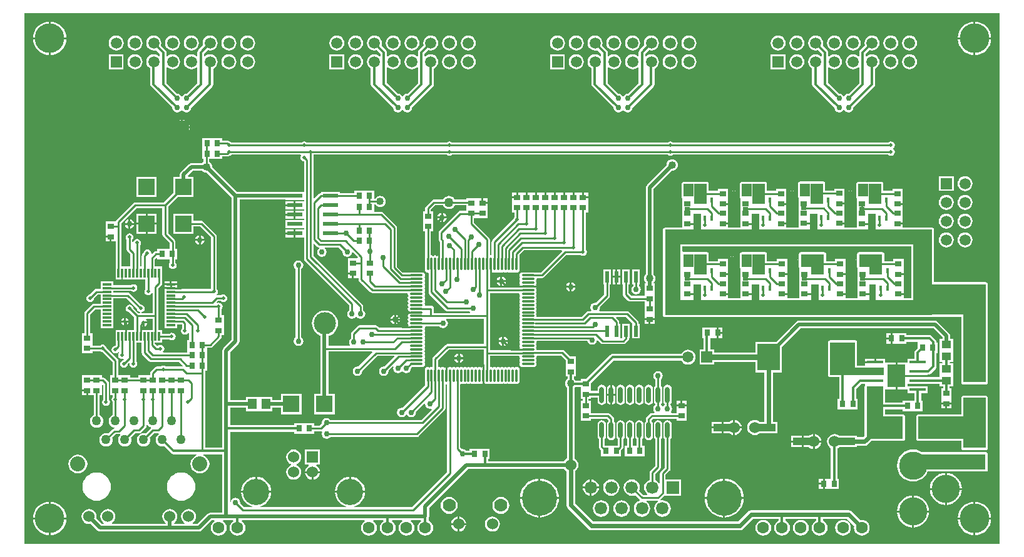
<source format=gtl>
%FSLAX43Y43*%
%MOMM*%
%SFA1B1*%

%IPPOS*%
%ADD10R,0.799998X0.899998*%
%ADD11R,0.899998X0.799998*%
%ADD12R,0.299999X1.199998*%
%ADD13R,1.199998X0.299999*%
%ADD14O,0.299999X1.799996*%
%ADD15O,1.799996X0.299999*%
%ADD16R,0.507999X1.499997*%
%ADD17R,2.199996X2.199996*%
%ADD18R,2.299995X2.299995*%
%ADD19R,1.199998X1.399997*%
%ADD20R,3.047994X3.682993*%
%ADD21R,2.539995X1.015998*%
%ADD22O,0.599999X2.199996*%
%ADD23R,2.031996X0.634999*%
%ADD24R,0.349999X0.799998*%
%ADD25R,2.299995X2.299995*%
%ADD26R,2.199996X0.449999*%
%ADD27R,2.399995X3.099994*%
%ADD28R,1.299997X0.999998*%
%ADD29C,0.253999*%
%ADD30C,0.380999*%
%ADD31C,0.634999*%
%ADD32C,0.507999*%
%ADD33C,0.329999*%
%ADD34C,0.761998*%
%ADD35R,9.778980X2.158996*%
%ADD36R,3.047994X6.857986*%
%ADD37R,0.761998X0.634999*%
%ADD38R,1.777996X2.793994*%
%ADD39R,1.396997X1.777996*%
%ADD40R,1.015998X2.285995*%
%ADD41R,1.777996X2.818994*%
%ADD42R,32.257935X2.031996*%
%ADD43R,0.888998X2.285995*%
%ADD44R,2.539995X8.635983*%
%ADD45R,7.619985X4.190992*%
%ADD46R,3.047994X10.413979*%
%ADD47R,6.349987X3.047994*%
%ADD48R,2.285995X7.111986*%
%ADD49R,3.301993X3.047994*%
%ADD50R,7.365985X1.015998*%
%ADD51R,3.428993X4.444991*%
%ADD52R,4.190992X2.031996*%
%ADD53R,2.158996X11.048978*%
%ADD54R,3.555993X3.555993*%
%ADD55R,2.285995X2.285995*%
%ADD56R,2.412995X2.285995*%
%ADD57R,1.269997X1.269997*%
%ADD58R,2.158996X2.158996*%
%ADD59C,0.507999*%
%ADD60C,0.761998*%
%ADD61C,3.999992*%
%ADD62R,1.499997X1.499997*%
%ADD63C,1.499997*%
%ADD64C,1.523997*%
%ADD65C,1.777996*%
%ADD66C,1.269997*%
%ADD67C,2.031996*%
%ADD68R,1.523997X1.523997*%
%ADD69C,3.555993*%
%ADD70C,1.599997*%
%ADD71C,1.689997*%
%ADD72R,1.689997X1.689997*%
%ADD73C,4.759990*%
%ADD74C,3.809992*%
%ADD75C,2.999994*%
%ADD76R,1.499997X1.499997*%
%ADD77C,1.015998*%
%LNlp_led_cube_8x8x8-1*%
%LPD*%
G36*
X161409Y42932D02*
X29470D01*
Y114800*
X161409*
Y42932*
G37*
%LNlp_led_cube_8x8x8-2*%
%LPC*%
G36*
X39242Y52586D02*
X38869Y52549D01*
X38509Y52441*
X38179Y52264*
X37888Y52026*
X37650Y51735*
X37473Y51405*
X37365Y51045*
X37328Y50672*
X37365Y50299*
X37473Y49939*
X37650Y49609*
X37888Y49318*
X38179Y49080*
X38509Y48903*
X38869Y48795*
X39242Y48758*
X39615Y48795*
X39975Y48903*
X40305Y49080*
X40596Y49318*
X40834Y49609*
X41011Y49939*
X41119Y50299*
X41156Y50672*
X41119Y51045*
X41011Y51405*
X40834Y51735*
X40596Y52026*
X40305Y52264*
X39975Y52441*
X39615Y52549*
X39242Y52586*
G37*
G36*
X154177Y85111D02*
X153915Y85077D01*
X153671Y84975*
X153461Y84814*
X153300Y84605*
X153199Y84361*
X153164Y84098*
X153199Y83836*
X153300Y83592*
X153461Y83382*
X153671Y83221*
X153915Y83120*
X154177Y83086*
X154439Y83120*
X154683Y83221*
X154893Y83382*
X155054Y83592*
X155155Y83836*
X155190Y84098*
X155155Y84361*
X155054Y84605*
X154893Y84814*
X154683Y84975*
X154439Y85077*
X154177Y85111*
G37*
G36*
X156270Y50228D02*
X154241D01*
Y48198*
X154537Y48227*
X154944Y48350*
X155319Y48551*
X155648Y48820*
X155917Y49149*
X156118Y49524*
X156241Y49931*
X156270Y50228*
G37*
G36*
X99264Y51755D02*
Y49250D01*
X101769*
X101747Y49536*
X101650Y49939*
X101491Y50323*
X101275Y50676*
X101005Y50991*
X100690Y51261*
X100337Y51477*
X99953Y51636*
X99550Y51733*
X99264Y51755*
G37*
G36*
X99010D02*
X98724Y51733D01*
X98321Y51636*
X97937Y51477*
X97584Y51261*
X97269Y50991*
X96999Y50676*
X96783Y50323*
X96624Y49939*
X96527Y49536*
X96505Y49250*
X99010*
Y51755*
G37*
G36*
X50672Y52586D02*
X50299Y52549D01*
X49939Y52441*
X49609Y52264*
X49318Y52026*
X49080Y51735*
X48903Y51405*
X48795Y51045*
X48758Y50672*
X48795Y50299*
X48903Y49939*
X49080Y49609*
X49318Y49318*
X49609Y49080*
X49939Y48903*
X50299Y48795*
X50672Y48758*
X51045Y48795*
X51405Y48903*
X51735Y49080*
X52026Y49318*
X52264Y49609*
X52441Y49939*
X52549Y50299*
X52586Y50672*
X52549Y51045*
X52441Y51405*
X52264Y51735*
X52026Y52026*
X51735Y52264*
X51405Y52441*
X51045Y52549*
X50672Y52586*
G37*
G36*
X149541Y49463D02*
X149245Y49434D01*
X148838Y49311*
X148463Y49110*
X148134Y48841*
X147865Y48512*
X147664Y48137*
X147541Y47730*
X147512Y47434*
X149541*
Y49463*
G37*
G36*
X93915Y49285D02*
X93617Y49246D01*
X93339Y49130*
X93100Y48947*
X92917Y48708*
X92802Y48430*
X92763Y48132*
X92802Y47834*
X92917Y47556*
X93100Y47317*
X93339Y47134*
X93617Y47018*
X93915Y46979*
X94214Y47018*
X94492Y47134*
X94731Y47317*
X94914Y47556*
X95029Y47834*
X95068Y48132*
X95029Y48430*
X94914Y48708*
X94731Y48947*
X94492Y49130*
X94214Y49246*
X93915Y49285*
G37*
G36*
X41020Y84389D02*
X40443D01*
Y83862*
X41020*
Y84389*
G37*
G36*
X156717Y85111D02*
X156455Y85077D01*
X156211Y84975*
X156001Y84814*
X155840Y84605*
X155739Y84361*
X155704Y84098*
X155739Y83836*
X155840Y83592*
X156001Y83382*
X156211Y83221*
X156455Y83120*
X156717Y83086*
X156979Y83120*
X157223Y83221*
X157433Y83382*
X157594Y83592*
X157695Y83836*
X157730Y84098*
X157695Y84361*
X157594Y84605*
X157433Y84814*
X157223Y84975*
X156979Y85077*
X156717Y85111*
G37*
G36*
X153987Y50228D02*
X151957D01*
X151986Y49931*
X152109Y49524*
X152310Y49149*
X152579Y48820*
X152908Y48551*
X153283Y48350*
X153690Y48227*
X153987Y48198*
Y50228*
G37*
G36*
X149795Y49463D02*
Y47434D01*
X151825*
X151796Y47730*
X151673Y48137*
X151472Y48512*
X151203Y48841*
X150874Y49110*
X150499Y49311*
X150092Y49434*
X149795Y49463*
G37*
G36*
X124000Y51755D02*
X123714Y51733D01*
X123311Y51636*
X122927Y51477*
X122574Y51261*
X122259Y50991*
X121989Y50676*
X121773Y50323*
X121614Y49939*
X121517Y49536*
X121495Y49250*
X124000*
Y51755*
G37*
G36*
X110068Y78960D02*
X109687D01*
Y78083*
X110068*
Y78960*
G37*
G36*
X154241Y52511D02*
Y50481D01*
X156270*
X156241Y50778*
X156118Y51185*
X155917Y51560*
X155648Y51889*
X155319Y52158*
X154944Y52359*
X154537Y52482*
X154241Y52511*
G37*
G36*
X153987D02*
X153690Y52482D01*
X153283Y52359*
X152908Y52158*
X152579Y51889*
X152310Y51560*
X152109Y51185*
X151986Y50778*
X151957Y50481*
X153987*
Y52511*
G37*
G36*
X106219Y51635D02*
Y50670D01*
X107184*
X107163Y50830*
X107052Y51097*
X106876Y51327*
X106646Y51503*
X106379Y51614*
X106219Y51635*
G37*
G36*
X105965D02*
X105805Y51614D01*
X105538Y51503*
X105308Y51327*
X105132Y51097*
X105021Y50830*
X105000Y50670*
X105965*
Y51635*
G37*
G36*
X109433Y78960D02*
X109052D01*
Y78083*
X109433*
Y78960*
G37*
G36*
X137475Y50926D02*
X136948D01*
Y50349*
X137475*
Y50926*
G37*
G36*
X105965Y50416D02*
X105000D01*
X105021Y50256*
X105132Y49989*
X105308Y49759*
X105538Y49583*
X105805Y49472*
X105965Y49451*
Y50416*
G37*
G36*
X108862Y51651D02*
X108575Y51614D01*
X108308Y51503*
X108078Y51327*
X107902Y51097*
X107791Y50830*
X107754Y50543*
X107791Y50256*
X107902Y49989*
X108078Y49759*
X108308Y49583*
X108575Y49472*
X108862Y49435*
X109149Y49472*
X109416Y49583*
X109646Y49759*
X109822Y49989*
X109933Y50256*
X109970Y50543*
X109933Y50830*
X109822Y51097*
X109646Y51327*
X109416Y51503*
X109149Y51614*
X108862Y51651*
G37*
G36*
X124254Y51755D02*
Y49250D01*
X126759*
X126737Y49536*
X126640Y49939*
X126481Y50323*
X126265Y50676*
X125995Y50991*
X125680Y51261*
X125327Y51477*
X124943Y51636*
X124540Y51733*
X124254Y51755*
G37*
G36*
X109433Y80091D02*
X109052D01*
Y79214*
X109433*
Y80091*
G37*
G36*
X110068D02*
X109687D01*
Y79214*
X110068*
Y80091*
G37*
G36*
X107184Y50416D02*
X106219D01*
Y49451*
X106379Y49472*
X106646Y49583*
X106876Y49759*
X107052Y49989*
X107163Y50256*
X107184Y50416*
G37*
G36*
X86931Y49285D02*
X86632Y49246D01*
X86354Y49130*
X86115Y48947*
X85932Y48708*
X85817Y48430*
X85778Y48132*
X85817Y47834*
X85932Y47556*
X86115Y47317*
X86354Y47134*
X86632Y47018*
X86931Y46979*
X87229Y47018*
X87507Y47134*
X87746Y47317*
X87929Y47556*
X88044Y47834*
X88083Y48132*
X88044Y48430*
X87929Y48708*
X87746Y48947*
X87507Y49130*
X87229Y49246*
X86931Y49285*
G37*
G36*
X89209Y45465D02*
X88327D01*
Y44584*
X88466Y44602*
X88713Y44705*
X88925Y44867*
X89088Y45080*
X89190Y45327*
X89209Y45465*
G37*
G36*
X88074D02*
X87192D01*
X87211Y45327*
X87313Y45080*
X87476Y44867*
X87688Y44705*
X87935Y44602*
X88074Y44584*
Y45465*
G37*
G36*
X92772Y46617D02*
X92507Y46582D01*
X92260Y46479*
X92048Y46317*
X91885Y46104*
X91783Y45857*
X91748Y45592*
X91783Y45327*
X91885Y45080*
X92048Y44867*
X92260Y44705*
X92507Y44602*
X92772Y44567*
X93038Y44602*
X93285Y44705*
X93497Y44867*
X93660Y45080*
X93762Y45327*
X93797Y45592*
X93762Y45857*
X93660Y46104*
X93497Y46317*
X93285Y46479*
X93038Y46582*
X92772Y46617*
G37*
G36*
X88074Y46600D02*
X87935Y46582D01*
X87688Y46479*
X87476Y46317*
X87313Y46104*
X87211Y45857*
X87192Y45719*
X88074*
Y46600*
G37*
G36*
X151825Y47180D02*
X149795D01*
Y45150*
X150092Y45179*
X150499Y45302*
X150874Y45503*
X151203Y45772*
X151472Y46101*
X151673Y46476*
X151796Y46883*
X151825Y47180*
G37*
G36*
X149541D02*
X147512D01*
X147541Y46883*
X147664Y46476*
X147865Y46101*
X148134Y45772*
X148463Y45503*
X148838Y45302*
X149245Y45179*
X149541Y45150*
Y47180*
G37*
G36*
X160239Y46227D02*
X158114D01*
Y44102*
X158429Y44133*
X158854Y44262*
X159245Y44471*
X159589Y44752*
X159870Y45096*
X160080Y45487*
X160208Y45912*
X160239Y46227*
G37*
G36*
X35144D02*
X33019D01*
Y44102*
X33334Y44133*
X33759Y44262*
X34150Y44471*
X34494Y44752*
X34775Y45096*
X34985Y45487*
X35113Y45912*
X35144Y46227*
G37*
G36*
X32765D02*
X30640D01*
X30671Y45912*
X30800Y45487*
X31009Y45096*
X31290Y44752*
X31634Y44471*
X32025Y44262*
X32450Y44133*
X32765Y44102*
Y46227*
G37*
G36*
X92143Y89745D02*
X91566D01*
Y89218*
X92143*
Y89745*
G37*
G36*
X157860Y46227D02*
X155735D01*
X155766Y45912*
X155894Y45487*
X156104Y45096*
X156385Y44752*
X156729Y44471*
X157120Y44262*
X157545Y44133*
X157860Y44102*
Y46227*
G37*
G36*
X154177Y90191D02*
X153915Y90157D01*
X153671Y90055*
X153461Y89894*
X153300Y89685*
X153199Y89440*
X153164Y89178*
X153199Y88916*
X153300Y88672*
X153461Y88462*
X153671Y88301*
X153915Y88200*
X154177Y88166*
X154439Y88200*
X154683Y88301*
X154893Y88462*
X155054Y88672*
X155155Y88916*
X155190Y89178*
X155155Y89440*
X155054Y89685*
X154893Y89894*
X154683Y90055*
X154439Y90157*
X154177Y90191*
G37*
G36*
X156717D02*
X156455Y90157D01*
X156211Y90055*
X156001Y89894*
X155840Y89685*
X155739Y89440*
X155704Y89178*
X155739Y88916*
X155840Y88672*
X156001Y88462*
X156211Y88301*
X156455Y88200*
X156717Y88166*
X156979Y88200*
X157223Y88301*
X157433Y88462*
X157594Y88672*
X157695Y88916*
X157730Y89178*
X157695Y89440*
X157594Y89685*
X157433Y89894*
X157223Y90055*
X156979Y90157*
X156717Y90191*
G37*
G36*
X124000Y48996D02*
X121495D01*
X121517Y48710*
X121614Y48307*
X121773Y47923*
X121989Y47570*
X122259Y47255*
X122574Y46985*
X122927Y46769*
X123311Y46610*
X123714Y46513*
X124000Y46491*
Y48996*
G37*
G36*
X101769D02*
X99264D01*
Y46491*
X99550Y46513*
X99953Y46610*
X100337Y46769*
X100690Y46985*
X101005Y47255*
X101275Y47570*
X101491Y47923*
X101650Y48307*
X101747Y48710*
X101769Y48996*
G37*
G36*
X99010D02*
X96505D01*
X96527Y48710*
X96624Y48307*
X96783Y47923*
X96999Y47570*
X97269Y47255*
X97584Y46985*
X97937Y46769*
X98321Y46610*
X98724Y46513*
X99010Y46491*
Y48996*
G37*
G36*
X110247Y48811D02*
X109960Y48774D01*
X109693Y48663*
X109463Y48487*
X109287Y48257*
X109176Y47990*
X109139Y47703*
X109176Y47416*
X109287Y47149*
X109463Y46919*
X109693Y46743*
X109960Y46632*
X110247Y46595*
X110534Y46632*
X110801Y46743*
X111031Y46919*
X111207Y47149*
X111318Y47416*
X111355Y47703*
X111318Y47990*
X111207Y48257*
X111031Y48487*
X110801Y48663*
X110534Y48774*
X110247Y48811*
G37*
G36*
X107477D02*
X107190Y48774D01*
X106923Y48663*
X106693Y48487*
X106517Y48257*
X106406Y47990*
X106369Y47703*
X106406Y47416*
X106517Y47149*
X106693Y46919*
X106923Y46743*
X107190Y46632*
X107477Y46595*
X107764Y46632*
X108031Y46743*
X108261Y46919*
X108437Y47149*
X108548Y47416*
X108585Y47703*
X108548Y47990*
X108437Y48257*
X108261Y48487*
X108031Y48663*
X107764Y48774*
X107477Y48811*
G37*
G36*
X126759Y48996D02*
X124254D01*
Y46491*
X124540Y46513*
X124943Y46610*
X125327Y46769*
X125680Y46985*
X125995Y47255*
X126265Y47570*
X126481Y47923*
X126640Y48307*
X126737Y48710*
X126759Y48996*
G37*
G36*
X158114Y48606D02*
Y46481D01*
X160239*
X160208Y46796*
X160080Y47221*
X159870Y47612*
X159589Y47956*
X159245Y48237*
X158854Y48446*
X158429Y48575*
X158114Y48606*
G37*
G36*
X156717Y87651D02*
X156455Y87617D01*
X156211Y87515*
X156001Y87354*
X155840Y87145*
X155739Y86900*
X155704Y86638*
X155739Y86376*
X155840Y86132*
X156001Y85922*
X156211Y85761*
X156455Y85660*
X156717Y85626*
X156979Y85660*
X157223Y85761*
X157433Y85922*
X157594Y86132*
X157695Y86376*
X157730Y86638*
X157695Y86900*
X157594Y87145*
X157433Y87354*
X157223Y87515*
X156979Y87617*
X156717Y87651*
G37*
G36*
X32765Y48606D02*
X32450Y48575D01*
X32025Y48446*
X31634Y48237*
X31290Y47956*
X31009Y47612*
X30800Y47221*
X30671Y46796*
X30640Y46481*
X32765*
Y48606*
G37*
G36*
X88327Y46600D02*
Y45719D01*
X89209*
X89190Y45857*
X89088Y46104*
X88925Y46317*
X88713Y46479*
X88466Y46582*
X88327Y46600*
G37*
G36*
X157860Y48606D02*
X157545Y48575D01*
X157120Y48446*
X156729Y48237*
X156385Y47956*
X156104Y47612*
X155894Y47221*
X155766Y46796*
X155735Y46481*
X157860*
Y48606*
G37*
G36*
X33019D02*
Y46481D01*
X35144*
X35113Y46796*
X34985Y47221*
X34775Y47612*
X34494Y47956*
X34150Y48237*
X33759Y48446*
X33334Y48575*
X33019Y48606*
G37*
G36*
X154177Y87651D02*
X153915Y87617D01*
X153671Y87515*
X153461Y87354*
X153300Y87145*
X153199Y86900*
X153164Y86638*
X153199Y86376*
X153300Y86132*
X153461Y85922*
X153671Y85761*
X153915Y85660*
X154177Y85626*
X154439Y85660*
X154683Y85761*
X154893Y85922*
X155054Y86132*
X155155Y86376*
X155190Y86638*
X155155Y86900*
X155054Y87145*
X154893Y87354*
X154683Y87515*
X154439Y87617*
X154177Y87651*
G37*
G36*
X125602Y59681D02*
Y58800D01*
X126483*
X126465Y58938*
X126362Y59185*
X126200Y59398*
X125987Y59560*
X125740Y59663*
X125602Y59681*
G37*
G36*
X147400Y71442D02*
D01*
X146873*
Y70738*
Y70034*
X147400*
X147492*
X148800*
Y70285*
X150283*
Y70172*
Y69455*
X150001Y69172*
X149902Y69025*
X149868Y68852*
Y68012*
X148967*
Y67462*
X148900*
X148877*
X147573*
Y65785*
X148948*
X148967Y65804*
X148990*
X151675*
Y65830*
X151754*
X151927Y65864*
X152074Y65963*
X152719Y66608*
X152818Y66755*
X152852Y66928*
Y68764*
X152991*
Y70172*
X152852*
Y70230*
X152818Y70403*
X152719Y70550*
X152211Y71058*
X152064Y71157*
X151891Y71191*
X148800*
Y71442*
X147492*
X147400*
G37*
G36*
X144444Y68012D02*
X143217D01*
Y67660*
X144444*
Y68012*
G37*
G36*
X135000Y68071D02*
X134119D01*
X134137Y67933*
X134240Y67686*
X134402Y67473*
X134615Y67311*
X134862Y67208*
X135000Y67190*
Y68071*
G37*
G36*
X136135D02*
X135254D01*
Y67190*
X135392Y67208*
X135639Y67311*
X135852Y67473*
X136014Y67686*
X136117Y67933*
X136135Y68071*
G37*
G36*
X115188Y66321D02*
X114940Y66272D01*
X114730Y66131*
X114590Y65921*
X114541Y65673*
X114590Y65426*
X114730Y65216*
X114800Y65169*
Y64312*
X114789Y64304*
X114666Y64121*
X114623Y63905*
Y62305*
X114666Y62089*
X114789Y61906*
X114800Y61898*
Y61717*
X114730Y61671*
X114590Y61461*
X114541Y61213*
X114590Y60965*
X114727Y60759*
X114667Y60647*
X114361*
X114212Y60618*
X114086Y60534*
X113643Y60091*
X113559Y59965*
X113530Y59816*
Y59512*
X113519Y59504*
X113396Y59321*
X113353Y59105*
Y57505*
X113396Y57289*
X113519Y57106*
X113702Y56983*
X113918Y56940*
X114134Y56983*
X114317Y57106*
X114440Y57289*
X114483Y57505*
Y59105*
X114440Y59321*
X114317Y59504*
X114306Y59512*
Y59655*
X114522Y59871*
X117659*
Y59605*
X119067*
Y60913*
Y61005*
Y61532*
X117659*
Y61005*
Y60913*
Y60647*
X116979*
X116919Y60759*
X117056Y60965*
X117105Y61213*
X117056Y61461*
X116916Y61671*
X116846Y61717*
Y61898*
X116857Y61906*
X116980Y62089*
X117023Y62305*
Y63905*
X116980Y64121*
X116857Y64304*
X116674Y64427*
X116458Y64470*
X116242Y64427*
X116059Y64304*
X115936Y64121*
X115893Y63905*
Y62305*
X115936Y62089*
X116059Y61906*
X116070Y61898*
Y61717*
X116000Y61671*
X115886Y61501*
X115759*
X115646Y61671*
X115576Y61717*
Y61898*
X115587Y61906*
X115710Y62089*
X115753Y62305*
Y63905*
X115710Y64121*
X115587Y64304*
X115576Y64312*
Y65169*
X115646Y65216*
X115786Y65426*
X115835Y65673*
X115786Y65921*
X115646Y66131*
X115436Y66272*
X115188Y66321*
G37*
G36*
X123824Y59435D02*
X122427D01*
Y58800*
X123824*
Y59435*
G37*
G36*
X126483Y58546D02*
X125602D01*
Y57665*
X125740Y57683*
X125987Y57786*
X126200Y57948*
X126362Y58161*
X126465Y58408*
X126483Y58546*
G37*
G36*
X143890Y70611D02*
X143009D01*
X143027Y70473*
X143130Y70226*
X143292Y70013*
X143505Y69851*
X143752Y69748*
X143890Y69730*
Y70611*
G37*
G36*
X145025D02*
X144144D01*
Y69730*
X144282Y69748*
X144529Y69851*
X144742Y70013*
X144904Y70226*
X145007Y70473*
X145025Y70611*
G37*
G36*
X123824Y58546D02*
X122427D01*
Y57911*
X123824*
Y58546*
G37*
G36*
X135000Y69206D02*
X134862Y69188D01*
X134615Y69085*
X134402Y68923*
X134240Y68710*
X134137Y68463*
X134119Y68325*
X135000*
Y69206*
G37*
G36*
X135254D02*
Y68325D01*
X136135*
X136117Y68463*
X136014Y68710*
X135852Y68923*
X135639Y69085*
X135392Y69188*
X135254Y69206*
G37*
G36*
X108965Y64445D02*
Y63232D01*
X109403*
Y63905*
X109360Y64121*
X109237Y64304*
X109054Y64427*
X108965Y64445*
G37*
G36*
X110108Y64470D02*
X109892Y64427D01*
X109709Y64304*
X109586Y64121*
X109543Y63905*
Y62305*
X109586Y62089*
X109709Y61906*
X109892Y61783*
X110108Y61740*
X110324Y61783*
X110507Y61906*
X110630Y62089*
X110673Y62305*
Y63905*
X110630Y64121*
X110507Y64304*
X110324Y64427*
X110108Y64470*
G37*
G36*
X111378D02*
X111162Y64427D01*
X110979Y64304*
X110856Y64121*
X110813Y63905*
Y62305*
X110856Y62089*
X110979Y61906*
X111162Y61783*
X111378Y61740*
X111594Y61783*
X111777Y61906*
X111900Y62089*
X111943Y62305*
Y63905*
X111900Y64121*
X111777Y64304*
X111594Y64427*
X111378Y64470*
G37*
G36*
X112648D02*
X112432Y64427D01*
X112249Y64304*
X112126Y64121*
X112083Y63905*
Y62305*
X112126Y62089*
X112249Y61906*
X112432Y61783*
X112648Y61740*
X112864Y61783*
X113047Y61906*
X113170Y62089*
X113213Y62305*
Y63905*
X113170Y64121*
X113047Y64304*
X112864Y64427*
X112648Y64470*
G37*
G36*
X154050Y61783D02*
X153473D01*
Y61256*
X154050*
Y61783*
G37*
G36*
X154881D02*
X154304D01*
Y61256*
X154881*
Y61783*
G37*
G36*
X39946Y65742D02*
X37268D01*
Y64434*
Y64342*
Y63815*
X37972*
Y63688*
X38099*
Y63034*
X38854*
Y60363*
X38794Y60339*
X38608Y60196*
X38465Y60010*
X38376Y59794*
X38345Y59562*
X38376Y59330*
X38465Y59114*
X38608Y58928*
X38794Y58785*
X39010Y58696*
X39242Y58665*
X39474Y58696*
X39690Y58785*
X39876Y58928*
X40019Y59114*
X40108Y59330*
X40139Y59562*
X40108Y59794*
X40019Y60010*
X39876Y60196*
X39690Y60339*
X39630Y60363*
Y63034*
X39946*
Y64342*
Y64434*
Y64493*
X40018Y64522*
X40124Y64452*
Y62435*
X40033Y62300*
X39994Y62102*
X40033Y61904*
X40146Y61736*
X40314Y61623*
X40512Y61584*
X40710Y61623*
X40878Y61736*
X40991Y61904*
X41030Y62102*
X40991Y62300*
X40900Y62435*
Y64642*
X40871Y64791*
X40787Y64917*
X40341Y65363*
X40215Y65447*
X40066Y65476*
X39946*
Y65742*
G37*
G36*
X113918Y64470D02*
X113702Y64427D01*
X113519Y64304*
X113396Y64121*
X113353Y63905*
Y62305*
X113396Y62089*
X113519Y61906*
X113702Y61783*
X113918Y61740*
X114134Y61783*
X114317Y61906*
X114440Y62089*
X114483Y62305*
Y63905*
X114440Y64121*
X114317Y64304*
X114134Y64427*
X113918Y64470*
G37*
G36*
X119067Y62313D02*
X118490D01*
Y61786*
X119067*
Y62313*
G37*
G36*
X37845Y63561D02*
X37268D01*
Y63034*
X37845*
Y63561*
G37*
G36*
X108711Y64445D02*
X108622Y64427D01*
X108439Y64304*
X108316Y64121*
X108273Y63905*
Y63232*
X108711*
Y64445*
G37*
G36*
Y62978D02*
X108273D01*
Y62305*
X108316Y62089*
X108439Y61906*
X108622Y61783*
X108711Y61765*
Y62978*
G37*
G36*
X109403D02*
X108965D01*
Y61765*
X109054Y61783*
X109237Y61906*
X109360Y62089*
X109403Y62305*
Y62978*
G37*
G36*
X118236Y62313D02*
X117659D01*
Y61786*
X118236*
Y62313*
G37*
G36*
X113918Y73213D02*
X113341D01*
Y72686*
X113918*
Y73213*
G37*
G36*
X114749D02*
X114172D01*
Y72686*
X114749*
Y73213*
G37*
G36*
X149668Y55699D02*
X149245Y55657D01*
X148838Y55534*
X148463Y55333*
X148134Y55064*
X147865Y54735*
X147664Y54360*
X147541Y53953*
X147499Y53529*
X147541Y53106*
X147664Y52699*
X147865Y52324*
X148134Y51995*
X148463Y51726*
X148838Y51525*
X149245Y51402*
X149668Y51360*
X150092Y51402*
X150499Y51525*
X150874Y51726*
X151203Y51995*
X151472Y52324*
X151673Y52699*
X159511*
X159610Y52719*
X159694Y52775*
X159750Y52859*
X159770Y52958*
Y55117*
X159750Y55216*
X159694Y55300*
X159610Y55356*
X159511Y55376*
X150794*
X150499Y55534*
X150092Y55657*
X149668Y55699*
G37*
G36*
X136143Y57776D02*
X136005Y57758D01*
X135758Y57655*
X135594Y57530*
X134873*
Y56768*
Y56006*
X135594*
X135758Y55881*
X136005Y55778*
X136143Y55760*
Y56768*
Y57776*
G37*
G36*
X159511Y62996D02*
X156463D01*
X156364Y62976*
X156280Y62920*
X156224Y62836*
X156204Y62737*
Y60456*
X150367*
X150268Y60436*
X150184Y60380*
X150128Y60296*
X150108Y60197*
Y57149*
X150128Y57050*
X150184Y56966*
X150268Y56910*
X150367Y56890*
X156204*
Y55879*
X156224Y55780*
X156280Y55696*
X156364Y55640*
X156463Y55620*
X159511*
X159610Y55640*
X159694Y55696*
X159750Y55780*
X159770Y55879*
Y62737*
X159750Y62836*
X159694Y62920*
X159610Y62976*
X159511Y62996*
G37*
G36*
X36702Y55001D02*
X36370Y54957D01*
X36062Y54829*
X35796Y54626*
X35593Y54360*
X35465Y54052*
X35421Y53720*
X35465Y53388*
X35593Y53080*
X35796Y52814*
X36062Y52611*
X36370Y52483*
X36702Y52439*
X37034Y52483*
X37342Y52611*
X37608Y52814*
X37811Y53080*
X37939Y53388*
X37983Y53720*
X37939Y54052*
X37811Y54360*
X37608Y54626*
X37342Y54829*
X37034Y54957*
X36702Y55001*
G37*
G36*
X137475Y51757D02*
X136948D01*
Y51180*
X137475*
Y51757*
G37*
G36*
X103999Y77596D02*
X103504D01*
Y77101*
X103625Y77125*
X103835Y77265*
X103975Y77475*
X103999Y77596*
G37*
G36*
X103250Y78345D02*
X103129Y78321D01*
X102919Y78181*
X102779Y77971*
X102755Y77850*
X103250*
Y78345*
G37*
G36*
X103504D02*
Y77850D01*
X103999*
X103975Y77971*
X103835Y78181*
X103625Y78321*
X103504Y78345*
G37*
G36*
X116458Y59670D02*
X116242Y59627D01*
X116059Y59504*
X115936Y59321*
X115893Y59105*
Y57505*
X115936Y57289*
X116059Y57106*
X116070Y57098*
Y53246*
X115548Y52725*
X115464Y52599*
X115435Y52450*
Y51200*
X115314Y51159*
X115186Y51327*
X114956Y51503*
X114790Y51572*
Y52416*
X115463Y53088*
X115547Y53214*
X115576Y53363*
Y57098*
X115587Y57106*
X115710Y57289*
X115753Y57505*
Y59105*
X115710Y59321*
X115587Y59504*
X115404Y59627*
X115188Y59670*
X114972Y59627*
X114789Y59504*
X114666Y59321*
X114623Y59105*
Y57505*
X114666Y57289*
X114789Y57106*
X114800Y57098*
Y53524*
X114127Y52852*
X114043Y52726*
X114014Y52577*
Y51572*
X113848Y51503*
X113618Y51327*
X113442Y51097*
X113331Y50830*
X113294Y50543*
X113331Y50256*
X113442Y49989*
X113618Y49759*
X113752Y49657*
X113711Y49536*
X113188*
X112634Y50090*
X112703Y50256*
X112740Y50543*
X112703Y50830*
X112592Y51097*
X112416Y51327*
X112186Y51503*
X111919Y51614*
X111632Y51651*
X111345Y51614*
X111078Y51503*
X110848Y51327*
X110672Y51097*
X110561Y50830*
X110524Y50543*
X110561Y50256*
X110672Y49989*
X110848Y49759*
X111078Y49583*
X111345Y49472*
X111632Y49435*
X111919Y49472*
X112085Y49541*
X112735Y48890*
X112711Y48766*
X112463Y48663*
X112233Y48487*
X112057Y48257*
X111946Y47990*
X111909Y47703*
X111946Y47416*
X112057Y47149*
X112233Y46919*
X112463Y46743*
X112730Y46632*
X113017Y46595*
X113304Y46632*
X113571Y46743*
X113801Y46919*
X113977Y47149*
X114088Y47416*
X114125Y47703*
X114088Y47990*
X113977Y48257*
X113801Y48487*
X113602Y48639*
X113643Y48760*
X115161*
X115202Y48639*
X115003Y48487*
X114827Y48257*
X114716Y47990*
X114679Y47703*
X114716Y47416*
X114827Y47149*
X115003Y46919*
X115233Y46743*
X115500Y46632*
X115787Y46595*
X116074Y46632*
X116341Y46743*
X116571Y46919*
X116747Y47149*
X116858Y47416*
X116895Y47703*
X116858Y47990*
X116747Y48257*
X116571Y48487*
X116341Y48663*
X116074Y48774*
X115787Y48811*
X115538Y48779*
X115482Y48893*
X116045Y49456*
X116073Y49444*
X118271*
Y51642*
X116211*
Y52289*
X116733Y52810*
X116817Y52936*
X116822Y52961*
X116846Y53085*
Y57098*
X116857Y57106*
X116980Y57289*
X117023Y57505*
Y59105*
X116980Y59321*
X116857Y59504*
X116674Y59627*
X116458Y59670*
G37*
G36*
X112718Y80091D02*
X111702D01*
Y78083*
X111822*
Y77846*
X111752Y77800*
X111612Y77590*
X111563Y77342*
X111612Y77094*
X111752Y76884*
X111962Y76744*
X112210Y76695*
X112458Y76744*
X112668Y76884*
X112808Y77094*
X112857Y77342*
X112808Y77590*
X112668Y77800*
X112598Y77846*
Y78083*
X112718*
Y80091*
G37*
G36*
X103250Y77596D02*
X102755D01*
X102779Y77475*
X102919Y77265*
X103129Y77125*
X103250Y77101*
Y77596*
G37*
G36*
X137278Y56641D02*
X136397D01*
Y55760*
X136535Y55778*
X136782Y55881*
X136995Y56043*
X137157Y56256*
X137260Y56503*
X137278Y56641*
G37*
G36*
X134619Y57530D02*
X133222D01*
Y56895*
X134619*
Y57530*
G37*
G36*
X112648Y59670D02*
X112432Y59627D01*
X112249Y59504*
X112126Y59321*
X112083Y59105*
Y57505*
X112126Y57289*
X112249Y57106*
X112260Y57098*
Y56202*
X112059*
X111967*
X111766*
Y57098*
X111777Y57106*
X111900Y57289*
X111943Y57505*
Y59105*
X111900Y59321*
X111777Y59504*
X111594Y59627*
X111378Y59670*
X111162Y59627*
X110979Y59504*
X110856Y59321*
X110813Y59105*
Y57505*
X110856Y57289*
X110979Y57106*
X110990Y57098*
Y56202*
X110659*
Y54794*
X111967*
X112059*
X113367*
Y56202*
X113036*
Y57098*
X113047Y57106*
X113170Y57289*
X113213Y57505*
Y59105*
X113170Y59321*
X113047Y59504*
X112864Y59627*
X112648Y59670*
G37*
G36*
X152653Y73161D02*
X134238D01*
X134040Y73122*
X133872Y73009*
X131156Y70294*
X128332*
Y68845*
X122796*
Y69202*
X122245*
Y70796*
X122508*
X122600*
X123127*
Y71500*
Y72204*
X122600*
X122508*
X121200*
Y70796*
X121339*
Y69202*
X120788*
Y67194*
X122796*
Y67551*
X128332*
Y66103*
X129528*
Y59435*
X128945*
X128781Y59560*
X128534Y59663*
X128269Y59698*
X128004Y59663*
X127757Y59560*
X127544Y59398*
X127382Y59185*
X127279Y58938*
X127244Y58673*
X127279Y58408*
X127382Y58161*
X127544Y57948*
X127757Y57786*
X128004Y57683*
X128269Y57648*
X128534Y57683*
X128781Y57786*
X128945Y57911*
X131317*
Y59435*
X130693*
Y66103*
X131888*
Y69561*
X134453Y72125*
X152438*
X153659Y70904*
Y70641*
X153273*
Y69133*
Y69041*
Y67533*
X153634*
X153711Y67456*
X153662Y67339*
X153273*
Y65831*
Y65739*
Y65486*
X151675*
Y65512*
X148990*
X148967*
X148948Y65531*
X147573*
Y63854*
X148877*
X148900*
X148967Y63787*
Y63304*
X149852*
Y62298*
X149651*
X149559*
X148251*
Y62047*
X145927*
Y63789*
X145992Y63854*
X146017*
X147319*
Y65658*
Y67462*
X145992*
X145925Y67529*
Y68012*
X144698*
Y67533*
X144571*
Y67406*
X143217*
Y67060*
X142117*
Y70230*
X142097Y70329*
X142041Y70413*
X141957Y70469*
X141858Y70489*
X138429*
X138330Y70469*
X138246Y70413*
X138190Y70329*
X138170Y70230*
Y66801*
Y65785*
X138190Y65686*
X138246Y65602*
X138330Y65546*
X138429Y65526*
X139689*
Y62552*
X139488*
Y61144*
X140796*
X140888*
X142196*
Y62552*
X141995*
Y63884*
X142691Y64580*
X143183*
X143217Y64468*
Y64456*
X143199Y64444*
X143143Y64360*
X143123Y64261*
Y57587*
X142887Y57351*
X142112*
Y57530*
X139740*
X139576Y57655*
X139329Y57758*
X139064Y57793*
X138799Y57758*
X138552Y57655*
X138339Y57493*
X138177Y57280*
X138074Y57033*
X138039Y56768*
X138074Y56503*
X138177Y56256*
X138339Y56043*
X138549Y55883*
Y51757*
X138348*
X138256*
X137729*
Y51053*
Y50349*
X138256*
X138348*
X139656*
Y51757*
X139455*
Y55830*
X139576Y55881*
X139740Y56006*
X142112*
Y56185*
X143128*
X143351Y56230*
X143540Y56356*
X144074Y56890*
X148335*
X148434Y56910*
X148518Y56966*
X148574Y57050*
X148594Y57149*
Y60197*
X148574Y60296*
X148518Y60380*
X148434Y60436*
X148335Y60456*
X145927*
Y61141*
X148251*
Y60890*
X149559*
X149651*
X150959*
Y62298*
X150758*
Y63304*
X151675*
Y64262*
X148990*
X148967*
X148900Y64329*
Y64487*
X148967Y64554*
X148990*
X151675*
Y64580*
X153273*
Y64231*
X153724*
Y63964*
X153473*
Y62656*
Y62564*
Y62037*
X154881*
Y62564*
Y62656*
Y63964*
X154630*
Y64231*
X155081*
Y65739*
Y65831*
Y67339*
X154720*
X154643Y67416*
X154692Y67533*
X155081*
Y69041*
Y69133*
Y70641*
X154695*
Y71119*
X154656Y71317*
X154543Y71485*
X153019Y73009*
X152851Y73122*
X152653Y73161*
G37*
G36*
X125348Y59681D02*
X125210Y59663D01*
X124963Y59560*
X124799Y59435*
X124078*
Y58673*
Y57911*
X124799*
X124963Y57786*
X125210Y57683*
X125348Y57665*
Y58673*
Y59681*
G37*
G36*
X136397Y57776D02*
Y56895D01*
X137278*
X137260Y57033*
X137157Y57280*
X136995Y57493*
X136782Y57655*
X136535Y57758*
X136397Y57776*
G37*
G36*
X146619Y70611D02*
X146092D01*
Y70034*
X146619*
Y70611*
G37*
G36*
X123908Y71373D02*
X123381D01*
Y70796*
X123908*
Y71373*
G37*
G36*
X110108Y59670D02*
X109892Y59627D01*
X109709Y59504*
X109586Y59321*
X109543Y59105*
Y57505*
X109586Y57289*
X109709Y57106*
X109720Y57098*
Y56229*
X109693Y56202*
X108884*
X108792*
X107983*
X107956Y56229*
Y57098*
X107967Y57106*
X108090Y57289*
X108133Y57505*
Y59105*
X108090Y59321*
X107967Y59504*
X107784Y59627*
X107568Y59670*
X107352Y59627*
X107169Y59504*
X107046Y59321*
X107003Y59105*
Y57505*
X107046Y57289*
X107169Y57106*
X107180Y57098*
Y56068*
X107209Y55919*
X107293Y55793*
X107484Y55603*
Y54794*
X108792*
X108884*
X110192*
Y55603*
X110383Y55793*
X110467Y55919*
X110496Y56068*
Y57098*
X110507Y57106*
X110630Y57289*
X110673Y57505*
Y59105*
X110630Y59321*
X110507Y59504*
X110324Y59627*
X110108Y59670*
G37*
G36*
X134619Y56641D02*
X133222D01*
Y56006*
X134619*
Y56641*
G37*
G36*
X123908Y72204D02*
X123381D01*
Y71627*
X123908*
Y72204*
G37*
G36*
X146619Y71442D02*
X146092D01*
Y70865*
X146619*
Y71442*
G37*
G36*
X143890Y71746D02*
X143752Y71728D01*
X143505Y71625*
X143292Y71463*
X143130Y71250*
X143027Y71003*
X143009Y70865*
X143890*
Y71746*
G37*
G36*
X144144D02*
Y70865D01*
X145025*
X145007Y71003*
X144904Y71250*
X144742Y71463*
X144529Y71625*
X144282Y71728*
X144144Y71746*
G37*
G36*
X137540Y91977D02*
X134365D01*
X134266Y91958*
X134182Y91902*
X134126Y91818*
X134106Y91718*
Y91409*
X134101Y91408*
Y91216*
X134106Y91215*
Y89940*
X134126Y89841*
X134169Y89777*
Y89732*
Y89640*
Y88332*
Y87065*
Y86973*
Y85729*
X132529*
Y86167*
X131825*
Y86421*
X132529*
Y86948*
Y87040*
Y88307*
Y88834*
X131825*
Y89088*
X132529*
Y89615*
Y89707*
Y91015*
X131121*
Y90749*
X129925*
Y91693*
X129905Y91792*
X129849Y91876*
X129765Y91932*
X129666Y91952*
X126491*
X126392Y91932*
X126308Y91876*
X126252Y91792*
X126232Y91693*
Y91409*
X126227Y91408*
Y91216*
X126232Y91215*
Y89915*
X126252Y89816*
X126295Y89751*
Y89707*
Y89615*
Y88307*
Y87040*
Y86948*
Y85729*
X124655*
Y86167*
X123951*
Y86421*
X124655*
Y86948*
Y87040*
Y88307*
Y88834*
X123951*
Y89088*
X124655*
Y89615*
Y89707*
Y91015*
X123247*
Y90749*
X122051*
Y91693*
X122031Y91792*
X121975Y91876*
X121891Y91932*
X121792Y91952*
X118617*
X118518Y91932*
X118434Y91876*
X118378Y91792*
X118358Y91693*
Y89915*
X118378Y89816*
X118421Y89751*
Y89707*
Y89615*
Y88307*
Y87040*
Y86948*
Y85729*
X116077*
X115978Y85709*
X115894Y85653*
X115838Y85569*
X115818Y85470*
Y84962*
Y83438*
Y75945*
Y73913*
X115838Y73814*
X115894Y73730*
X115978Y73674*
X116077Y73654*
X156204*
Y64769*
X156224Y64670*
X156280Y64586*
X156364Y64530*
X156463Y64510*
X159511*
X159610Y64530*
X159694Y64586*
X159750Y64670*
X159770Y64769*
Y75183*
Y78104*
X159750Y78203*
X159694Y78287*
X159610Y78343*
X159511Y78363*
X152531*
Y84327*
Y85470*
X152511Y85569*
X152455Y85653*
X152371Y85709*
X152272Y85729*
X148277*
Y86167*
X147573*
Y86421*
X148277*
Y86948*
Y87040*
Y88307*
Y88834*
X147573*
Y89088*
X148277*
Y89615*
Y89707*
Y91015*
X146869*
Y90749*
X145673*
Y91693*
X145653Y91792*
X145597Y91876*
X145513Y91932*
X145414Y91952*
X142239*
X142140Y91932*
X142056Y91876*
X142000Y91792*
X141980Y91693*
Y91409*
X141975Y91408*
Y91216*
X141980Y91215*
Y89915*
X142000Y89816*
X142043Y89751*
Y89707*
Y89615*
Y88307*
Y87040*
Y86948*
Y85729*
X140403*
Y86192*
X139699*
Y86446*
X140403*
Y86973*
Y87065*
Y88332*
Y88859*
X139699*
Y89113*
X140403*
Y89640*
Y89732*
Y91040*
X138995*
Y90775*
X137799*
Y91718*
X137779Y91818*
X137723Y91902*
X137639Y91958*
X137540Y91977*
G37*
G36*
X72733Y109207D02*
X70725D01*
Y107199*
X72733*
Y109207*
G37*
G36*
X102578D02*
X100570D01*
Y107199*
X102578*
Y109207*
G37*
G36*
X132423D02*
X130415D01*
Y107199*
X132423*
Y109207*
G37*
G36*
X42888D02*
X40880D01*
Y107199*
X42888*
Y109207*
G37*
G36*
X133959Y109216D02*
X133696Y109181D01*
X133452Y109080*
X133243Y108919*
X133082Y108709*
X132980Y108465*
X132946Y108203*
X132980Y107941*
X133082Y107697*
X133243Y107487*
X133452Y107326*
X133696Y107225*
X133959Y107190*
X134221Y107225*
X134465Y107326*
X134675Y107487*
X134836Y107697*
X134937Y107941*
X134971Y108203*
X134937Y108465*
X134836Y108709*
X134675Y108919*
X134465Y109080*
X134221Y109181*
X133959Y109216*
G37*
G36*
X146659D02*
X146397Y109181D01*
X146152Y109080*
X145943Y108919*
X145782Y108709*
X145680Y108465*
X145646Y108203*
X145680Y107941*
X145782Y107697*
X145943Y107487*
X146152Y107326*
X146397Y107225*
X146659Y107190*
X146921Y107225*
X147165Y107326*
X147375Y107487*
X147536Y107697*
X147637Y107941*
X147671Y108203*
X147637Y108465*
X147536Y108709*
X147375Y108919*
X147165Y109080*
X146921Y109181*
X146659Y109216*
G37*
G36*
X149199D02*
X148937Y109181D01*
X148692Y109080*
X148483Y108919*
X148322Y108709*
X148220Y108465*
X148186Y108203*
X148220Y107941*
X148322Y107697*
X148483Y107487*
X148692Y107326*
X148937Y107225*
X149199Y107190*
X149461Y107225*
X149705Y107326*
X149915Y107487*
X150076Y107697*
X150177Y107941*
X150211Y108203*
X150177Y108465*
X150076Y108709*
X149915Y108919*
X149705Y109080*
X149461Y109181*
X149199Y109216*
G37*
G36*
X32765Y111251D02*
X30640D01*
X30671Y110936*
X30800Y110511*
X31009Y110120*
X31290Y109776*
X31634Y109495*
X32025Y109285*
X32450Y109157*
X32765Y109126*
Y111251*
G37*
G36*
X35144D02*
X33019D01*
Y109126*
X33334Y109157*
X33759Y109285*
X34150Y109495*
X34494Y109776*
X34775Y110120*
X34985Y110511*
X35113Y110936*
X35144Y111251*
G37*
G36*
X157860D02*
X155735D01*
X155766Y110936*
X155894Y110511*
X156104Y110120*
X156385Y109776*
X156729Y109495*
X157120Y109285*
X157545Y109157*
X157860Y109126*
Y111251*
G37*
G36*
X114274Y111756D02*
X114011Y111721D01*
X113767Y111620*
X113558Y111459*
X113397Y111249*
X113295Y111005*
X113261Y110743*
X113295Y110481*
X113310Y110446*
X112683Y109819*
X112585Y109672*
X112550Y109498*
Y108985*
X112436Y108929*
X112240Y109080*
X111996Y109181*
X111734Y109216*
X111472Y109181*
X111227Y109080*
X111018Y108919*
X110857Y108709*
X110755Y108465*
X110721Y108203*
X110755Y107941*
X110857Y107697*
X111018Y107487*
X111227Y107326*
X111472Y107225*
X111734Y107190*
X111996Y107225*
X112240Y107326*
X112436Y107477*
X112550Y107421*
Y105343*
X111104Y103896*
X111099Y103897*
X110851Y103848*
X110641Y103708*
X110527Y103538*
X110400*
X110286Y103708*
X110076Y103848*
X109829Y103897*
X109823Y103896*
X108377Y105343*
Y107421*
X108491Y107477*
X108687Y107326*
X108932Y107225*
X109194Y107190*
X109456Y107225*
X109700Y107326*
X109910Y107487*
X110071Y107697*
X110172Y107941*
X110206Y108203*
X110172Y108465*
X110071Y108709*
X109910Y108919*
X109700Y109080*
X109456Y109181*
X109194Y109216*
X108932Y109181*
X108687Y109080*
X108491Y108929*
X108377Y108985*
Y109473*
X108342Y109646*
X108293Y109720*
X108244Y109793*
X107610Y110428*
X107632Y110481*
X107666Y110743*
X107632Y111005*
X107531Y111249*
X107370Y111459*
X107160Y111620*
X106916Y111721*
X106654Y111756*
X106392Y111721*
X106147Y111620*
X105938Y111459*
X105777Y111249*
X105675Y111005*
X105641Y110743*
X105675Y110481*
X105777Y110237*
X105938Y110027*
X106147Y109866*
X106392Y109765*
X106654Y109730*
X106916Y109765*
X106969Y109787*
X107470Y109285*
Y108985*
X107356Y108929*
X107160Y109080*
X106916Y109181*
X106654Y109216*
X106392Y109181*
X106147Y109080*
X105938Y108919*
X105777Y108709*
X105675Y108465*
X105641Y108203*
X105675Y107941*
X105777Y107697*
X105938Y107487*
X106147Y107326*
X106175Y107315*
Y105180*
X106209Y105007*
X106308Y104860*
X109182Y101985*
X109181Y101980*
X109230Y101732*
X109371Y101522*
X109581Y101382*
X109829Y101333*
X110076Y101382*
X110286Y101522*
X110400Y101692*
X110527*
X110641Y101522*
X110851Y101382*
X111099Y101333*
X111346Y101382*
X111556Y101522*
X111697Y101732*
X111746Y101980*
X111745Y101985*
X114569Y104809*
X114667Y104956*
X114701Y105130*
Y107293*
X114780Y107326*
X114990Y107487*
X115151Y107697*
X115252Y107941*
X115286Y108203*
X115252Y108465*
X115151Y108709*
X114990Y108919*
X114780Y109080*
X114536Y109181*
X114274Y109216*
X114011Y109181*
X113767Y109080*
X113571Y108929*
X113457Y108985*
Y109311*
X113940Y109794*
X114011Y109765*
X114274Y109730*
X114536Y109765*
X114780Y109866*
X114990Y110027*
X115151Y110237*
X115252Y110481*
X115286Y110743*
X115252Y111005*
X115151Y111249*
X114990Y111459*
X114780Y111620*
X114536Y111721*
X114274Y111756*
G37*
G36*
X54584D02*
X54321Y111721D01*
X54077Y111620*
X53868Y111459*
X53707Y111249*
X53605Y111005*
X53571Y110743*
X53605Y110481*
X53620Y110446*
X52993Y109819*
X52895Y109672*
X52860Y109498*
Y108985*
X52746Y108929*
X52550Y109080*
X52306Y109181*
X52044Y109216*
X51782Y109181*
X51537Y109080*
X51328Y108919*
X51167Y108709*
X51065Y108465*
X51031Y108203*
X51065Y107941*
X51167Y107697*
X51328Y107487*
X51537Y107326*
X51782Y107225*
X52044Y107190*
X52306Y107225*
X52550Y107326*
X52746Y107477*
X52860Y107421*
Y105343*
X51414Y103896*
X51409Y103897*
X51161Y103848*
X50951Y103708*
X50837Y103538*
X50710*
X50596Y103708*
X50386Y103848*
X50139Y103897*
X50133Y103896*
X48687Y105343*
Y107421*
X48801Y107477*
X48997Y107326*
X49242Y107225*
X49504Y107190*
X49766Y107225*
X50010Y107326*
X50220Y107487*
X50381Y107697*
X50482Y107941*
X50516Y108203*
X50482Y108465*
X50381Y108709*
X50220Y108919*
X50010Y109080*
X49766Y109181*
X49504Y109216*
X49242Y109181*
X48997Y109080*
X48801Y108929*
X48687Y108985*
Y109473*
X48652Y109646*
X48603Y109720*
X48554Y109793*
X47920Y110428*
X47942Y110481*
X47976Y110743*
X47942Y111005*
X47841Y111249*
X47680Y111459*
X47470Y111620*
X47226Y111721*
X46964Y111756*
X46701Y111721*
X46457Y111620*
X46248Y111459*
X46087Y111249*
X45985Y111005*
X45951Y110743*
X45985Y110481*
X46087Y110237*
X46248Y110027*
X46457Y109866*
X46701Y109765*
X46964Y109730*
X47226Y109765*
X47279Y109787*
X47780Y109285*
Y108985*
X47666Y108929*
X47470Y109080*
X47226Y109181*
X46964Y109216*
X46701Y109181*
X46457Y109080*
X46248Y108919*
X46087Y108709*
X45985Y108465*
X45951Y108203*
X45985Y107941*
X46087Y107697*
X46248Y107487*
X46457Y107326*
X46485Y107315*
Y105180*
X46519Y105007*
X46618Y104860*
X49492Y101985*
X49491Y101980*
X49540Y101732*
X49681Y101522*
X49891Y101382*
X50139Y101333*
X50386Y101382*
X50596Y101522*
X50710Y101692*
X50837*
X50951Y101522*
X51161Y101382*
X51409Y101333*
X51656Y101382*
X51866Y101522*
X52007Y101732*
X52056Y101980*
X52055Y101985*
X54879Y104809*
X54977Y104956*
X55011Y105130*
Y107293*
X55090Y107326*
X55300Y107487*
X55461Y107697*
X55562Y107941*
X55596Y108203*
X55562Y108465*
X55461Y108709*
X55300Y108919*
X55090Y109080*
X54846Y109181*
X54584Y109216*
X54321Y109181*
X54077Y109080*
X53881Y108929*
X53767Y108985*
Y109311*
X54250Y109794*
X54321Y109765*
X54584Y109730*
X54846Y109765*
X55090Y109866*
X55300Y110027*
X55461Y110237*
X55562Y110481*
X55596Y110743*
X55562Y111005*
X55461Y111249*
X55300Y111459*
X55090Y111620*
X54846Y111721*
X54584Y111756*
G37*
G36*
X84429D02*
X84167Y111721D01*
X83922Y111620*
X83713Y111459*
X83552Y111249*
X83450Y111005*
X83416Y110743*
X83450Y110481*
X83465Y110446*
X82838Y109819*
X82740Y109672*
X82705Y109498*
Y108985*
X82591Y108929*
X82395Y109080*
X82151Y109181*
X81889Y109216*
X81627Y109181*
X81382Y109080*
X81173Y108919*
X81012Y108709*
X80910Y108465*
X80876Y108203*
X80910Y107941*
X81012Y107697*
X81173Y107487*
X81382Y107326*
X81627Y107225*
X81889Y107190*
X82151Y107225*
X82395Y107326*
X82591Y107477*
X82705Y107421*
Y105343*
X81259Y103896*
X81254Y103897*
X81006Y103848*
X80796Y103708*
X80682Y103538*
X80555*
X80441Y103708*
X80231Y103848*
X79984Y103897*
X79978Y103896*
X78532Y105343*
Y107421*
X78646Y107477*
X78842Y107326*
X79087Y107225*
X79349Y107190*
X79611Y107225*
X79855Y107326*
X80065Y107487*
X80226Y107697*
X80327Y107941*
X80361Y108203*
X80327Y108465*
X80226Y108709*
X80065Y108919*
X79855Y109080*
X79611Y109181*
X79349Y109216*
X79087Y109181*
X78842Y109080*
X78646Y108929*
X78532Y108985*
Y109473*
X78497Y109646*
X78448Y109720*
X78399Y109793*
X77765Y110428*
X77787Y110481*
X77821Y110743*
X77787Y111005*
X77686Y111249*
X77525Y111459*
X77315Y111620*
X77071Y111721*
X76809Y111756*
X76547Y111721*
X76302Y111620*
X76093Y111459*
X75932Y111249*
X75830Y111005*
X75796Y110743*
X75830Y110481*
X75932Y110237*
X76093Y110027*
X76302Y109866*
X76547Y109765*
X76809Y109730*
X77071Y109765*
X77124Y109787*
X77625Y109285*
Y108985*
X77511Y108929*
X77315Y109080*
X77071Y109181*
X76809Y109216*
X76547Y109181*
X76302Y109080*
X76093Y108919*
X75932Y108709*
X75830Y108465*
X75796Y108203*
X75830Y107941*
X75932Y107697*
X76093Y107487*
X76302Y107326*
X76330Y107315*
Y105180*
X76364Y105007*
X76463Y104860*
X79337Y101985*
X79336Y101980*
X79385Y101732*
X79526Y101522*
X79736Y101382*
X79984Y101333*
X80231Y101382*
X80441Y101522*
X80555Y101692*
X80682*
X80796Y101522*
X81006Y101382*
X81254Y101333*
X81501Y101382*
X81711Y101522*
X81852Y101732*
X81901Y101980*
X81900Y101985*
X84724Y104809*
X84822Y104956*
X84856Y105130*
Y107293*
X84935Y107326*
X85145Y107487*
X85306Y107697*
X85407Y107941*
X85441Y108203*
X85407Y108465*
X85306Y108709*
X85145Y108919*
X84935Y109080*
X84691Y109181*
X84429Y109216*
X84167Y109181*
X83922Y109080*
X83726Y108929*
X83612Y108985*
Y109311*
X84095Y109794*
X84167Y109765*
X84429Y109730*
X84691Y109765*
X84935Y109866*
X85145Y110027*
X85306Y110237*
X85407Y110481*
X85441Y110743*
X85407Y111005*
X85306Y111249*
X85145Y111459*
X84935Y111620*
X84691Y111721*
X84429Y111756*
G37*
G36*
X144119D02*
X143856Y111721D01*
X143612Y111620*
X143403Y111459*
X143242Y111249*
X143140Y111005*
X143106Y110743*
X143140Y110481*
X143155Y110446*
X142528Y109819*
X142430Y109672*
X142395Y109498*
Y108985*
X142281Y108929*
X142085Y109080*
X141841Y109181*
X141579Y109216*
X141317Y109181*
X141072Y109080*
X140863Y108919*
X140702Y108709*
X140600Y108465*
X140566Y108203*
X140600Y107941*
X140702Y107697*
X140863Y107487*
X141072Y107326*
X141317Y107225*
X141579Y107190*
X141841Y107225*
X142085Y107326*
X142281Y107477*
X142395Y107421*
Y105343*
X140949Y103896*
X140944Y103897*
X140696Y103848*
X140486Y103708*
X140372Y103538*
X140245*
X140131Y103708*
X139921Y103848*
X139674Y103897*
X139668Y103896*
X138222Y105343*
Y107421*
X138336Y107477*
X138532Y107326*
X138776Y107225*
X139039Y107190*
X139301Y107225*
X139545Y107326*
X139755Y107487*
X139916Y107697*
X140017Y107941*
X140051Y108203*
X140017Y108465*
X139916Y108709*
X139755Y108919*
X139545Y109080*
X139301Y109181*
X139039Y109216*
X138776Y109181*
X138532Y109080*
X138336Y108929*
X138222Y108985*
Y109473*
X138187Y109646*
X138138Y109720*
X138089Y109793*
X137455Y110428*
X137477Y110481*
X137511Y110743*
X137477Y111005*
X137376Y111249*
X137215Y111459*
X137005Y111620*
X136761Y111721*
X136499Y111756*
X136237Y111721*
X135992Y111620*
X135783Y111459*
X135622Y111249*
X135520Y111005*
X135486Y110743*
X135520Y110481*
X135622Y110237*
X135783Y110027*
X135992Y109866*
X136237Y109765*
X136499Y109730*
X136761Y109765*
X136814Y109787*
X137315Y109285*
Y108985*
X137201Y108929*
X137005Y109080*
X136761Y109181*
X136499Y109216*
X136237Y109181*
X135992Y109080*
X135783Y108919*
X135622Y108709*
X135520Y108465*
X135486Y108203*
X135520Y107941*
X135622Y107697*
X135783Y107487*
X135992Y107326*
X136020Y107315*
Y105180*
X136054Y105007*
X136153Y104860*
X139027Y101985*
X139026Y101980*
X139075Y101732*
X139216Y101522*
X139426Y101382*
X139674Y101333*
X139921Y101382*
X140131Y101522*
X140245Y101692*
X140372*
X140486Y101522*
X140696Y101382*
X140944Y101333*
X141191Y101382*
X141401Y101522*
X141542Y101732*
X141591Y101980*
X141590Y101985*
X144414Y104809*
X144512Y104956*
X144546Y105130*
Y107293*
X144625Y107326*
X144835Y107487*
X144996Y107697*
X145097Y107941*
X145131Y108203*
X145097Y108465*
X144996Y108709*
X144835Y108919*
X144625Y109080*
X144381Y109181*
X144119Y109216*
X143856Y109181*
X143612Y109080*
X143416Y108929*
X143302Y108985*
Y109311*
X143785Y109794*
X143856Y109765*
X144119Y109730*
X144381Y109765*
X144625Y109866*
X144835Y110027*
X144996Y110237*
X145097Y110481*
X145131Y110743*
X145097Y111005*
X144996Y111249*
X144835Y111459*
X144625Y111620*
X144381Y111721*
X144119Y111756*
G37*
G36*
X119354Y109216D02*
X119091Y109181D01*
X118847Y109080*
X118638Y108919*
X118477Y108709*
X118375Y108465*
X118341Y108203*
X118375Y107941*
X118477Y107697*
X118638Y107487*
X118847Y107326*
X119091Y107225*
X119354Y107190*
X119616Y107225*
X119860Y107326*
X120070Y107487*
X120231Y107697*
X120332Y107941*
X120366Y108203*
X120332Y108465*
X120231Y108709*
X120070Y108919*
X119860Y109080*
X119616Y109181*
X119354Y109216*
G37*
G36*
X65277Y102480D02*
X65139Y102462D01*
X64892Y102359*
X64679Y102197*
X64517Y101984*
X64414Y101737*
X64396Y101599*
X65277*
Y102480*
G37*
G36*
X65531D02*
Y101599D01*
X66412*
X66394Y101737*
X66291Y101984*
X66129Y102197*
X65916Y102359*
X65669Y102462*
X65531Y102480*
G37*
G36*
X44424Y109216D02*
X44161Y109181D01*
X43917Y109080*
X43708Y108919*
X43547Y108709*
X43445Y108465*
X43411Y108203*
X43445Y107941*
X43547Y107697*
X43708Y107487*
X43917Y107326*
X44161Y107225*
X44424Y107190*
X44686Y107225*
X44930Y107326*
X45140Y107487*
X45301Y107697*
X45402Y107941*
X45436Y108203*
X45402Y108465*
X45301Y108709*
X45140Y108919*
X44930Y109080*
X44686Y109181*
X44424Y109216*
G37*
G36*
X127253Y101972D02*
Y101091D01*
X128134*
X128116Y101229*
X128013Y101476*
X127851Y101689*
X127638Y101851*
X127391Y101954*
X127253Y101972*
G37*
G36*
X94741Y101718D02*
X94603Y101700D01*
X94356Y101597*
X94143Y101435*
X93981Y101222*
X93878Y100975*
X93860Y100837*
X94741*
Y101718*
G37*
G36*
X94995D02*
Y100837D01*
X95876*
X95858Y100975*
X95755Y101222*
X95593Y101435*
X95380Y101597*
X95133Y101700*
X94995Y101718*
G37*
G36*
X126999Y101972D02*
X126861Y101954D01*
X126614Y101851*
X126401Y101689*
X126239Y101476*
X126136Y101229*
X126118Y101091*
X126999*
Y101972*
G37*
G36*
X89509Y109216D02*
X89246Y109181D01*
X89002Y109080*
X88793Y108919*
X88632Y108709*
X88530Y108465*
X88496Y108203*
X88530Y107941*
X88632Y107697*
X88793Y107487*
X89002Y107326*
X89246Y107225*
X89509Y107190*
X89771Y107225*
X90015Y107326*
X90225Y107487*
X90386Y107697*
X90487Y107941*
X90521Y108203*
X90487Y108465*
X90386Y108709*
X90225Y108919*
X90015Y109080*
X89771Y109181*
X89509Y109216*
G37*
G36*
X104114D02*
X103852Y109181D01*
X103607Y109080*
X103398Y108919*
X103237Y108709*
X103135Y108465*
X103101Y108203*
X103135Y107941*
X103237Y107697*
X103398Y107487*
X103607Y107326*
X103852Y107225*
X104114Y107190*
X104376Y107225*
X104620Y107326*
X104830Y107487*
X104991Y107697*
X105092Y107941*
X105126Y108203*
X105092Y108465*
X104991Y108709*
X104830Y108919*
X104620Y109080*
X104376Y109181*
X104114Y109216*
G37*
G36*
X116814D02*
X116551Y109181D01*
X116307Y109080*
X116098Y108919*
X115937Y108709*
X115835Y108465*
X115801Y108203*
X115835Y107941*
X115937Y107697*
X116098Y107487*
X116307Y107326*
X116551Y107225*
X116814Y107190*
X117076Y107225*
X117320Y107326*
X117530Y107487*
X117691Y107697*
X117792Y107941*
X117826Y108203*
X117792Y108465*
X117691Y108709*
X117530Y108919*
X117320Y109080*
X117076Y109181*
X116814Y109216*
G37*
G36*
X86969D02*
X86706Y109181D01*
X86462Y109080*
X86253Y108919*
X86092Y108709*
X85990Y108465*
X85956Y108203*
X85990Y107941*
X86092Y107697*
X86253Y107487*
X86462Y107326*
X86706Y107225*
X86969Y107190*
X87231Y107225*
X87475Y107326*
X87685Y107487*
X87846Y107697*
X87947Y107941*
X87981Y108203*
X87947Y108465*
X87846Y108709*
X87685Y108919*
X87475Y109080*
X87231Y109181*
X86969Y109216*
G37*
G36*
X57124D02*
X56861Y109181D01*
X56617Y109080*
X56408Y108919*
X56247Y108709*
X56145Y108465*
X56111Y108203*
X56145Y107941*
X56247Y107697*
X56408Y107487*
X56617Y107326*
X56861Y107225*
X57124Y107190*
X57386Y107225*
X57630Y107326*
X57840Y107487*
X58001Y107697*
X58102Y107941*
X58136Y108203*
X58102Y108465*
X58001Y108709*
X57840Y108919*
X57630Y109080*
X57386Y109181*
X57124Y109216*
G37*
G36*
X59664D02*
X59402Y109181D01*
X59157Y109080*
X58948Y108919*
X58787Y108709*
X58685Y108465*
X58651Y108203*
X58685Y107941*
X58787Y107697*
X58948Y107487*
X59157Y107326*
X59402Y107225*
X59664Y107190*
X59926Y107225*
X60170Y107326*
X60380Y107487*
X60541Y107697*
X60642Y107941*
X60676Y108203*
X60642Y108465*
X60541Y108709*
X60380Y108919*
X60170Y109080*
X59926Y109181*
X59664Y109216*
G37*
G36*
X74269D02*
X74006Y109181D01*
X73762Y109080*
X73553Y108919*
X73392Y108709*
X73290Y108465*
X73256Y108203*
X73290Y107941*
X73392Y107697*
X73553Y107487*
X73762Y107326*
X74006Y107225*
X74269Y107190*
X74531Y107225*
X74775Y107326*
X74985Y107487*
X75146Y107697*
X75247Y107941*
X75281Y108203*
X75247Y108465*
X75146Y108709*
X74985Y108919*
X74775Y109080*
X74531Y109181*
X74269Y109216*
G37*
G36*
X131419Y111756D02*
X131157Y111721D01*
X130912Y111620*
X130703Y111459*
X130542Y111249*
X130440Y111005*
X130406Y110743*
X130440Y110481*
X130542Y110237*
X130703Y110027*
X130912Y109866*
X131157Y109765*
X131419Y109730*
X131681Y109765*
X131925Y109866*
X132135Y110027*
X132296Y110237*
X132397Y110481*
X132431Y110743*
X132397Y111005*
X132296Y111249*
X132135Y111459*
X131925Y111620*
X131681Y111721*
X131419Y111756*
G37*
G36*
X133959D02*
X133696Y111721D01*
X133452Y111620*
X133243Y111459*
X133082Y111249*
X132980Y111005*
X132946Y110743*
X132980Y110481*
X133082Y110237*
X133243Y110027*
X133452Y109866*
X133696Y109765*
X133959Y109730*
X134221Y109765*
X134465Y109866*
X134675Y110027*
X134836Y110237*
X134937Y110481*
X134971Y110743*
X134937Y111005*
X134836Y111249*
X134675Y111459*
X134465Y111620*
X134221Y111721*
X133959Y111756*
G37*
G36*
X139039D02*
X138776Y111721D01*
X138532Y111620*
X138323Y111459*
X138162Y111249*
X138060Y111005*
X138026Y110743*
X138060Y110481*
X138162Y110237*
X138323Y110027*
X138532Y109866*
X138776Y109765*
X139039Y109730*
X139301Y109765*
X139545Y109866*
X139755Y110027*
X139916Y110237*
X140017Y110481*
X140051Y110743*
X140017Y111005*
X139916Y111249*
X139755Y111459*
X139545Y111620*
X139301Y111721*
X139039Y111756*
G37*
G36*
X119354D02*
X119091Y111721D01*
X118847Y111620*
X118638Y111459*
X118477Y111249*
X118375Y111005*
X118341Y110743*
X118375Y110481*
X118477Y110237*
X118638Y110027*
X118847Y109866*
X119091Y109765*
X119354Y109730*
X119616Y109765*
X119860Y109866*
X120070Y110027*
X120231Y110237*
X120332Y110481*
X120366Y110743*
X120332Y111005*
X120231Y111249*
X120070Y111459*
X119860Y111620*
X119616Y111721*
X119354Y111756*
G37*
G36*
X109194D02*
X108932Y111721D01*
X108687Y111620*
X108478Y111459*
X108317Y111249*
X108215Y111005*
X108181Y110743*
X108215Y110481*
X108317Y110237*
X108478Y110027*
X108687Y109866*
X108932Y109765*
X109194Y109730*
X109456Y109765*
X109700Y109866*
X109910Y110027*
X110071Y110237*
X110172Y110481*
X110206Y110743*
X110172Y111005*
X110071Y111249*
X109910Y111459*
X109700Y111620*
X109456Y111721*
X109194Y111756*
G37*
G36*
X111734D02*
X111472Y111721D01*
X111227Y111620*
X111018Y111459*
X110857Y111249*
X110755Y111005*
X110721Y110743*
X110755Y110481*
X110857Y110237*
X111018Y110027*
X111227Y109866*
X111472Y109765*
X111734Y109730*
X111996Y109765*
X112240Y109866*
X112450Y110027*
X112611Y110237*
X112712Y110481*
X112746Y110743*
X112712Y111005*
X112611Y111249*
X112450Y111459*
X112240Y111620*
X111996Y111721*
X111734Y111756*
G37*
G36*
X116814D02*
X116551Y111721D01*
X116307Y111620*
X116098Y111459*
X115937Y111249*
X115835Y111005*
X115801Y110743*
X115835Y110481*
X115937Y110237*
X116098Y110027*
X116307Y109866*
X116551Y109765*
X116814Y109730*
X117076Y109765*
X117320Y109866*
X117530Y110027*
X117691Y110237*
X117792Y110481*
X117826Y110743*
X117792Y111005*
X117691Y111249*
X117530Y111459*
X117320Y111620*
X117076Y111721*
X116814Y111756*
G37*
G36*
X33019Y113630D02*
Y111505D01*
X35144*
X35113Y111820*
X34985Y112245*
X34775Y112636*
X34494Y112980*
X34150Y113261*
X33759Y113470*
X33334Y113599*
X33019Y113630*
G37*
G36*
X157860D02*
X157545Y113599D01*
X157120Y113470*
X156729Y113261*
X156385Y112980*
X156104Y112636*
X155894Y112245*
X155766Y111820*
X155735Y111505*
X157860*
Y113630*
G37*
G36*
X158114D02*
Y111505D01*
X160239*
X160208Y111820*
X160080Y112245*
X159870Y112636*
X159589Y112980*
X159245Y113261*
X158854Y113470*
X158429Y113599*
X158114Y113630*
G37*
G36*
X32765D02*
X32450Y113599D01*
X32025Y113470*
X31634Y113261*
X31290Y112980*
X31009Y112636*
X30800Y112245*
X30671Y111820*
X30640Y111505*
X32765*
Y113630*
G37*
G36*
X141579Y111756D02*
X141317Y111721D01*
X141072Y111620*
X140863Y111459*
X140702Y111249*
X140600Y111005*
X140566Y110743*
X140600Y110481*
X140702Y110237*
X140863Y110027*
X141072Y109866*
X141317Y109765*
X141579Y109730*
X141841Y109765*
X142085Y109866*
X142295Y110027*
X142456Y110237*
X142557Y110481*
X142591Y110743*
X142557Y111005*
X142456Y111249*
X142295Y111459*
X142085Y111620*
X141841Y111721*
X141579Y111756*
G37*
G36*
X146659D02*
X146397Y111721D01*
X146152Y111620*
X145943Y111459*
X145782Y111249*
X145680Y111005*
X145646Y110743*
X145680Y110481*
X145782Y110237*
X145943Y110027*
X146152Y109866*
X146397Y109765*
X146659Y109730*
X146921Y109765*
X147165Y109866*
X147375Y110027*
X147536Y110237*
X147637Y110481*
X147671Y110743*
X147637Y111005*
X147536Y111249*
X147375Y111459*
X147165Y111620*
X146921Y111721*
X146659Y111756*
G37*
G36*
X149199D02*
X148937Y111721D01*
X148692Y111620*
X148483Y111459*
X148322Y111249*
X148220Y111005*
X148186Y110743*
X148220Y110481*
X148322Y110237*
X148483Y110027*
X148692Y109866*
X148937Y109765*
X149199Y109730*
X149461Y109765*
X149705Y109866*
X149915Y110027*
X150076Y110237*
X150177Y110481*
X150211Y110743*
X150177Y111005*
X150076Y111249*
X149915Y111459*
X149705Y111620*
X149461Y111721*
X149199Y111756*
G37*
G36*
X104114D02*
X103852Y111721D01*
X103607Y111620*
X103398Y111459*
X103237Y111249*
X103135Y111005*
X103101Y110743*
X103135Y110481*
X103237Y110237*
X103398Y110027*
X103607Y109866*
X103852Y109765*
X104114Y109730*
X104376Y109765*
X104620Y109866*
X104830Y110027*
X104991Y110237*
X105092Y110481*
X105126Y110743*
X105092Y111005*
X104991Y111249*
X104830Y111459*
X104620Y111620*
X104376Y111721*
X104114Y111756*
G37*
G36*
X52044D02*
X51782Y111721D01*
X51537Y111620*
X51328Y111459*
X51167Y111249*
X51065Y111005*
X51031Y110743*
X51065Y110481*
X51167Y110237*
X51328Y110027*
X51537Y109866*
X51782Y109765*
X52044Y109730*
X52306Y109765*
X52550Y109866*
X52760Y110027*
X52921Y110237*
X53022Y110481*
X53056Y110743*
X53022Y111005*
X52921Y111249*
X52760Y111459*
X52550Y111620*
X52306Y111721*
X52044Y111756*
G37*
G36*
X57124D02*
X56861Y111721D01*
X56617Y111620*
X56408Y111459*
X56247Y111249*
X56145Y111005*
X56111Y110743*
X56145Y110481*
X56247Y110237*
X56408Y110027*
X56617Y109866*
X56861Y109765*
X57124Y109730*
X57386Y109765*
X57630Y109866*
X57840Y110027*
X58001Y110237*
X58102Y110481*
X58136Y110743*
X58102Y111005*
X58001Y111249*
X57840Y111459*
X57630Y111620*
X57386Y111721*
X57124Y111756*
G37*
G36*
X59664D02*
X59402Y111721D01*
X59157Y111620*
X58948Y111459*
X58787Y111249*
X58685Y111005*
X58651Y110743*
X58685Y110481*
X58787Y110237*
X58948Y110027*
X59157Y109866*
X59402Y109765*
X59664Y109730*
X59926Y109765*
X60170Y109866*
X60380Y110027*
X60541Y110237*
X60642Y110481*
X60676Y110743*
X60642Y111005*
X60541Y111249*
X60380Y111459*
X60170Y111620*
X59926Y111721*
X59664Y111756*
G37*
G36*
X49504D02*
X49242Y111721D01*
X48997Y111620*
X48788Y111459*
X48627Y111249*
X48525Y111005*
X48491Y110743*
X48525Y110481*
X48627Y110237*
X48788Y110027*
X48997Y109866*
X49242Y109765*
X49504Y109730*
X49766Y109765*
X50010Y109866*
X50220Y110027*
X50381Y110237*
X50482Y110481*
X50516Y110743*
X50482Y111005*
X50381Y111249*
X50220Y111459*
X50010Y111620*
X49766Y111721*
X49504Y111756*
G37*
G36*
X160239Y111251D02*
X158114D01*
Y109126*
X158429Y109157*
X158854Y109285*
X159245Y109495*
X159589Y109776*
X159870Y110120*
X160080Y110511*
X160208Y110936*
X160239Y111251*
G37*
G36*
X41884Y111756D02*
X41622Y111721D01*
X41377Y111620*
X41168Y111459*
X41007Y111249*
X40905Y111005*
X40871Y110743*
X40905Y110481*
X41007Y110237*
X41168Y110027*
X41377Y109866*
X41622Y109765*
X41884Y109730*
X42146Y109765*
X42390Y109866*
X42600Y110027*
X42761Y110237*
X42862Y110481*
X42896Y110743*
X42862Y111005*
X42761Y111249*
X42600Y111459*
X42390Y111620*
X42146Y111721*
X41884Y111756*
G37*
G36*
X44424D02*
X44161Y111721D01*
X43917Y111620*
X43708Y111459*
X43547Y111249*
X43445Y111005*
X43411Y110743*
X43445Y110481*
X43547Y110237*
X43708Y110027*
X43917Y109866*
X44161Y109765*
X44424Y109730*
X44686Y109765*
X44930Y109866*
X45140Y110027*
X45301Y110237*
X45402Y110481*
X45436Y110743*
X45402Y111005*
X45301Y111249*
X45140Y111459*
X44930Y111620*
X44686Y111721*
X44424Y111756*
G37*
G36*
X86969D02*
X86706Y111721D01*
X86462Y111620*
X86253Y111459*
X86092Y111249*
X85990Y111005*
X85956Y110743*
X85990Y110481*
X86092Y110237*
X86253Y110027*
X86462Y109866*
X86706Y109765*
X86969Y109730*
X87231Y109765*
X87475Y109866*
X87685Y110027*
X87846Y110237*
X87947Y110481*
X87981Y110743*
X87947Y111005*
X87846Y111249*
X87685Y111459*
X87475Y111620*
X87231Y111721*
X86969Y111756*
G37*
G36*
X89509D02*
X89246Y111721D01*
X89002Y111620*
X88793Y111459*
X88632Y111249*
X88530Y111005*
X88496Y110743*
X88530Y110481*
X88632Y110237*
X88793Y110027*
X89002Y109866*
X89246Y109765*
X89509Y109730*
X89771Y109765*
X90015Y109866*
X90225Y110027*
X90386Y110237*
X90487Y110481*
X90521Y110743*
X90487Y111005*
X90386Y111249*
X90225Y111459*
X90015Y111620*
X89771Y111721*
X89509Y111756*
G37*
G36*
X101574D02*
X101311Y111721D01*
X101067Y111620*
X100858Y111459*
X100697Y111249*
X100595Y111005*
X100561Y110743*
X100595Y110481*
X100697Y110237*
X100858Y110027*
X101067Y109866*
X101311Y109765*
X101574Y109730*
X101836Y109765*
X102080Y109866*
X102290Y110027*
X102451Y110237*
X102552Y110481*
X102586Y110743*
X102552Y111005*
X102451Y111249*
X102290Y111459*
X102080Y111620*
X101836Y111721*
X101574Y111756*
G37*
G36*
X81889D02*
X81627Y111721D01*
X81382Y111620*
X81173Y111459*
X81012Y111249*
X80910Y111005*
X80876Y110743*
X80910Y110481*
X81012Y110237*
X81173Y110027*
X81382Y109866*
X81627Y109765*
X81889Y109730*
X82151Y109765*
X82395Y109866*
X82605Y110027*
X82766Y110237*
X82867Y110481*
X82901Y110743*
X82867Y111005*
X82766Y111249*
X82605Y111459*
X82395Y111620*
X82151Y111721*
X81889Y111756*
G37*
G36*
X71729D02*
X71466Y111721D01*
X71222Y111620*
X71013Y111459*
X70852Y111249*
X70750Y111005*
X70716Y110743*
X70750Y110481*
X70852Y110237*
X71013Y110027*
X71222Y109866*
X71466Y109765*
X71729Y109730*
X71991Y109765*
X72235Y109866*
X72445Y110027*
X72606Y110237*
X72707Y110481*
X72741Y110743*
X72707Y111005*
X72606Y111249*
X72445Y111459*
X72235Y111620*
X71991Y111721*
X71729Y111756*
G37*
G36*
X74269D02*
X74006Y111721D01*
X73762Y111620*
X73553Y111459*
X73392Y111249*
X73290Y111005*
X73256Y110743*
X73290Y110481*
X73392Y110237*
X73553Y110027*
X73762Y109866*
X74006Y109765*
X74269Y109730*
X74531Y109765*
X74775Y109866*
X74985Y110027*
X75146Y110237*
X75247Y110481*
X75281Y110743*
X75247Y111005*
X75146Y111249*
X74985Y111459*
X74775Y111620*
X74531Y111721*
X74269Y111756*
G37*
G36*
X79349D02*
X79087Y111721D01*
X78842Y111620*
X78633Y111459*
X78472Y111249*
X78370Y111005*
X78336Y110743*
X78370Y110481*
X78472Y110237*
X78633Y110027*
X78842Y109866*
X79087Y109765*
X79349Y109730*
X79611Y109765*
X79855Y109866*
X80065Y110027*
X80226Y110237*
X80327Y110481*
X80361Y110743*
X80327Y111005*
X80226Y111249*
X80065Y111459*
X79855Y111620*
X79611Y111721*
X79349Y111756*
G37*
G36*
X134492Y46147D02*
X134217Y46111D01*
X133960Y46005*
X133740Y45836*
X133571Y45616*
X133465Y45359*
X133429Y45084*
X133465Y44809*
X133571Y44552*
X133740Y44332*
X133960Y44163*
X134217Y44057*
X134492Y44021*
X134767Y44057*
X135024Y44163*
X135244Y44332*
X135413Y44552*
X135519Y44809*
X135555Y45084*
X135519Y45359*
X135413Y45616*
X135244Y45836*
X135024Y46005*
X134767Y46111*
X134492Y46147*
G37*
G36*
X70230Y92955D02*
X70092Y92937D01*
X69845Y92834*
X69632Y92672*
X69470Y92459*
X69367Y92212*
X69349Y92074*
X70230*
Y92955*
G37*
G36*
X70484D02*
Y92074D01*
X71365*
X71347Y92212*
X71244Y92459*
X71082Y92672*
X70869Y92834*
X70622Y92937*
X70484Y92955*
G37*
G36*
X140207Y46147D02*
X139932Y46111D01*
X139675Y46005*
X139455Y45836*
X139286Y45616*
X139180Y45359*
X139144Y45084*
X139180Y44809*
X139286Y44552*
X139455Y44332*
X139675Y44163*
X139932Y44057*
X140207Y44021*
X140482Y44057*
X140739Y44163*
X140959Y44332*
X141128Y44552*
X141234Y44809*
X141270Y45084*
X141234Y45359*
X141128Y45616*
X140959Y45836*
X140739Y46005*
X140482Y46111*
X140207Y46147*
G37*
G36*
X133476Y91934D02*
Y91439D01*
X133971*
X133947Y91560*
X133807Y91770*
X133597Y91910*
X133476Y91934*
G37*
G36*
X141096D02*
X140975Y91910D01*
X140765Y91770*
X140625Y91560*
X140601Y91439*
X141096*
Y91934*
G37*
G36*
X141350D02*
Y91439D01*
X141845*
X141821Y91560*
X141681Y91770*
X141471Y91910*
X141350Y91934*
G37*
G36*
X129412Y46147D02*
X129137Y46111D01*
X128880Y46005*
X128660Y45836*
X128491Y45616*
X128385Y45359*
X128349Y45084*
X128385Y44809*
X128491Y44552*
X128660Y44332*
X128880Y44163*
X129137Y44057*
X129412Y44021*
X129687Y44057*
X129944Y44163*
X130164Y44332*
X130333Y44552*
X130439Y44809*
X130475Y45084*
X130439Y45359*
X130333Y45616*
X130164Y45836*
X129944Y46005*
X129687Y46111*
X129412Y46147*
G37*
G36*
X110362Y99186D02*
X109481D01*
X109499Y99048*
X109602Y98801*
X109764Y98588*
X109977Y98426*
X110224Y98323*
X110362Y98305*
Y99186*
G37*
G36*
X111497D02*
X110616D01*
Y98305*
X110754Y98323*
X111001Y98426*
X111214Y98588*
X111376Y98801*
X111479Y99048*
X111497Y99186*
G37*
G36*
X80517Y99821D02*
X79636D01*
X79654Y99683*
X79757Y99436*
X79919Y99223*
X80132Y99061*
X80379Y98958*
X80517Y98940*
Y99821*
G37*
G36*
X51807Y99186D02*
X50926D01*
Y98305*
X51064Y98323*
X51311Y98426*
X51524Y98588*
X51686Y98801*
X51789Y99048*
X51807Y99186*
G37*
G36*
X117093Y95002D02*
X116894Y94975D01*
X116709Y94899*
X116550Y94776*
X116427Y94617*
X116351Y94432*
X116324Y94233*
X116329Y94201*
X113679Y91551*
X113566Y91383*
X113527Y91185*
Y79429*
X113502Y79409*
X113379Y79250*
X113303Y79065*
X113276Y78866*
X113303Y78667*
X113379Y78482*
X113502Y78323*
X113520Y78308*
X113479Y78188*
X113341*
Y76880*
Y76788*
Y76522*
X111563*
X111198Y76887*
Y78083*
X111318*
Y80091*
X110302*
Y78083*
X110422*
Y76726*
X110451Y76577*
X110535Y76451*
X111127Y75859*
X111253Y75775*
X111402Y75746*
X113341*
Y75480*
Y75394*
Y74086*
Y73994*
Y73467*
X114749*
Y73994*
Y74086*
Y75394*
Y75480*
Y76788*
Y76880*
Y78188*
X114611*
X114570Y78308*
X114588Y78323*
X114711Y78482*
X114787Y78667*
X114814Y78866*
X114787Y79065*
X114711Y79250*
X114588Y79409*
X114563Y79429*
Y90970*
X117061Y93469*
X117093Y93464*
X117292Y93491*
X117477Y93567*
X117636Y93690*
X117759Y93849*
X117835Y94034*
X117862Y94233*
X117835Y94432*
X117759Y94617*
X117636Y94776*
X117477Y94899*
X117292Y94975*
X117093Y95002*
G37*
G36*
X54909Y97858D02*
X54838D01*
X54817*
X53509*
Y96450*
Y95053*
X53713*
Y94641*
X53558Y94522*
X53538Y94497*
X52069*
X51871Y94458*
X51803Y94413*
X51703Y94345*
X50647Y93289*
X50534Y93121*
X50495Y92923*
Y92626*
X49659*
Y90467*
X48352Y89160*
X44449*
X44300Y89131*
X44174Y89047*
X41932Y86805*
X41848Y86679*
X41829Y86584*
X41826Y86570*
X40443*
Y85262*
Y85170*
Y84643*
X41147*
Y84516*
X41274*
Y83862*
X41819*
Y80464*
X41803*
Y78756*
X42611*
Y79610*
X42803*
Y78756*
X43803*
X45819*
Y77391*
X45748Y77286*
X45709Y77088*
X45748Y76890*
X45861Y76722*
X46029Y76609*
X46227Y76570*
X46425Y76609*
X46593Y76722*
X46697Y76877*
X46819Y76840*
Y74174*
X45308*
X45295Y74301*
X45409Y74323*
X45577Y74436*
X45690Y74604*
X45729Y74802*
X45690Y75000*
X45577Y75168*
X45409Y75281*
X45250Y75312*
X43728Y76835*
X43602Y76919*
X43453Y76948*
X41511*
Y77156*
Y77172*
X43898*
X44033Y77081*
X44231Y77042*
X44429Y77081*
X44597Y77194*
X44710Y77362*
X44749Y77560*
X44710Y77758*
X44597Y77926*
X44429Y78039*
X44231Y78078*
X44033Y78039*
X43898Y77948*
X41511*
Y77964*
Y78464*
X39803*
Y77656*
Y77464*
Y77448*
X39214*
X39065Y77419*
X38939Y77335*
X38314Y76709*
X38155Y76678*
X37987Y76565*
X37874Y76397*
X37835Y76199*
X37874Y76001*
X37987Y75833*
X38155Y75720*
X38353Y75681*
X38551Y75720*
X38719Y75833*
X38832Y76001*
X38863Y76160*
X39375Y76672*
X39803*
Y76656*
Y76156*
Y75656*
Y75464*
Y75448*
X38865*
X38716Y75419*
X38590Y75335*
X37701Y74446*
X37617Y74320*
X37588Y74171*
Y71457*
X37268*
Y70149*
Y70057*
Y68749*
X38676*
Y69015*
X39736*
X39871Y68924*
X40030Y68893*
X41394Y67529*
Y65742*
X41078*
Y64434*
Y64342*
Y63034*
X41394*
Y62816*
X41303Y62681*
X41264Y62483*
X41303Y62285*
X41394Y62150*
Y60363*
X41334Y60339*
X41148Y60196*
X41005Y60010*
X40916Y59794*
X40885Y59562*
X40916Y59330*
X41005Y59114*
X41148Y58928*
X41334Y58785*
X41550Y58696*
X41669Y58680*
X41661Y58553*
X41655*
X41506Y58524*
X41380Y58440*
X40804Y57863*
X40744Y57888*
X40512Y57919*
X40280Y57888*
X40064Y57799*
X39878Y57656*
X39735Y57470*
X39646Y57254*
X39615Y57022*
X39646Y56790*
X39735Y56574*
X39878Y56388*
X40064Y56245*
X40280Y56156*
X40512Y56125*
X40744Y56156*
X40960Y56245*
X41146Y56388*
X41289Y56574*
X41378Y56790*
X41409Y57022*
X41378Y57254*
X41353Y57314*
X41816Y57777*
X42290*
X42400Y57798*
X42453Y57683*
X42418Y57656*
X42275Y57470*
X42186Y57254*
X42155Y57022*
X42186Y56790*
X42275Y56574*
X42418Y56388*
X42604Y56245*
X42820Y56156*
X43052Y56125*
X43284Y56156*
X43500Y56245*
X43686Y56388*
X43829Y56574*
X43918Y56790*
X43949Y57022*
X43918Y57254*
X43893Y57314*
X44483Y57904*
X44957*
X45106Y57933*
X45232Y58017*
X45867Y58652*
X45951Y58778*
X45980Y58927*
Y59053*
X46101Y59094*
X46228Y58928*
X46414Y58785*
X46599Y58709*
X46611Y58582*
X46587Y58567*
X45884Y57863*
X45824Y57888*
X45592Y57919*
X45360Y57888*
X45144Y57799*
X44958Y57656*
X44815Y57470*
X44726Y57254*
X44695Y57022*
X44726Y56790*
X44815Y56574*
X44958Y56388*
X45144Y56245*
X45360Y56156*
X45592Y56125*
X45824Y56156*
X46040Y56245*
X46226Y56388*
X46369Y56574*
X46458Y56790*
X46489Y57022*
X46458Y57254*
X46433Y57314*
X47023Y57904*
X47623*
X47625Y57896*
X47650Y57773*
X47498Y57656*
X47355Y57470*
X47266Y57254*
X47235Y57022*
X47266Y56790*
X47355Y56574*
X47498Y56388*
X47684Y56245*
X47900Y56156*
X48132Y56125*
X48358Y56155*
X49336Y55178*
X49483Y55079*
X49656Y55045*
X52766*
X52791Y54920*
X52572Y54829*
X52306Y54626*
X52103Y54360*
X51975Y54052*
X51931Y53720*
X51975Y53388*
X52103Y53080*
X52306Y52814*
X52572Y52611*
X52880Y52483*
X53212Y52439*
X53544Y52483*
X53852Y52611*
X54118Y52814*
X54321Y53080*
X54449Y53388*
X54493Y53720*
X54449Y54052*
X54321Y54360*
X54118Y54626*
X53852Y54829*
X53633Y54920*
X53658Y55045*
X56250*
Y47126*
X54609*
X54411Y47087*
X54243Y46974*
X52870Y45602*
X52249*
X52216Y45683*
X52203Y45722*
X52413Y45883*
X52575Y46096*
X52678Y46343*
X52713Y46608*
X52678Y46873*
X52575Y47120*
X52413Y47333*
X52200Y47495*
X51953Y47598*
X51688Y47633*
X51423Y47598*
X51176Y47495*
X50963Y47333*
X50801Y47120*
X50698Y46873*
X50663Y46608*
X50698Y46343*
X50801Y46096*
X50963Y45883*
X51173Y45722*
X51160Y45683*
X51126Y45602*
X49666*
Y45725*
X49873Y45883*
X50035Y46096*
X50138Y46343*
X50173Y46608*
X50138Y46873*
X50035Y47120*
X49873Y47333*
X49660Y47495*
X49413Y47598*
X49148Y47633*
X48883Y47598*
X48636Y47495*
X48423Y47333*
X48261Y47120*
X48158Y46873*
X48123Y46608*
X48158Y46343*
X48261Y46096*
X48423Y45883*
X48630Y45725*
Y45602*
X41327*
X41294Y45683*
X41281Y45722*
X41491Y45883*
X41653Y46096*
X41756Y46343*
X41791Y46608*
X41756Y46873*
X41653Y47120*
X41491Y47333*
X41278Y47495*
X41031Y47598*
X40766Y47633*
X40501Y47598*
X40254Y47495*
X40041Y47333*
X39879Y47120*
X39776Y46873*
X39741Y46608*
X39776Y46343*
X39879Y46096*
X40041Y45883*
X40251Y45722*
X40238Y45683*
X40205Y45602*
X39965*
X39217Y46350*
X39251Y46608*
X39216Y46873*
X39113Y47120*
X38951Y47333*
X38738Y47495*
X38491Y47598*
X38226Y47633*
X37961Y47598*
X37714Y47495*
X37501Y47333*
X37339Y47120*
X37236Y46873*
X37201Y46608*
X37236Y46343*
X37339Y46096*
X37501Y45883*
X37714Y45721*
X37961Y45618*
X38226Y45583*
X38484Y45617*
X39384Y44718*
X39552Y44605*
X39750Y44566*
X53085*
X53283Y44605*
X53451Y44718*
X54824Y46090*
X55134*
X55175Y45970*
X55000Y45836*
X54831Y45616*
X54725Y45359*
X54689Y45084*
X54725Y44809*
X54831Y44552*
X55000Y44332*
X55220Y44163*
X55477Y44057*
X55752Y44021*
X56027Y44057*
X56284Y44163*
X56504Y44332*
X56673Y44552*
X56779Y44809*
X56815Y45084*
X56779Y45359*
X56673Y45616*
X56504Y45836*
X56329Y45970*
X56370Y46090*
X57674*
X57715Y45970*
X57540Y45836*
X57371Y45616*
X57265Y45359*
X57229Y45084*
X57265Y44809*
X57371Y44552*
X57540Y44332*
X57760Y44163*
X58017Y44057*
X58292Y44021*
X58567Y44057*
X58824Y44163*
X59044Y44332*
X59213Y44552*
X59319Y44809*
X59355Y45084*
X59319Y45359*
X59213Y45616*
X59044Y45836*
X58869Y45970*
X58910Y46090*
X75454*
X75495Y45970*
X75320Y45836*
X75151Y45616*
X75045Y45359*
X75009Y45084*
X75045Y44809*
X75151Y44552*
X75320Y44332*
X75540Y44163*
X75797Y44057*
X76072Y44021*
X76347Y44057*
X76604Y44163*
X76824Y44332*
X76993Y44552*
X77099Y44809*
X77135Y45084*
X77099Y45359*
X76993Y45616*
X76824Y45836*
X76649Y45970*
X76690Y46090*
X77994*
X78035Y45970*
X77860Y45836*
X77691Y45616*
X77585Y45359*
X77549Y45084*
X77585Y44809*
X77691Y44552*
X77860Y44332*
X78080Y44163*
X78337Y44057*
X78612Y44021*
X78887Y44057*
X79144Y44163*
X79364Y44332*
X79533Y44552*
X79639Y44809*
X79675Y45084*
X79639Y45359*
X79533Y45616*
X79364Y45836*
X79189Y45970*
X79230Y46090*
X80534*
X80575Y45970*
X80400Y45836*
X80231Y45616*
X80125Y45359*
X80089Y45084*
X80125Y44809*
X80231Y44552*
X80400Y44332*
X80620Y44163*
X80877Y44057*
X81152Y44021*
X81427Y44057*
X81684Y44163*
X81904Y44332*
X82073Y44552*
X82179Y44809*
X82215Y45084*
X82179Y45359*
X82073Y45616*
X81904Y45836*
X81729Y45970*
X81770Y46090*
X83074*
X83115Y45970*
X82940Y45836*
X82771Y45616*
X82665Y45359*
X82629Y45084*
X82665Y44809*
X82771Y44552*
X82940Y44332*
X83160Y44163*
X83417Y44057*
X83692Y44021*
X83967Y44057*
X84224Y44163*
X84444Y44332*
X84613Y44552*
X84719Y44809*
X84755Y45084*
X84719Y45359*
X84613Y45616*
X84444Y45836*
X84224Y46005*
X84145Y46037*
Y46372*
X84171Y46410*
X84210Y46608*
Y47790*
X89495Y53075*
X102494*
X102652Y52868*
X102794Y52759*
Y48132*
X102839Y47909*
X102965Y47720*
X105759Y44926*
X105948Y44800*
X106171Y44755*
X126237*
X126460Y44800*
X126649Y44926*
X128002Y46279*
X131499*
Y46037*
X131420Y46005*
X131200Y45836*
X131031Y45616*
X130925Y45359*
X130889Y45084*
X130925Y44809*
X131031Y44552*
X131200Y44332*
X131420Y44163*
X131677Y44057*
X131952Y44021*
X132227Y44057*
X132484Y44163*
X132704Y44332*
X132873Y44552*
X132979Y44809*
X133015Y45084*
X132979Y45359*
X132873Y45616*
X132704Y45836*
X132484Y46005*
X132405Y46037*
Y46279*
X136579*
Y46037*
X136500Y46005*
X136280Y45836*
X136111Y45616*
X136005Y45359*
X135969Y45084*
X136005Y44809*
X136111Y44552*
X136280Y44332*
X136500Y44163*
X136757Y44057*
X137032Y44021*
X137307Y44057*
X137564Y44163*
X137784Y44332*
X137953Y44552*
X138059Y44809*
X138095Y45084*
X138059Y45359*
X137953Y45616*
X137784Y45836*
X137564Y46005*
X137485Y46037*
Y46279*
X140728*
X141712Y45295*
X141684Y45084*
X141720Y44809*
X141826Y44552*
X141995Y44332*
X142215Y44163*
X142472Y44057*
X142747Y44021*
X143022Y44057*
X143279Y44163*
X143499Y44332*
X143668Y44552*
X143774Y44809*
X143810Y45084*
X143774Y45359*
X143668Y45616*
X143499Y45836*
X143279Y46005*
X143022Y46111*
X142747Y46147*
X142536Y46119*
X141381Y47274*
X141192Y47400*
X140969Y47445*
X127761*
X127538Y47400*
X127349Y47274*
X125996Y45921*
X106412*
X103960Y48373*
Y52759*
X104102Y52868*
X104264Y53081*
X104367Y53328*
X104402Y53593*
X104367Y53858*
X104264Y54105*
X104102Y54318*
X103895Y54476*
Y64079*
X103920Y64099*
X103942Y64127*
X104705*
Y63926*
Y63834*
Y62526*
X105021*
Y62313*
X104705*
Y61005*
Y60913*
Y59605*
X106113*
Y59871*
X108234*
X108450Y59655*
Y59512*
X108439Y59504*
X108316Y59321*
X108273Y59105*
Y57505*
X108316Y57289*
X108439Y57106*
X108622Y56983*
X108838Y56940*
X109054Y56983*
X109237Y57106*
X109360Y57289*
X109403Y57505*
Y59105*
X109360Y59321*
X109237Y59504*
X109226Y59512*
Y59816*
X109197Y59965*
X109113Y60091*
X108670Y60534*
X108544Y60618*
X108395Y60647*
X106113*
Y60913*
Y61005*
Y62313*
X105797*
Y62526*
X106113*
Y62727*
X107003*
Y62305*
X107046Y62089*
X107169Y61906*
X107352Y61783*
X107568Y61740*
X107784Y61783*
X107967Y61906*
X108090Y62089*
X108133Y62305*
Y63905*
X108090Y64121*
X107967Y64304*
X107784Y64427*
X107568Y64470*
X107352Y64427*
X107169Y64304*
X107046Y64121*
X107003Y63905*
Y63633*
X106113*
Y63834*
Y63926*
Y64643*
X109215Y67745*
X118353*
X118375Y67692*
X118536Y67482*
X118746Y67321*
X118990Y67220*
X119252Y67185*
X119514Y67220*
X119758Y67321*
X119968Y67482*
X120129Y67692*
X120230Y67936*
X120265Y68198*
X120230Y68460*
X120129Y68704*
X119968Y68914*
X119758Y69075*
X119514Y69176*
X119252Y69211*
X118990Y69176*
X118746Y69075*
X118536Y68914*
X118375Y68704*
X118353Y68651*
X109027*
X108854Y68617*
X108707Y68518*
X105422Y65234*
X104705*
Y65033*
X104037*
X103920Y65185*
X103830Y65255*
Y65574*
X104081*
Y66882*
Y66974*
Y68282*
X103288*
X102502Y69068*
X102376Y69152*
X102227Y69182*
X98833*
X98754Y69278*
X98723Y69436*
X98661Y69528*
X98723Y69620*
X98754Y69778*
X98723Y69936*
X98661Y70028*
X98723Y70120*
X98754Y70278*
X98751Y70291*
X98832Y70390*
X105624*
X105643Y70293*
X105783Y70083*
X105993Y69943*
X106241Y69894*
X106489Y69943*
X106699Y70083*
X106839Y70293*
X106874Y70470*
X106996Y70507*
X107420Y70082*
X107546Y69998*
X107695Y69969*
X110489*
X110638Y69998*
X110764Y70082*
X111135Y70453*
X111219Y70579*
X111248Y70728*
Y70733*
X111368*
Y72741*
X110352*
Y70769*
X110328Y70745*
X110068*
Y72741*
X109948*
Y72937*
X109919Y73086*
X109835Y73212*
X109512Y73534*
X109561Y73652*
X110836*
X111680Y72808*
X111652Y72741*
Y70733*
X112668*
Y72741*
X112548*
Y72877*
X112519Y73026*
X112435Y73152*
X111272Y74315*
X111146Y74399*
X110997Y74428*
X107243*
X107183Y74540*
X107277Y74681*
X107326Y74929*
X107310Y75011*
X108535Y76235*
X108619Y76361*
X108648Y76510*
Y78083*
X108768*
Y80091*
X107752*
Y78083*
X107872*
Y76671*
X106761Y75560*
X106679Y75576*
X106431Y75527*
X106221Y75387*
X106081Y75177*
X106032Y74929*
X106081Y74681*
X106175Y74540*
X106115Y74428*
X105790*
X105641Y74399*
X105515Y74315*
X104867Y73666*
X98832*
X98751Y73765*
X98754Y73778*
X98723Y73936*
X98661Y74028*
X98723Y74120*
X98754Y74278*
X98723Y74436*
X98661Y74528*
X98723Y74620*
X98754Y74778*
X98723Y74936*
X98661Y75028*
X98723Y75120*
X98754Y75278*
X98723Y75436*
X98661Y75528*
X98723Y75620*
X98754Y75778*
X98723Y75936*
X98661Y76028*
X98723Y76120*
X98754Y76278*
X98723Y76436*
X98661Y76528*
X98723Y76620*
X98754Y76778*
X98723Y76936*
X98661Y77028*
X98723Y77120*
X98754Y77278*
X98723Y77436*
X98661Y77528*
X98723Y77620*
X98729Y77651*
X98511*
X98500Y77659*
X98342Y77690*
X97592*
Y77866*
X98342*
X98500Y77897*
X98511Y77905*
X98729*
X98723Y77936*
X98661Y78028*
X98723Y78120*
X98754Y78278*
X98723Y78436*
X98661Y78528*
X98723Y78620*
X98754Y78778*
X98745Y78822*
X98826Y78921*
X99502*
X99651Y78950*
X99777Y79034*
X102776Y82034*
X104695*
X104830Y81943*
X105028Y81904*
X105226Y81943*
X105394Y82056*
X105507Y82224*
X105546Y82422*
X105507Y82620*
X105416Y82755*
Y87799*
X105732*
Y89107*
Y89199*
Y89726*
X105028*
Y89853*
X104901*
Y90507*
X103885*
Y89853*
X103631*
Y90507*
X102615*
Y89853*
X102361*
Y90507*
X101345*
Y89853*
X101091*
Y90507*
X100075*
Y89853*
X99821*
Y90507*
X98805*
Y89853*
X98551*
Y90507*
X97535*
Y89853*
X97281*
Y90507*
X96265*
Y89853*
X96138*
Y89726*
X95434*
Y89199*
Y89107*
Y87799*
X95750*
Y87200*
X95659Y87065*
X95628Y86906*
X92767Y84046*
X92683Y83920*
X92654Y83771*
Y82068*
X92555Y81987*
X92542Y81990*
X92529Y81987*
X92430Y82068*
Y84105*
X92401Y84254*
X92317Y84380*
X90303Y86393*
Y87037*
X90619*
X90735*
X92143*
Y88345*
Y88437*
Y88964*
X91439*
Y89091*
X91312*
Y89745*
X90735*
X90619*
X89211*
Y89541*
X87700*
X87675Y89601*
X87533Y89787*
X87347Y89930*
X87131Y90019*
X86899Y90050*
X86667Y90019*
X86450Y89930*
X86265Y89787*
X86122Y89601*
X86097Y89541*
X84835*
X84711Y89517*
X84686Y89512*
X84560Y89428*
X83798Y88666*
X83714Y88540*
X83685Y88391*
Y87967*
X83369*
Y86659*
Y86567*
Y85259*
X83654*
Y81696*
X83630Y81578*
Y80078*
X83661Y79920*
X83751Y79787*
X83884Y79697*
X84042Y79666*
X84055Y79669*
X84154Y79588*
Y77000*
X84183Y76851*
X84267Y76725*
X86465Y74527*
X86591Y74443*
X86740Y74414*
X89665*
X89711Y74344*
X89795Y74288*
X89758Y74166*
X84842*
Y74778*
X84813Y74927*
X84729Y75053*
X84603Y75137*
X84454Y75166*
X83732*
X83651Y75265*
X83654Y75278*
X83623Y75436*
X83561Y75528*
X83623Y75620*
X83654Y75778*
X83623Y75936*
X83561Y76028*
X83623Y76120*
X83654Y76278*
X83623Y76436*
X83561Y76528*
X83623Y76620*
X83654Y76778*
X83623Y76936*
X83561Y77028*
X83623Y77120*
X83654Y77278*
X83623Y77436*
X83561Y77528*
X83623Y77620*
X83654Y77778*
X83623Y77936*
X83561Y78028*
X83623Y78120*
X83654Y78278*
X83623Y78436*
X83561Y78528*
X83623Y78620*
X83654Y78778*
X83623Y78936*
X83561Y79028*
X83623Y79120*
X83654Y79278*
X83623Y79436*
X83533Y79569*
X83400Y79659*
X83242Y79690*
X81742*
X81624Y79666*
X80647*
X79858Y80455*
Y85755*
X79829Y85904*
X79745Y86030*
X77998Y87777*
X77872Y87861*
X77723Y87890*
X76791*
Y88892*
X76934*
X77053Y88737*
X77212Y88614*
X77397Y88538*
X77596Y88511*
X77795Y88538*
X77980Y88614*
X78139Y88737*
X78262Y88896*
X78338Y89081*
X78365Y89280*
X78338Y89479*
X78262Y89664*
X78139Y89823*
X77980Y89946*
X77795Y90022*
X77596Y90049*
X77397Y90022*
X77212Y89946*
X77053Y89823*
X76934Y89668*
X76791*
Y90746*
X75483*
X75391*
X74083*
Y90430*
X72135*
Y90614*
X69595*
Y90430*
X69446Y90401*
X69320Y90317*
X68704Y89700*
X68586Y89749*
Y95623*
X86661*
X86796Y95532*
X86994Y95493*
X87192Y95532*
X87327Y95623*
X116506*
X116641Y95532*
X116839Y95493*
X117037Y95532*
X117172Y95623*
X146351*
X146486Y95532*
X146684Y95493*
X146882Y95532*
X147050Y95645*
X147163Y95813*
X147202Y96011*
X147163Y96209*
X147050Y96377*
X147028Y96392*
Y96519*
X147050Y96534*
X147163Y96702*
X147202Y96900*
X147163Y97098*
X147050Y97266*
X146882Y97379*
X146684Y97418*
X146486Y97379*
X146351Y97288*
X117172*
X117037Y97379*
X116839Y97418*
X116641Y97379*
X116506Y97288*
X87327*
X87192Y97379*
X86994Y97418*
X86796Y97379*
X86661Y97288*
X67642*
X67507Y97379*
X67309Y97418*
X67111Y97379*
X66976Y97288*
X57482*
X57347Y97379*
X57188Y97410*
X57170Y97429*
X57044Y97513*
X56895Y97542*
X56217*
Y97858*
X54909*
G37*
G36*
X50672Y99186D02*
X49791D01*
X49809Y99048*
X49912Y98801*
X50074Y98588*
X50287Y98426*
X50534Y98323*
X50672Y98305*
Y99186*
G37*
G36*
X133222Y91934D02*
X133101Y91910D01*
X132891Y91770*
X132751Y91560*
X132727Y91439*
X133222*
Y91934*
G37*
G36*
X126097Y91185D02*
X125602D01*
Y90690*
X125723Y90714*
X125933Y90854*
X126073Y91064*
X126097Y91185*
G37*
G36*
X133222D02*
X132727D01*
X132751Y91064*
X132891Y90854*
X133101Y90714*
X133222Y90690*
Y91185*
G37*
G36*
X133971D02*
X133476D01*
Y90690*
X133597Y90714*
X133807Y90854*
X133947Y91064*
X133971Y91185*
G37*
G36*
X125348D02*
X124853D01*
X124877Y91064*
X125017Y90854*
X125227Y90714*
X125348Y90690*
Y91185*
G37*
G36*
X47367Y92626D02*
X44659D01*
Y89918*
X47367*
Y92626*
G37*
G36*
X96011Y90507D02*
X95434D01*
Y89980*
X96011*
Y90507*
G37*
G36*
X105732D02*
X105155D01*
Y89980*
X105732*
Y90507*
G37*
G36*
X141096Y91185D02*
X140601D01*
X140625Y91064*
X140765Y90854*
X140975Y90714*
X141096Y90690*
Y91185*
G37*
G36*
X71365Y91820D02*
X70484D01*
Y90939*
X70622Y90957*
X70869Y91060*
X71082Y91222*
X71244Y91435*
X71347Y91682*
X71365Y91820*
G37*
G36*
X125348Y91934D02*
X125227Y91910D01*
X125017Y91770*
X124877Y91560*
X124853Y91439*
X125348*
Y91934*
G37*
G36*
X125602D02*
Y91439D01*
X126097*
X126073Y91560*
X125933Y91770*
X125723Y91910*
X125602Y91934*
G37*
G36*
X70230Y91820D02*
X69349D01*
X69367Y91682*
X69470Y91435*
X69632Y91222*
X69845Y91060*
X70092Y90957*
X70230Y90939*
Y91820*
G37*
G36*
X141845Y91185D02*
X141350D01*
Y90690*
X141471Y90714*
X141681Y90854*
X141821Y91064*
X141845Y91185*
G37*
G36*
X156717Y92731D02*
X156455Y92697D01*
X156211Y92595*
X156001Y92434*
X155840Y92225*
X155739Y91980*
X155704Y91718*
X155739Y91456*
X155840Y91212*
X156001Y91002*
X156211Y90841*
X156455Y90740*
X156717Y90706*
X156979Y90740*
X157223Y90841*
X157433Y91002*
X157594Y91212*
X157695Y91456*
X157730Y91718*
X157695Y91980*
X157594Y92225*
X157433Y92434*
X157223Y92595*
X156979Y92697*
X156717Y92731*
G37*
G36*
X155181Y92722D02*
X153173D01*
Y90714*
X155181*
Y92722*
G37*
G36*
X95876Y100583D02*
X94995D01*
Y99702*
X95133Y99720*
X95380Y99823*
X95593Y99985*
X95755Y100198*
X95858Y100445*
X95876Y100583*
G37*
G36*
X126999Y100837D02*
X126118D01*
X126136Y100699*
X126239Y100452*
X126401Y100239*
X126614Y100077*
X126861Y99974*
X126999Y99956*
Y100837*
G37*
G36*
X66412Y101345D02*
X65531D01*
Y100464*
X65669Y100482*
X65916Y100585*
X66129Y100747*
X66291Y100960*
X66394Y101207*
X66412Y101345*
G37*
G36*
X110616Y100321D02*
Y99440D01*
X111497*
X111479Y99578*
X111376Y99825*
X111214Y100038*
X111001Y100200*
X110754Y100303*
X110616Y100321*
G37*
G36*
X94741Y100583D02*
X93860D01*
X93878Y100445*
X93981Y100198*
X94143Y99985*
X94356Y99823*
X94603Y99720*
X94741Y99702*
Y100583*
G37*
G36*
X128134Y100837D02*
X127253D01*
Y99956*
X127391Y99974*
X127638Y100077*
X127851Y100239*
X128013Y100452*
X128116Y100699*
X128134Y100837*
G37*
G36*
X80771Y100956D02*
Y100075D01*
X81652*
X81634Y100213*
X81531Y100460*
X81369Y100673*
X81156Y100835*
X80909Y100938*
X80771Y100956*
G37*
G36*
X140207D02*
X140069Y100938D01*
X139822Y100835*
X139609Y100673*
X139447Y100460*
X139344Y100213*
X139326Y100075*
X140207*
Y100956*
G37*
G36*
X80517D02*
X80379Y100938D01*
X80132Y100835*
X79919Y100673*
X79757Y100460*
X79654Y100213*
X79636Y100075*
X80517*
Y100956*
G37*
G36*
X65277Y101345D02*
X64396D01*
X64414Y101207*
X64517Y100960*
X64679Y100747*
X64892Y100585*
X65139Y100482*
X65277Y100464*
Y101345*
G37*
G36*
X140461Y100956D02*
Y100075D01*
X141342*
X141324Y100213*
X141221Y100460*
X141059Y100673*
X140846Y100835*
X140599Y100938*
X140461Y100956*
G37*
G36*
X50672Y100321D02*
X50534Y100303D01*
X50287Y100200*
X50074Y100038*
X49912Y99825*
X49809Y99578*
X49791Y99440*
X50672*
Y100321*
G37*
G36*
X50926D02*
Y99440D01*
X51807*
X51789Y99578*
X51686Y99825*
X51524Y100038*
X51311Y100200*
X51064Y100303*
X50926Y100321*
G37*
G36*
X140207Y99821D02*
X139326D01*
X139344Y99683*
X139447Y99436*
X139609Y99223*
X139822Y99061*
X140069Y98958*
X140207Y98940*
Y99821*
G37*
G36*
X141342D02*
X140461D01*
Y98940*
X140599Y98958*
X140846Y99061*
X141059Y99223*
X141221Y99436*
X141324Y99683*
X141342Y99821*
G37*
G36*
X110362Y100321D02*
X110224Y100303D01*
X109977Y100200*
X109764Y100038*
X109602Y99825*
X109499Y99578*
X109481Y99440*
X110362*
Y100321*
G37*
G36*
X81652Y99821D02*
X80771D01*
Y98940*
X80909Y98958*
X81156Y99061*
X81369Y99223*
X81531Y99436*
X81634Y99683*
X81652Y99821*
G37*
%LNlp_led_cube_8x8x8-3*%
%LPD*%
G36*
X149473Y76204D02*
X148404D01*
Y76642*
X147700*
Y76896*
X148404*
Y77423*
Y77515*
Y78782*
Y79309*
X147700*
Y79563*
X148404*
Y80090*
Y80182*
Y81490*
X146996*
Y81224*
X145800*
Y82168*
X145780Y82267*
X145724Y82351*
X145640Y82407*
X145541Y82427*
X142366*
X142267Y82407*
X142183Y82351*
X142127Y82267*
X142107Y82168*
Y81630*
X142102Y81629*
Y81437*
X142107Y81436*
Y80390*
X142127Y80291*
X142170Y80226*
Y80182*
Y80090*
Y78782*
Y77515*
Y77423*
Y76204*
X140530*
Y76642*
X139826*
Y76896*
X140530*
Y77423*
Y77515*
Y78782*
Y79309*
X139826*
Y79563*
X140530*
Y80090*
Y80182*
Y81490*
X139122*
Y81224*
X137926*
Y82168*
X137906Y82267*
X137850Y82351*
X137766Y82407*
X137667Y82427*
X134492*
X134393Y82407*
X134309Y82351*
X134253Y82267*
X134233Y82168*
Y81630*
X134228Y81629*
Y81437*
X134233Y81436*
Y80390*
X134253Y80291*
X134296Y80226*
Y80182*
Y80090*
Y78782*
Y77515*
Y77423*
Y76204*
X132656*
Y76642*
X131952*
Y76896*
X132656*
Y77423*
Y77515*
Y78782*
Y79309*
X131952*
Y79563*
X132656*
Y80090*
Y80182*
Y81490*
X131248*
Y81224*
X129925*
Y82168*
X129905Y82267*
X129849Y82351*
X129765Y82407*
X129666Y82427*
X126491*
X126392Y82407*
X126308Y82351*
X126252Y82267*
X126232Y82168*
Y80390*
X126252Y80291*
X126295Y80226*
Y80182*
Y80090*
Y78782*
Y77515*
Y77423*
Y76204*
X124655*
Y76642*
X123951*
Y76896*
X124655*
Y77423*
Y77515*
Y78782*
Y79309*
X123951*
Y79563*
X124655*
Y80090*
Y80182*
Y81490*
X123247*
Y81224*
X122051*
Y82168*
X122031Y82267*
X121975Y82351*
X121891Y82407*
X121792Y82427*
X118617*
X118593Y82422*
X118495Y82503*
Y83179*
X125124*
X125125Y83174*
X125317*
X125318Y83179*
X149473*
Y76204*
G37*
G36*
X44701Y74763D02*
X44732Y74604D01*
X44845Y74436*
X45013Y74323*
X45127Y74301*
X45114Y74174*
X44864*
X44197Y74841*
X44166Y75000*
X44053Y75168*
X43885Y75281*
X43687Y75320*
X43489Y75281*
X43321Y75168*
X43208Y75000*
X43169Y74802*
X43208Y74604*
X43321Y74436*
X43489Y74323*
X43648Y74292*
X44319Y73621*
Y71864*
X43303*
Y71010*
X43111*
Y71864*
X41803*
Y70156*
X41819*
Y69800*
X41743Y69724*
X41584Y69693*
X41416Y69580*
X41303Y69412*
X41264Y69214*
X41303Y69016*
X41416Y68848*
X41584Y68735*
X41782Y68696*
X41980Y68735*
X42148Y68848*
X42197Y68921*
X42243Y68907*
X42286Y68787*
X42194Y68650*
X42155Y68452*
X42194Y68254*
X42306Y68086*
X42474Y67973*
X42673Y67934*
X42868Y67973*
X42893Y67925*
X42839Y67810*
X42727Y67788*
X42559Y67675*
X42446Y67507*
X42407Y67309*
X42446Y67111*
X42559Y66943*
X42727Y66830*
X42925Y66791*
X43123Y66830*
X43291Y66943*
X43404Y67111*
X43435Y67270*
X43573Y67407*
X43685Y67347*
X43677Y67309*
X43716Y67111*
X43829Y66943*
X43997Y66830*
X44195Y66791*
X44393Y66830*
X44561Y66943*
X44674Y67111*
X44713Y67309*
X44674Y67507*
X44595Y67624*
Y70156*
X45319*
Y68845*
X45348Y68696*
X45432Y68570*
X46333Y67669*
X46459Y67585*
X46484Y67580*
X46608Y67556*
X50384*
X50887Y67053*
X50838Y66935*
X48592*
X48457Y67026*
X48259Y67065*
X48061Y67026*
X47926Y66935*
X47370*
X47221Y66906*
X47095Y66822*
X46587Y66314*
X46503Y66188*
X46474Y66039*
Y65742*
X44888*
Y65476*
X43756*
Y65742*
X42170*
Y67690*
X42141Y67839*
X42057Y67965*
X40579Y69442*
X40548Y69601*
X40435Y69769*
X40267Y69882*
X40069Y69921*
X39871Y69882*
X39736Y69791*
X38676*
Y70057*
Y70149*
Y71457*
X38364*
Y74010*
X39026Y74672*
X39803*
Y74656*
Y74156*
Y73656*
Y73156*
Y72656*
Y72156*
X41511*
Y72656*
Y73156*
Y73656*
Y74156*
Y74656*
Y75156*
Y75656*
Y76156*
Y76172*
X43292*
X44701Y74763*
G37*
G36*
X86654Y64488D02*
Y52659D01*
X81880Y47885*
X74081*
X74063Y48011*
X74313Y48087*
X74666Y48276*
X74976Y48530*
X75230Y48839*
X75418Y49192*
X75535Y49575*
X75561Y49846*
X71503*
X71529Y49575*
X71646Y49192*
X71834Y48839*
X72088Y48530*
X72398Y48276*
X72751Y48087*
X73001Y48011*
X72983Y47885*
X61381*
X61363Y48011*
X61613Y48087*
X61966Y48276*
X62276Y48530*
X62530Y48839*
X62718Y49192*
X62835Y49575*
X62861Y49846*
X58803*
X58829Y49575*
X58946Y49192*
X59134Y48839*
X59388Y48530*
X59698Y48276*
X60051Y48087*
X60301Y48011*
X60283Y47885*
X59215*
X58669Y48431*
X58685Y48513*
X58636Y48761*
X58496Y48971*
X58286Y49111*
X58038Y49160*
X57790Y49111*
X57580Y48971*
X57440Y48761*
X57412Y48623*
X57286Y48635*
Y55498*
Y58093*
X65955*
Y57842*
X67263*
X67355*
X68663*
Y58158*
X69595*
X69718Y58182*
X69789Y58076*
X69759Y58032*
X69710Y57784*
X69759Y57536*
X69899Y57326*
X70109Y57186*
X70357Y57137*
X70605Y57186*
X70815Y57326*
X70861Y57396*
X82549*
X82698Y57425*
X82824Y57509*
X86317Y61002*
X86401Y61128*
X86430Y61277*
Y64488*
X86529Y64569*
X86542Y64566*
X86555Y64569*
X86654Y64488*
G37*
G36*
X102195Y82551D02*
X99341Y79697D01*
X97592*
X97554Y79690*
X96842*
X96684Y79659*
X96551Y79569*
X96461Y79436*
X96430Y79278*
X96461Y79120*
X96523Y79028*
X96461Y78936*
X96430Y78778*
X96461Y78620*
X96523Y78528*
X96461Y78436*
X96430Y78278*
X96461Y78120*
X96523Y78028*
X96461Y77936*
X96430Y77778*
X96433Y77765*
X96352Y77666*
X92430*
Y79588*
X92529Y79669*
X92542Y79666*
X92700Y79697*
X92792Y79759*
X92884Y79697*
X93042Y79666*
X93200Y79697*
X93292Y79759*
X93384Y79697*
X93542Y79666*
X93700Y79697*
X93792Y79759*
X93884Y79697*
X94042Y79666*
X94200Y79697*
X94292Y79759*
X94384Y79697*
X94542Y79666*
X94700Y79697*
X94792Y79759*
X94884Y79697*
X95042Y79666*
X95200Y79697*
X95292Y79759*
X95384Y79697*
X95542Y79666*
X95700Y79697*
X95792Y79759*
X95884Y79697*
X96042Y79666*
X96200Y79697*
X96333Y79787*
X96423Y79920*
X96454Y80078*
Y81578*
X96430Y81696*
Y82038*
X97061Y82669*
X102146*
X102195Y82551*
G37*
G36*
X64769Y89470D02*
X67302D01*
Y89343*
X66166*
Y88772*
Y88200*
X67302*
Y88074*
X66166*
Y87502*
Y86931*
X67302*
Y86803*
X64769*
Y85660*
X67302*
Y85534*
X66166*
Y84962*
Y84391*
X67302*
Y81533*
X67331Y81384*
X67415Y81258*
X73398Y75276*
Y74544*
X73328Y74498*
X73188Y74288*
X73139Y74040*
X73188Y73792*
X73328Y73582*
X73538Y73442*
X73786Y73393*
X74034Y73442*
X74244Y73582*
X74294Y73657*
X74421*
X74471Y73582*
X74681Y73442*
X74929Y73393*
X75177Y73442*
X75387Y73582*
X75527Y73792*
X75576Y74040*
X75527Y74288*
X75387Y74498*
X75317Y74544*
Y75056*
X75288Y75205*
X75204Y75331*
X68586Y81948*
Y83521*
X68704Y83569*
X69110Y83163*
X69236Y83079*
X69261Y83074*
X69325Y83061*
X69350Y82937*
X69264Y82880*
X69124Y82670*
X69075Y82422*
X69124Y82174*
X69264Y81964*
X69474Y81824*
X69722Y81775*
X69970Y81824*
X70180Y81964*
X70320Y82174*
X70369Y82422*
X70320Y82670*
X70180Y82880*
X70108Y82928*
X70145Y83050*
X71974*
X72520Y82504*
X72504Y82422*
X72553Y82174*
X72693Y81964*
X72903Y81824*
X73151Y81775*
X73399Y81824*
X73609Y81964*
X73749Y82174*
X73784Y82351*
X73906Y82388*
X74559Y81734*
X74511Y81617*
X73209*
Y80309*
Y80217*
Y79690*
X73913*
Y79563*
X74040*
Y78909*
X74578*
X74617*
X74668Y78858*
Y78739*
X74697Y78590*
X74781Y78464*
X76242Y77003*
X76368Y76919*
X76393Y76914*
X76517Y76890*
X81252*
X81333Y76791*
X81330Y76778*
X81361Y76620*
X81423Y76528*
X81361Y76436*
X81330Y76278*
X81361Y76120*
X81423Y76028*
X81361Y75936*
X81330Y75778*
X81361Y75620*
X81423Y75528*
X81361Y75436*
X81330Y75278*
X81361Y75120*
X81423Y75028*
X81361Y74936*
X81330Y74778*
X81361Y74620*
X81423Y74528*
X81361Y74436*
X81355Y74405*
X81573*
X81584Y74397*
X81742Y74366*
X82492*
Y74190*
X81742*
X81584Y74159*
X81573Y74151*
X81355*
X81361Y74120*
X81423Y74028*
X81361Y73936*
X81330Y73778*
X81361Y73620*
X81423Y73528*
X81361Y73436*
X81330Y73278*
X81361Y73120*
X81423Y73028*
X81361Y72936*
X81330Y72778*
X81361Y72620*
X81423Y72528*
X81361Y72436*
X81330Y72278*
X81333Y72265*
X81252Y72166*
X77479*
X77236Y72410*
X77110Y72494*
X76961Y72523*
X74802*
X74653Y72494*
X74527Y72410*
X73765Y71648*
X73681Y71522*
X73652Y71373*
Y70734*
X73582Y70688*
X73442Y70478*
X73393Y70230*
X73442Y69982*
X73536Y69841*
X73476Y69729*
X70585*
Y71077*
X70797Y71142*
X71102Y71305*
X71369Y71524*
X71588Y71791*
X71751Y72096*
X71852Y72426*
X71885Y72770*
X71852Y73114*
X71751Y73444*
X71588Y73749*
X71369Y74016*
X71102Y74235*
X70797Y74398*
X70467Y74499*
X70123Y74532*
X69779Y74499*
X69449Y74398*
X69144Y74235*
X68877Y74016*
X68658Y73749*
X68495Y73444*
X68394Y73114*
X68361Y72770*
X68394Y72426*
X68495Y72096*
X68658Y71791*
X68877Y71524*
X69144Y71305*
X69449Y71142*
X69549Y71111*
Y69341*
Y63252*
X68663*
Y60444*
X71471*
Y63252*
X70585*
Y68953*
X76492*
X76541Y68835*
X74630Y66924*
X74548Y66940*
X74300Y66891*
X74090Y66751*
X73950Y66541*
X73901Y66293*
X73950Y66045*
X74090Y65835*
X74300Y65695*
X74548Y65646*
X74796Y65695*
X75006Y65835*
X75146Y66045*
X75195Y66293*
X75179Y66375*
X77194Y68390*
X79485*
X79534Y68272*
X78186Y66924*
X78104Y66940*
X77856Y66891*
X77646Y66751*
X77506Y66541*
X77457Y66293*
X77506Y66045*
X77646Y65835*
X77856Y65695*
X78104Y65646*
X78352Y65695*
X78562Y65835*
X78702Y66045*
X78751Y66293*
X78735Y66375*
X79288Y66928*
X79400Y66868*
X79362Y66674*
X79411Y66426*
X79551Y66216*
X79761Y66076*
X80009Y66027*
X80257Y66076*
X80467Y66216*
X80517Y66291*
X80644*
X80694Y66216*
X80904Y66076*
X81152Y66027*
X81400Y66076*
X81610Y66216*
X81750Y66426*
X81799Y66674*
X81783Y66756*
X81893Y66866*
X83242*
X83400Y66897*
X83533Y66987*
X83623Y67120*
X83654Y67278*
X83623Y67436*
X83561Y67528*
X83623Y67620*
X83654Y67778*
X83623Y67936*
X83561Y68028*
X83623Y68120*
X83654Y68278*
X83623Y68436*
X83561Y68528*
X83623Y68620*
X83654Y68778*
X83623Y68936*
X83561Y69028*
X83623Y69120*
X83654Y69278*
X83623Y69436*
X83561Y69528*
X83623Y69620*
X83654Y69778*
X83623Y69936*
X83561Y70028*
X83623Y70120*
X83654Y70278*
X83623Y70436*
X83561Y70528*
X83623Y70620*
X83654Y70778*
X83623Y70936*
X83561Y71028*
X83623Y71120*
X83654Y71278*
X83623Y71436*
X83561Y71528*
X83623Y71620*
X83654Y71778*
X83623Y71936*
X83561Y72028*
X83623Y72120*
X83654Y72278*
X83651Y72291*
X83732Y72390*
X85596*
X85647Y72312*
X85857Y72172*
X86105Y72123*
X86353Y72172*
X86563Y72312*
X86703Y72522*
X86752Y72770*
X86703Y73018*
X86563Y73228*
X86503Y73268*
X86540Y73390*
X91654*
Y69983*
X86699*
X86550Y69954*
X86424Y69870*
X84767Y68213*
X84683Y68087*
X84654Y67938*
Y66968*
X84555Y66887*
X84542Y66890*
X84384Y66859*
X84292Y66797*
X84200Y66859*
X84042Y66890*
X83884Y66859*
X83751Y66769*
X83661Y66636*
X83630Y66478*
Y64978*
X83654Y64860*
Y64391*
X80599Y61336*
X80517Y61352*
X80269Y61303*
X80059Y61163*
X79919Y60953*
X79870Y60705*
X79919Y60457*
X80059Y60247*
X80269Y60107*
X80517Y60058*
X80765Y60107*
X80975Y60247*
X81089Y60417*
X81215*
X81329Y60247*
X81539Y60107*
X81787Y60058*
X82035Y60107*
X82245Y60247*
X82385Y60457*
X82434Y60705*
X82418Y60787*
X83575Y61943*
X83687Y61883*
X83680Y61848*
X83729Y61600*
X83869Y61390*
X84079Y61250*
X84327Y61201*
X84521Y61239*
X84581Y61127*
X83150Y59696*
X70861*
X70815Y59766*
X70605Y59906*
X70357Y59955*
X70109Y59906*
X69899Y59766*
X69759Y59556*
X69710Y59308*
X69726Y59226*
X69434Y58934*
X68663*
Y59250*
X67355*
X67263*
X65955*
Y58999*
X57286*
Y61330*
X59459*
Y60894*
X61167*
X61259*
X62967*
Y61330*
X64163*
Y60444*
X66971*
Y63252*
X64163*
Y62366*
X62967*
Y62802*
X61259*
X61167*
X59459*
Y62366*
X57286*
Y68872*
X58404Y69991*
X58517Y70159*
X58556Y70357*
Y89524*
X64769*
Y89470*
G37*
G36*
X53558Y93436D02*
X53717Y93313D01*
X53902Y93237*
X54101Y93210*
X54133Y93215*
X57520Y89827*
Y70572*
X56402Y69453*
X56289Y69285*
X56250Y69087*
Y61848*
Y58546*
Y55951*
X53919*
Y66039*
Y66351*
X54185*
Y67759*
Y69145*
Y69461*
X54609*
X54758Y69490*
X54884Y69574*
X56027Y70717*
X56111Y70843*
X56140Y70992*
Y71162*
X56456*
Y72470*
Y72562*
Y73870*
X56140*
Y74724*
X56231Y74858*
X56270Y75057*
X56231Y75255*
X56118Y75423*
X55950Y75535*
X55752Y75574*
X55556Y75535*
X55496Y75647*
X55659Y75811*
X56054*
X56189Y75720*
X56387Y75681*
X56585Y75720*
X56753Y75833*
X56866Y76001*
X56905Y76199*
X56866Y76397*
X56753Y76565*
X56585Y76678*
X56387Y76717*
X56189Y76678*
X56054Y76587*
X55501*
X55492Y76616*
X55473Y76715*
X55483Y76722*
X55596Y76890*
X55635Y77088*
X55596Y77286*
X55505Y77421*
Y84581*
X55476Y84730*
X55392Y84856*
X53701Y86547*
X53575Y86631*
X53426Y86660*
X52367*
Y87626*
X49659*
Y84918*
X52367*
Y85884*
X53265*
X54729Y84420*
Y77448*
X50111*
Y77656*
Y77933*
X48403*
Y77687*
X49257*
Y77464*
X48403*
Y77156*
Y76656*
Y76156*
Y75656*
Y75156*
Y74656*
Y74156*
Y73656*
Y73156*
Y72656*
Y72156*
X50111*
Y72656*
Y72672*
X50729*
X50792Y72609*
Y72087*
X50701Y71952*
X50662Y71754*
X50701Y71556*
X50814Y71388*
X50982Y71275*
X51180Y71236*
X51378Y71275*
X51546Y71388*
X51621Y71500*
X51743Y71463*
Y70553*
X51477*
Y69145*
Y68840*
X48262*
X48225Y68962*
X48244Y68975*
X48357Y69143*
X48396Y69341*
X48357Y69539*
X48244Y69707*
X48076Y69820*
X47878Y69859*
X47680Y69820*
X47545Y69729*
X47404*
X47095Y70038*
Y70156*
X48111*
Y70622*
X49042*
X49204Y70513*
X49402Y70474*
X49600Y70513*
X49768Y70626*
X49881Y70794*
X49920Y70992*
X49881Y71190*
X49768Y71358*
X49600Y71471*
X49402Y71510*
X49204Y71471*
X49096Y71398*
X48111*
Y71864*
X47595*
Y73786*
Y77526*
X47982Y77912*
X48066Y78038*
X48095Y78187*
Y78756*
X48111*
Y80464*
X47095*
Y81471*
X47296Y81671*
X47413Y81623*
Y81464*
X48721*
X48813*
X49141*
Y80977*
X49050Y80842*
X49011Y80644*
X49050Y80446*
X49163Y80278*
X49331Y80165*
X49529Y80126*
X49727Y80165*
X49895Y80278*
X50008Y80446*
X50047Y80644*
X50008Y80842*
X49917Y80977*
Y81464*
X50121*
Y82872*
X49917*
Y83819*
X49893Y83943*
X49888Y83968*
X49804Y84094*
X48916Y84982*
Y88625*
X50208Y89918*
X52367*
Y92626*
X51614*
X51566Y92743*
X52284Y93461*
X53538*
X53558Y93436*
G37*
G36*
X66873Y95511D02*
X66830Y95447D01*
X66791Y95249*
X66830Y95051*
X66943Y94883*
X67111Y94770*
X67270Y94739*
X67302Y94707*
Y90614*
X64769*
Y90560*
X58253*
X54865Y93947*
X54870Y93979*
X54843Y94178*
X54767Y94363*
X54644Y94522*
X54489Y94641*
Y95053*
X54817*
X54909*
X56217*
Y95369*
X56895*
X57044Y95398*
X57170Y95482*
X57188Y95501*
X57347Y95532*
X57482Y95623*
X66813*
X66873Y95511*
G37*
G36*
X89211Y88437D02*
D01*
Y88345*
Y88017*
X88391*
X88242Y87988*
X88116Y87904*
X85576Y85364*
X85492Y85238*
X85463Y85089*
Y84200*
X85492Y84051*
X85576Y83925*
X85654Y83848*
Y82068*
X85555Y81987*
X85542Y81990*
X85384Y81959*
X85292Y81897*
X85200Y81959*
X85042Y81990*
X84884Y81959*
X84792Y81897*
X84700Y81959*
X84542Y81990*
X84529Y81987*
X84430Y82068*
Y85259*
X84777*
Y86567*
Y86659*
Y87967*
X84461*
Y88230*
X84996Y88765*
X86097*
X86122Y88705*
X86265Y88519*
X86450Y88376*
X86667Y88287*
X86899Y88256*
X87131Y88287*
X87347Y88376*
X87533Y88519*
X87675Y88705*
X87700Y88765*
X89211*
Y88437*
G37*
G36*
X96433Y76791D02*
X96430Y76778D01*
X96461Y76620*
X96523Y76528*
X96461Y76436*
X96430Y76278*
X96461Y76120*
X96523Y76028*
X96461Y75936*
X96430Y75778*
X96461Y75620*
X96523Y75528*
X96461Y75436*
X96430Y75278*
X96461Y75120*
X96523Y75028*
X96461Y74936*
X96430Y74778*
X96461Y74620*
X96523Y74528*
X96461Y74436*
X96430Y74278*
X96461Y74120*
X96523Y74028*
X96461Y73936*
X96430Y73778*
X96461Y73620*
X96523Y73528*
X96461Y73436*
X96430Y73278*
X96461Y73120*
X96523Y73028*
X96461Y72936*
X96430Y72778*
X96461Y72620*
X96523Y72528*
X96461Y72436*
X96430Y72278*
X96461Y72120*
X96523Y72028*
X96461Y71936*
X96430Y71778*
X96461Y71620*
X96523Y71528*
X96461Y71436*
X96430Y71278*
X96461Y71120*
X96523Y71028*
X96461Y70936*
X96430Y70778*
X96461Y70620*
X96523Y70528*
X96461Y70436*
X96430Y70278*
X96461Y70120*
X96523Y70028*
X96461Y69936*
X96430Y69778*
X96461Y69620*
X96523Y69528*
X96461Y69436*
X96430Y69278*
X96433Y69265*
X96352Y69166*
X92430*
Y76890*
X96352*
X96433Y76791*
G37*
G36*
X46819Y71864D02*
X45803D01*
X45095*
Y72507*
X45217Y72544*
X45226Y72531*
X45394Y72418*
X45465Y72404*
Y72897*
X45592*
Y73024*
X46085*
X46071Y73095*
X45958Y73263*
X45939Y73276*
X45976Y73398*
X46819*
Y71864*
G37*
G36*
X48139Y84821D02*
D01*
X48168Y84672*
X48252Y84546*
X49141Y83658*
Y82872*
X48813*
X48721*
X47413*
Y82556*
X47243*
X47094Y82527*
X46968Y82443*
X46722Y82197*
X46610Y82257*
X46618Y82295*
X46579Y82493*
X46466Y82661*
X46298Y82774*
X46100Y82813*
X45902Y82774*
X45734Y82661*
X45621Y82493*
X45590Y82334*
X45432Y82177*
X45348Y82051*
X45319Y81902*
Y80464*
X45095*
Y83365*
X45182Y83494*
X45221Y83692*
X45182Y83890*
X45069Y84058*
X44901Y84171*
X44703Y84210*
X44505Y84171*
X44337Y84058*
X44224Y83890*
X44202Y83776*
X44075Y83789*
Y84121*
X44166Y84256*
X44205Y84454*
X44166Y84652*
X44053Y84820*
X43885Y84933*
X43687Y84972*
X43489Y84933*
X43321Y84820*
X43208Y84652*
X43169Y84454*
X43208Y84256*
X43299Y84121*
Y82803*
X43328Y82654*
X43412Y82528*
X43819Y82122*
Y80464*
X42595*
Y86369*
X44610Y88384*
X48139*
Y84821*
G37*
G36*
X102673Y67798D02*
Y66974D01*
Y66882*
Y65574*
X102924*
Y65255*
X102834Y65185*
X102711Y65026*
X102635Y64841*
X102608Y64642*
X102635Y64443*
X102711Y64258*
X102834Y64099*
X102859Y64079*
Y54476*
X102652Y54318*
X102494Y54111*
X92211*
Y54413*
X92412*
Y55821*
X91104*
X91012*
X89704*
Y55570*
X89185*
X89182Y55575*
X88972Y55715*
X88725Y55764*
X88643Y55748*
X88430Y55960*
Y64488*
X88529Y64569*
X88542Y64566*
X88700Y64597*
X88792Y64659*
X88884Y64597*
X89042Y64566*
X89200Y64597*
X89292Y64659*
X89384Y64597*
X89542Y64566*
X89700Y64597*
X89792Y64659*
X89884Y64597*
X90042Y64566*
X90200Y64597*
X90292Y64659*
X90384Y64597*
X90542Y64566*
X90700Y64597*
X90792Y64659*
X90884Y64597*
X91042Y64566*
X91200Y64597*
X91292Y64659*
X91384Y64597*
X91415Y64591*
Y64809*
X91423Y64820*
X91454Y64978*
Y65728*
X91630*
Y64978*
X91661Y64820*
X91669Y64809*
Y64591*
X91700Y64597*
X91792Y64659*
X91884Y64597*
X92042Y64566*
X92200Y64597*
X92292Y64659*
X92384Y64597*
X92542Y64566*
X92700Y64597*
X92792Y64659*
X92884Y64597*
X93042Y64566*
X93200Y64597*
X93292Y64659*
X93384Y64597*
X93542Y64566*
X93700Y64597*
X93792Y64659*
X93884Y64597*
X94042Y64566*
X94200Y64597*
X94292Y64659*
X94384Y64597*
X94542Y64566*
X94700Y64597*
X94792Y64659*
X94884Y64597*
X95042Y64566*
X95200Y64597*
X95292Y64659*
X95384Y64597*
X95542Y64566*
X95700Y64597*
X95792Y64659*
X95884Y64597*
X96042Y64566*
X96200Y64597*
X96333Y64687*
X96423Y64820*
X96454Y64978*
Y66478*
X96423Y66636*
X96333Y66769*
X96200Y66859*
X96042Y66890*
X95884Y66859*
X95792Y66797*
X95700Y66859*
X95542Y66890*
X95384Y66859*
X95292Y66797*
X95200Y66859*
X95042Y66890*
X94884Y66859*
X94792Y66797*
X94700Y66859*
X94542Y66890*
X94384Y66859*
X94292Y66797*
X94200Y66859*
X94042Y66890*
X93884Y66859*
X93792Y66797*
X93700Y66859*
X93542Y66890*
X93384Y66859*
X93292Y66797*
X93200Y66859*
X93042Y66890*
X92884Y66859*
X92792Y66797*
X92700Y66859*
X92542Y66890*
X92529Y66887*
X92430Y66968*
Y68390*
X96352*
X96433Y68291*
X96430Y68278*
X96461Y68120*
X96523Y68028*
X96461Y67936*
X96430Y67778*
X96461Y67620*
X96523Y67528*
X96461Y67436*
X96430Y67278*
X96461Y67120*
X96551Y66987*
X96684Y66897*
X96842Y66866*
X98342*
X98500Y66897*
X98633Y66987*
X98723Y67120*
X98754Y67278*
X98723Y67436*
X98661Y67528*
X98723Y67620*
X98754Y67778*
X98723Y67936*
X98661Y68028*
X98723Y68120*
X98754Y68278*
X98748Y68307*
X98829Y68405*
X102066*
X102673Y67798*
G37*
G36*
X91654Y66968D02*
X91555Y66887D01*
X91542Y66890*
X91384Y66859*
X91292Y66797*
X91200Y66859*
X91042Y66890*
X90884Y66859*
X90792Y66797*
X90700Y66859*
X90542Y66890*
X90384Y66859*
X90292Y66797*
X90200Y66859*
X90042Y66890*
X89884Y66859*
X89792Y66797*
X89700Y66859*
X89542Y66890*
X89384Y66859*
X89292Y66797*
X89200Y66859*
X89042Y66890*
X88884Y66859*
X88792Y66797*
X88700Y66859*
X88542Y66890*
X88384Y66859*
X88292Y66797*
X88200Y66859*
X88042Y66890*
X87884Y66859*
X87792Y66797*
X87700Y66859*
X87542Y66890*
X87384Y66859*
X87292Y66797*
X87200Y66859*
X87042Y66890*
X86884Y66859*
X86792Y66797*
X86700Y66859*
X86669Y66865*
Y66647*
X86661Y66636*
X86630Y66478*
Y65728*
X86454*
Y66478*
X86423Y66636*
X86415Y66647*
Y66865*
X86384Y66859*
X86292Y66797*
X86200Y66859*
X86042Y66890*
X85884Y66859*
X85792Y66797*
X85700Y66859*
X85542Y66890*
X85529Y66887*
X85430Y66968*
Y67777*
X86860Y69207*
X91654*
Y66968*
G37*
%LNlp_led_cube_8x8x8-4*%
%LPC*%
G36*
X73659Y52003D02*
Y50101D01*
X75561*
X75535Y50372*
X75418Y50755*
X75230Y51108*
X74976Y51417*
X74666Y51671*
X74313Y51860*
X73930Y51976*
X73659Y52003*
G37*
G36*
X73405D02*
X73134Y51976D01*
X72751Y51860*
X72398Y51671*
X72088Y51417*
X71834Y51108*
X71646Y50755*
X71529Y50372*
X71503Y50101*
X73405*
Y52003*
G37*
G36*
X68325Y52513D02*
X67444D01*
X67462Y52375*
X67565Y52128*
X67727Y51916*
X67940Y51753*
X68187Y51651*
X68325Y51632*
Y52513*
G37*
G36*
X69460D02*
X68579D01*
Y51632*
X68717Y51651*
X68964Y51753*
X69177Y51916*
X69339Y52128*
X69442Y52375*
X69460Y52513*
G37*
G36*
X69468Y55688D02*
X67436D01*
Y53657*
X67924*
X67949Y53532*
X67940Y53528*
X67727Y53365*
X67565Y53153*
X67462Y52906*
X67444Y52768*
X69460*
X69442Y52906*
X69339Y53153*
X69177Y53365*
X68964Y53528*
X68955Y53532*
X68980Y53657*
X69468*
Y55688*
G37*
G36*
X60959Y52003D02*
Y50101D01*
X62861*
X62835Y50372*
X62718Y50755*
X62530Y51108*
X62276Y51417*
X61966Y51671*
X61613Y51860*
X61230Y51976*
X60959Y52003*
G37*
G36*
X60705D02*
X60434Y51976D01*
X60051Y51860*
X59698Y51671*
X59388Y51417*
X59134Y51108*
X58946Y50755*
X58829Y50372*
X58803Y50101*
X60705*
Y52003*
G37*
G36*
X65912Y55697D02*
X65647Y55662D01*
X65400Y55560*
X65187Y55397*
X65025Y55185*
X64922Y54938*
X64887Y54673*
X64922Y54407*
X65025Y54160*
X65187Y53948*
X65400Y53785*
X65557Y53720*
Y53593*
X65400Y53528*
X65187Y53365*
X65025Y53153*
X64922Y52906*
X64887Y52640*
X64922Y52375*
X65025Y52128*
X65187Y51916*
X65400Y51753*
X65647Y51651*
X65912Y51616*
X66177Y51651*
X66424Y51753*
X66637Y51916*
X66799Y52128*
X66902Y52375*
X66937Y52640*
X66902Y52906*
X66799Y53153*
X66637Y53365*
X66424Y53528*
X66267Y53593*
Y53720*
X66424Y53785*
X66637Y53948*
X66799Y54160*
X66902Y54407*
X66937Y54673*
X66902Y54938*
X66799Y55185*
X66637Y55397*
X66424Y55560*
X66177Y55662*
X65912Y55697*
G37*
G36*
Y84835D02*
X64769D01*
Y84391*
X65912*
Y84835*
G37*
G36*
X60959Y85716D02*
X60821Y85698D01*
X60574Y85595*
X60361Y85433*
X60199Y85220*
X60096Y84973*
X60078Y84835*
X60959*
Y85716*
G37*
G36*
X53085Y84695D02*
X52964Y84671D01*
X52754Y84531*
X52614Y84321*
X52590Y84200*
X53085*
Y84695*
G37*
G36*
X53339D02*
Y84200D01*
X53834*
X53810Y84321*
X53670Y84531*
X53460Y84671*
X53339Y84695*
G37*
G36*
X47367Y86145D02*
X46140D01*
Y84918*
X47367*
Y86145*
G37*
G36*
X65912Y85534D02*
X64769D01*
Y85089*
X65912*
Y85534*
G37*
G36*
X61213Y85716D02*
Y84835D01*
X62094*
X62076Y84973*
X61973Y85220*
X61811Y85433*
X61598Y85595*
X61351Y85698*
X61213Y85716*
G37*
G36*
X45886Y86145D02*
X44659D01*
Y84918*
X45886*
Y86145*
G37*
G36*
X62094Y84581D02*
X61213D01*
Y83700*
X61351Y83718*
X61598Y83821*
X61811Y83983*
X61973Y84196*
X62076Y84443*
X62094Y84581*
G37*
G36*
X125843Y82295D02*
X125348D01*
Y81800*
X125469Y81824*
X125679Y81964*
X125819Y82174*
X125843Y82295*
G37*
G36*
X125094Y83044D02*
X124973Y83020D01*
X124763Y82880*
X124623Y82670*
X124599Y82549*
X125094*
Y83044*
G37*
G36*
X141477Y82155D02*
Y81660D01*
X141972*
X141948Y81781*
X141808Y81991*
X141598Y82131*
X141477Y82155*
G37*
G36*
X125094Y82295D02*
X124599D01*
X124623Y82174*
X124763Y81964*
X124973Y81824*
X125094Y81800*
Y82295*
G37*
G36*
X53834Y83946D02*
X53339D01*
Y83451*
X53460Y83475*
X53670Y83615*
X53810Y83825*
X53834Y83946*
G37*
G36*
X60959Y84581D02*
X60078D01*
X60096Y84443*
X60199Y84196*
X60361Y83983*
X60574Y83821*
X60821Y83718*
X60959Y83700*
Y84581*
G37*
G36*
X125348Y83044D02*
Y82549D01*
X125843*
X125819Y82670*
X125679Y82880*
X125469Y83020*
X125348Y83044*
G37*
G36*
X53085Y83946D02*
X52590D01*
X52614Y83825*
X52754Y83615*
X52964Y83475*
X53085Y83451*
Y83946*
G37*
G36*
X43560Y86105D02*
X43065D01*
X43089Y85984*
X43229Y85774*
X43439Y85634*
X43560Y85610*
Y86105*
G37*
G36*
X65912Y88645D02*
X64769D01*
Y88200*
X65912*
Y88645*
G37*
G36*
Y89343D02*
X64769D01*
Y88899*
X65912*
Y89343*
G37*
G36*
X86105Y87743D02*
Y87248D01*
X86600*
X86576Y87369*
X86436Y87579*
X86226Y87719*
X86105Y87743*
G37*
G36*
X65912Y88074D02*
X64769D01*
Y87629*
X65912*
Y88074*
G37*
G36*
X62229Y93971D02*
X62091Y93953D01*
X61844Y93850*
X61631Y93688*
X61469Y93475*
X61366Y93228*
X61348Y93090*
X62229*
Y93971*
G37*
G36*
X62483D02*
Y93090D01*
X63364*
X63346Y93228*
X63243Y93475*
X63081Y93688*
X62868Y93850*
X62621Y93953*
X62483Y93971*
G37*
G36*
X62229Y92836D02*
X61348D01*
X61366Y92698*
X61469Y92451*
X61631Y92238*
X61844Y92076*
X62091Y91973*
X62229Y91955*
Y92836*
G37*
G36*
X63364D02*
X62483D01*
Y91955*
X62621Y91973*
X62868Y92076*
X63081Y92238*
X63243Y92451*
X63346Y92698*
X63364Y92836*
G37*
G36*
X85851Y87743D02*
X85730Y87719D01*
X85520Y87579*
X85380Y87369*
X85356Y87248*
X85851*
Y87743*
G37*
G36*
X43814Y86854D02*
Y86359D01*
X44309*
X44285Y86480*
X44145Y86690*
X43935Y86830*
X43814Y86854*
G37*
G36*
X45886Y87626D02*
X44659D01*
Y86399*
X45886*
Y87626*
G37*
G36*
X44309Y86105D02*
X43814D01*
Y85610*
X43935Y85634*
X44145Y85774*
X44285Y85984*
X44309Y86105*
G37*
G36*
X43560Y86854D02*
X43439Y86830D01*
X43229Y86690*
X43089Y86480*
X43065Y86359*
X43560*
Y86854*
G37*
G36*
X86600Y86994D02*
X86105D01*
Y86499*
X86226Y86523*
X86436Y86663*
X86576Y86873*
X86600Y86994*
G37*
G36*
X65912Y87375D02*
X64769D01*
Y86931*
X65912*
Y87375*
G37*
G36*
X47367Y87626D02*
X46140D01*
Y86399*
X47367*
Y87626*
G37*
G36*
X85851Y86994D02*
X85356D01*
X85380Y86873*
X85520Y86663*
X85730Y86523*
X85851Y86499*
Y86994*
G37*
G36*
X141223Y82155D02*
X141102Y82131D01*
X140892Y81991*
X140752Y81781*
X140728Y81660*
X141223*
Y82155*
G37*
G36*
X46085Y72770D02*
X45719D01*
Y72404*
X45790Y72418*
X45958Y72531*
X46071Y72699*
X46085Y72770*
G37*
G36*
X42925Y72897D02*
X42559D01*
X42573Y72826*
X42686Y72658*
X42854Y72545*
X42925Y72531*
Y72897*
G37*
G36*
X62496Y72643D02*
X60873D01*
X60894Y72426*
X60995Y72096*
X61158Y71791*
X61377Y71524*
X61644Y71305*
X61949Y71142*
X62279Y71041*
X62496Y71020*
Y72643*
G37*
G36*
X64373D02*
X62750D01*
Y71020*
X62967Y71041*
X63297Y71142*
X63602Y71305*
X63869Y71524*
X64088Y71791*
X64251Y72096*
X64352Y72426*
X64373Y72643*
G37*
G36*
X80250Y73174D02*
X79755D01*
Y72679*
X79876Y72703*
X80086Y72844*
X80226Y73054*
X80250Y73174*
G37*
G36*
X62496Y74520D02*
X62279Y74499D01*
X61949Y74398*
X61644Y74235*
X61377Y74016*
X61158Y73749*
X60995Y73444*
X60894Y73114*
X60873Y72897*
X62496*
Y74520*
G37*
G36*
X43545Y72897D02*
X43179D01*
Y72531*
X43250Y72545*
X43418Y72658*
X43531Y72826*
X43545Y72897*
G37*
G36*
X79501Y73174D02*
X79006D01*
X79030Y73054*
X79170Y72844*
X79380Y72703*
X79501Y72679*
Y73174*
G37*
G36*
X94360Y70979D02*
Y70484D01*
X94855*
X94831Y70605*
X94691Y70815*
X94481Y70955*
X94360Y70979*
G37*
G36*
X88137Y68693D02*
X88016Y68669D01*
X87806Y68529*
X87666Y68319*
X87642Y68198*
X88137*
Y68693*
G37*
G36*
X88391D02*
Y68198D01*
X88886*
X88862Y68319*
X88722Y68529*
X88512Y68669*
X88391Y68693*
G37*
G36*
X88137Y67944D02*
X87642D01*
X87666Y67823*
X87806Y67613*
X88016Y67473*
X88137Y67449*
Y67944*
G37*
G36*
X88886D02*
X88391D01*
Y67449*
X88512Y67473*
X88722Y67613*
X88862Y67823*
X88886Y67944*
G37*
G36*
X94855Y70230D02*
X94360D01*
Y69735*
X94481Y69759*
X94691Y69899*
X94831Y70109*
X94855Y70230*
G37*
G36*
X94106Y70979D02*
X93985Y70955D01*
X93775Y70815*
X93635Y70605*
X93611Y70484*
X94106*
Y70979*
G37*
G36*
X66547Y81291D02*
X66299Y81242D01*
X66089Y81102*
X65949Y80892*
X65900Y80644*
X65949Y80396*
X66089Y80186*
X66159Y80140*
Y70861*
X66089Y70815*
X65949Y70605*
X65900Y70357*
X65949Y70109*
X66089Y69899*
X66299Y69759*
X66547Y69710*
X66795Y69759*
X67005Y69899*
X67145Y70109*
X67194Y70357*
X67145Y70605*
X67005Y70815*
X66935Y70861*
Y80140*
X67005Y80186*
X67145Y80396*
X67194Y80644*
X67145Y80892*
X67005Y81102*
X66795Y81242*
X66547Y81291*
G37*
G36*
X94106Y70230D02*
X93611D01*
X93635Y70109*
X93775Y69899*
X93985Y69759*
X94106Y69735*
Y70230*
G37*
G36*
X62750Y74520D02*
Y72897D01*
X64373*
X64352Y73114*
X64251Y73444*
X64088Y73749*
X63869Y74016*
X63602Y74235*
X63297Y74398*
X62967Y74499*
X62750Y74520*
G37*
G36*
X133349Y81406D02*
X132854D01*
X132878Y81285*
X133018Y81075*
X133228Y80935*
X133349Y80911*
Y81406*
G37*
G36*
X134098D02*
X133603D01*
Y80911*
X133724Y80935*
X133934Y81075*
X134074Y81285*
X134098Y81406*
G37*
G36*
X94106Y79107D02*
Y78612D01*
X94601*
X94577Y78733*
X94437Y78943*
X94227Y79083*
X94106Y79107*
G37*
G36*
X73786Y79436D02*
X73209D01*
Y78909*
X73786*
Y79436*
G37*
G36*
X133349Y82155D02*
X133228Y82131D01*
X133018Y81991*
X132878Y81781*
X132854Y81660*
X133349*
Y82155*
G37*
G36*
X133603D02*
Y81660D01*
X134098*
X134074Y81781*
X133934Y81991*
X133724Y82131*
X133603Y82155*
G37*
G36*
X141223Y81406D02*
X140728D01*
X140752Y81285*
X140892Y81075*
X141102Y80935*
X141223Y80911*
Y81406*
G37*
G36*
X141972D02*
X141477D01*
Y80911*
X141598Y80935*
X141808Y81075*
X141948Y81285*
X141972Y81406*
G37*
G36*
X93852Y79107D02*
X93731Y79083D01*
X93521Y78943*
X93381Y78733*
X93357Y78612*
X93852*
Y79107*
G37*
G36*
X79501Y73924D02*
X79380Y73900D01*
X79170Y73759*
X79030Y73549*
X79006Y73428*
X79501*
Y73924*
G37*
G36*
X79755D02*
Y73428D01*
X80250*
X80226Y73549*
X80086Y73759*
X79876Y73900*
X79755Y73924*
G37*
G36*
X42925Y73517D02*
X42854Y73503D01*
X42686Y73390*
X42573Y73222*
X42559Y73151*
X42925*
Y73517*
G37*
G36*
X43179D02*
Y73151D01*
X43545*
X43531Y73222*
X43418Y73390*
X43250Y73503*
X43179Y73517*
G37*
G36*
X49130Y78464D02*
X48403D01*
Y78187*
X49130*
Y78464*
G37*
G36*
X50111D02*
X49384D01*
Y78187*
X50111*
Y78464*
G37*
G36*
X93852Y78358D02*
X93357D01*
X93381Y78237*
X93521Y78027*
X93731Y77887*
X93852Y77863*
Y78358*
G37*
G36*
X94601D02*
X94106D01*
Y77863*
X94227Y77887*
X94437Y78027*
X94577Y78237*
X94601Y78358*
G37*
%LNlp_led_cube_8x8x8-5*%
%LPD*%
G54D10*
X53531Y67055D03*
X52131D03*
Y68452D03*
X53531D03*
X52131Y69849D03*
X53531D03*
X68009Y58546D03*
X66609D03*
X148905Y61594D03*
X150305D03*
X152337Y69468D03*
X150937D03*
X146746Y70738D03*
X148146D03*
X137602Y51053D03*
X139002D03*
X140142Y61848D03*
X141542D03*
X123254Y71500D03*
X121854D03*
X108138Y55498D03*
X109538D03*
X111313D03*
X112713D03*
X90358Y55117D03*
X91758D03*
X76137Y90042D03*
X74737D03*
X76137Y88518D03*
X74737D03*
X76137Y83946D03*
X74737D03*
X76137Y85343D03*
X74737D03*
X48067Y82168D03*
X49467D03*
X55563Y97154D03*
X54163D03*
X55563Y95757D03*
X54163D03*
G54D11*
X37972Y69403D03*
Y70803D03*
X43052Y65088D03*
Y63688D03*
X41782Y65088D03*
Y63688D03*
X39242D03*
Y65088D03*
X37972Y63688D03*
Y65088D03*
X46862D03*
Y63688D03*
X45592Y65088D03*
Y63688D03*
X48132Y65088D03*
Y63688D03*
X41147Y85916D03*
Y84516D03*
X114045Y74740D03*
Y73340D03*
Y77534D03*
Y76134D03*
X154177Y63310D03*
Y61910D03*
X105409Y61659D03*
Y60259D03*
X118363D03*
Y61659D03*
X105409Y64580D03*
Y63180D03*
X103377Y67628D03*
Y66228D03*
X84073Y87313D03*
Y85913D03*
X76199Y80963D03*
Y79563D03*
X89915Y87691D03*
Y89091D03*
X91439Y87691D03*
Y89091D03*
X73913Y79563D03*
Y80963D03*
X50672Y63688D03*
Y65088D03*
X49402D03*
Y63688D03*
X55752Y73216D03*
Y71816D03*
X142747Y86294D03*
Y87694D03*
X147573Y86294D03*
Y87694D03*
X142747Y88961D03*
Y90361D03*
X147573Y88961D03*
Y90361D03*
X119125Y76769D03*
Y78169D03*
Y79436D03*
Y80836D03*
X123951Y79436D03*
Y80836D03*
Y76769D03*
Y78169D03*
X134873Y86319D03*
Y87719D03*
X139699Y86319D03*
Y87719D03*
X134873Y88986D03*
Y90386D03*
X139699Y88986D03*
Y90386D03*
X126999Y76769D03*
Y78169D03*
X131952Y76769D03*
Y78169D03*
X126999Y79436D03*
Y80836D03*
X131952Y79436D03*
Y80836D03*
X131825Y86294D03*
Y87694D03*
X126999Y88961D03*
Y90361D03*
X131825Y88961D03*
Y90361D03*
X126999Y86294D03*
Y87694D03*
X119125Y86294D03*
Y87694D03*
X123951Y88961D03*
Y90361D03*
X119125Y88961D03*
Y90361D03*
X123951Y86294D03*
Y87694D03*
X135000Y76769D03*
Y78169D03*
X139826Y76769D03*
Y78169D03*
X135000Y79436D03*
Y80836D03*
X139826Y79436D03*
Y80836D03*
X142874Y79436D03*
Y80836D03*
Y76769D03*
Y78169D03*
X147700Y76769D03*
Y78169D03*
Y79436D03*
Y80836D03*
X97408Y88453D03*
Y89853D03*
X96138Y88453D03*
Y89853D03*
X98678Y88453D03*
Y89853D03*
X99948Y88453D03*
Y89853D03*
X105028Y88453D03*
Y89853D03*
X102488Y88453D03*
Y89853D03*
X101218Y88453D03*
Y89853D03*
X103758Y88453D03*
Y89853D03*
G54D12*
X42207Y79610D03*
X42707D03*
X43207D03*
X43707D03*
X44207D03*
X44707D03*
X45207D03*
X45707D03*
X46207D03*
X46707D03*
X47207D03*
X47707D03*
Y71010D03*
X47207D03*
X46707D03*
X46207D03*
X45707D03*
X45207D03*
X44707D03*
X44207D03*
X43707D03*
X43207D03*
X42707D03*
X42207D03*
G54D13*
X49257Y78060D03*
Y77560D03*
Y77060D03*
Y76560D03*
Y76060D03*
Y75560D03*
Y75060D03*
Y74560D03*
Y74060D03*
Y73560D03*
Y73060D03*
Y72560D03*
X40657D03*
Y73060D03*
Y73560D03*
Y74060D03*
Y74560D03*
Y75060D03*
Y75560D03*
Y76060D03*
Y76560D03*
Y77060D03*
Y77560D03*
Y78060D03*
G54D14*
X84042Y80828D03*
X84542D03*
X85042D03*
X85542D03*
X86042D03*
X86542D03*
X87042D03*
X87542D03*
X88042D03*
X88542D03*
X89042D03*
X89542D03*
X90042D03*
X90542D03*
X91042D03*
X91542D03*
X92042D03*
X92542D03*
X93042D03*
X93542D03*
X94042D03*
X94542D03*
X95042D03*
X95542D03*
X96042D03*
Y65728D03*
X95542D03*
X95042D03*
X94542D03*
X94042D03*
X93542D03*
X93042D03*
X92542D03*
X92042D03*
X91542D03*
X91042D03*
X90542D03*
X90042D03*
X89542D03*
X89042D03*
X88542D03*
X88042D03*
X87542D03*
X87042D03*
X86542D03*
X86042D03*
X85542D03*
X85042D03*
X84542D03*
X84042D03*
G54D15*
X97592Y79278D03*
Y78778D03*
Y78278D03*
Y77778D03*
Y77278D03*
Y76778D03*
Y76278D03*
Y75778D03*
Y75278D03*
Y74778D03*
Y74278D03*
Y73778D03*
Y73278D03*
Y72778D03*
Y72278D03*
Y71778D03*
Y71278D03*
Y70778D03*
Y70278D03*
Y69778D03*
Y69278D03*
Y68778D03*
Y68278D03*
Y67778D03*
Y67278D03*
X82492D03*
Y67778D03*
Y68278D03*
Y68778D03*
Y69278D03*
Y69778D03*
Y70278D03*
Y70778D03*
Y71278D03*
Y71778D03*
Y72278D03*
Y72778D03*
Y73278D03*
Y73778D03*
Y74278D03*
Y74778D03*
Y75278D03*
Y75778D03*
Y76278D03*
Y76778D03*
Y77278D03*
Y77778D03*
Y78278D03*
Y78778D03*
Y79278D03*
G54D16*
X108260Y79087D03*
X109560D03*
X110810D03*
X112210D03*
X112160Y71737D03*
X110860D03*
X109560D03*
X108260D03*
G54D17*
X51013Y86272D03*
Y91272D03*
X46013Y86272D03*
Y91272D03*
G54D18*
X65567Y61848D03*
X70067D03*
X151601Y58673D03*
X147101D03*
G54D19*
X60313Y61848D03*
X62113D03*
G54D20*
X130110Y68198D03*
X140144D03*
G54D21*
X123951Y58673D03*
X129793D03*
X134746Y56768D03*
X140588D03*
G54D22*
X107568Y58305D03*
X108838D03*
X110108D03*
X111378D03*
X112648D03*
X113918D03*
X115188D03*
X116458D03*
X107568Y63105D03*
X108838D03*
X110108D03*
X111378D03*
X112648D03*
X113918D03*
X115188D03*
X116458D03*
G54D23*
X66039Y90042D03*
Y88772D03*
Y87502D03*
Y86232D03*
Y84962D03*
X70865D03*
Y86232D03*
Y87502D03*
Y88772D03*
Y90042D03*
G54D24*
X146100Y87045D03*
X145160Y89458D03*
X146100D03*
X145160Y87045D03*
X144220Y89458D03*
Y87045D03*
X122478Y77520D03*
X121538Y79933D03*
X122478D03*
X121538Y77520D03*
X120598Y79933D03*
Y77520D03*
X138226Y87070D03*
X137286Y89483D03*
X138226D03*
X137286Y87070D03*
X136346Y89483D03*
Y87070D03*
X130352Y77520D03*
X129412Y79933D03*
X130352D03*
X129412Y77520D03*
X128472Y79933D03*
Y77520D03*
X130352Y87045D03*
X129412Y89458D03*
X130352D03*
X129412Y87045D03*
X128472Y89458D03*
Y87045D03*
X122478D03*
X121538Y89458D03*
X122478D03*
X121538Y87045D03*
X120598Y89458D03*
Y87045D03*
X138353Y77520D03*
X137413Y79933D03*
X138353D03*
X137413Y77520D03*
X136473Y79933D03*
Y77520D03*
X146227D03*
X145287Y79933D03*
X146227D03*
X145287Y77520D03*
X144347Y79933D03*
Y77520D03*
G54D25*
X157987Y61503D03*
Y66003D03*
G54D26*
X150321Y63783D03*
Y66283D03*
Y67533D03*
Y65033D03*
X144571D03*
Y67533D03*
Y66283D03*
Y63783D03*
G54D27*
X147446Y65658D03*
G54D28*
X154177Y68287D03*
Y69887D03*
Y64985D03*
Y66585D03*
G54D29*
X52069Y62610D02*
Y64642D01*
X51623Y65088D02*
X52069Y64642D01*
X50672Y65088D02*
X51623D01*
X51561Y62102D02*
X52069Y62610D01*
X40512Y62102D02*
Y64642D01*
X40066Y65088D02*
X40512Y64642D01*
X39242Y65088D02*
X40066D01*
X37972D02*
X39242D01*
Y59562D02*
Y63688D01*
X43052Y58927D02*
Y63688D01*
X41782Y62483D02*
Y63688D01*
X45592Y58927D02*
Y63688D01*
X41782Y59562D02*
Y62483D01*
X44957Y58292D02*
X45592Y58927D01*
X44322Y58292D02*
X44957D01*
X43052Y57022D02*
X44322Y58292D01*
X47624D02*
X48132Y58800D01*
X46862Y58292D02*
X47624D01*
X45592Y57022D02*
X46862Y58292D01*
X42290Y58165D02*
X43052Y58927D01*
X41655Y58165D02*
X42290D01*
X40512Y57022D02*
X41655Y58165D01*
X46862Y59562D02*
Y63688D01*
X48132Y58800D02*
Y63688D01*
X106314Y72278D02*
X106679Y72643D01*
X112210Y77342D02*
Y79087D01*
X114045Y75121D02*
Y76134D01*
X110489Y70357D02*
X110860Y70728D01*
X107695Y70357D02*
X110489D01*
X106774Y71278D02*
X107695Y70357D01*
X110860Y70728D02*
Y71737D01*
X97592Y71778D02*
X108260D01*
X97592Y71278D02*
X106774D01*
X97592Y70778D02*
X106004D01*
X108965Y73532D02*
X109560Y72937D01*
X106044Y73532D02*
X108965D01*
X105282Y72770D02*
X106044Y73532D01*
X98551Y72770D02*
X105282D01*
X97592Y73278D02*
X105028D01*
X105790Y74040*
X110997*
X112160Y72877*
Y71737D02*
Y72877D01*
X109560Y71737D02*
Y72937D01*
X97592Y72278D02*
X106314D01*
X106679Y74929D02*
X108260Y76510D01*
Y79087*
X68009Y58546D02*
X69595D01*
X70357Y59308*
X83311*
X70357Y57784D02*
X82549D01*
X136473Y110743D02*
X136499D01*
X106628D02*
X106654D01*
X76783D02*
X76809D01*
X46938D02*
X46964D01*
X110108Y56068D02*
Y58305D01*
X109538Y55498D02*
X110108Y56068D01*
X107568D02*
X108138Y55498D01*
X107568Y56068D02*
Y58305D01*
X111378Y55563D02*
Y58305D01*
X112648Y55563D02*
Y58305D01*
X114402Y50543D02*
Y52577D01*
X115188Y53363*
Y58305*
X116458Y53085D02*
Y58305D01*
X115823Y52450D02*
X116458Y53085D01*
X115823Y49783D02*
Y52450D01*
X115188Y49148D02*
X115823Y49783D01*
X113027Y49148D02*
X115188D01*
X111632Y50543D02*
X113027Y49148D01*
X108838Y58305D02*
Y59816D01*
X108395Y60259D02*
X108838Y59816D01*
X105409Y60259D02*
X108395D01*
X105409Y61659D02*
Y63180D01*
X115188Y61213D02*
Y63105D01*
X116458Y61213D02*
Y63105D01*
X113918Y58305D02*
Y59816D01*
X114361Y60259*
X118363*
X81787Y60705D02*
X84542Y63460D01*
Y65728*
X80517Y60705D02*
X84042Y64230D01*
Y65728*
X59054Y47497D02*
X82041D01*
X87042Y52498*
Y65728*
X88042Y55800D02*
Y65728D01*
Y55800D02*
X88725Y55117D01*
X58038Y48513D02*
X59054Y47497D01*
X50672Y57022D02*
Y63688D01*
X49402Y59562D02*
Y63688D01*
X48132Y65088D02*
X49402D01*
X50672*
X45592D02*
X46862D01*
X43052D02*
X45592D01*
X41782D02*
X43052D01*
X37972Y69403D02*
X40069D01*
X44207Y67321D02*
Y71010D01*
X42925Y67309D02*
X43707Y68091D01*
Y71010*
X42707Y68486D02*
Y71010D01*
X41782Y69214D02*
X42207Y69639D01*
Y71010*
X40069Y69403D02*
X41782Y67690D01*
X46707Y69877D02*
Y71010D01*
Y69877D02*
X47243Y69341D01*
X47878*
X46207Y69107D02*
Y71010D01*
Y69107D02*
X46862Y68452D01*
X45707Y68845D02*
Y71010D01*
Y68845D02*
X46608Y67944D01*
X46862Y68452D02*
X52131D01*
X46608Y67944D02*
X50545D01*
X51434Y67055*
X52131*
X41782Y65088D02*
Y67690D01*
X38865Y75060D02*
X40657D01*
X37976Y74171D02*
X38865Y75060D01*
X37976Y70807D02*
Y74171D01*
X49257Y73560D02*
X51152D01*
X52131Y72581*
X49257Y73060D02*
X50890D01*
X49257Y74060D02*
X51414D01*
X52958Y72516*
Y71754D02*
Y72516D01*
X51180Y71754D02*
Y72770D01*
X50890Y73060D02*
X51180Y72770D01*
X52131Y69849D02*
Y72581D01*
X47707Y71010D02*
X49384D01*
X43687Y74802D02*
X44703Y73786D01*
X47207*
X45207Y72512D02*
X45592Y72897D01*
X45207Y71010D02*
Y72512D01*
X47207Y71010D02*
Y73786D01*
X44707Y71010D02*
Y73782D01*
X43207Y71010D02*
Y72869D01*
X43052Y73024D02*
X43207Y72869D01*
X48259Y66547D02*
X50926D01*
X51434Y66039*
X53531*
X46862Y65088D02*
Y66039D01*
X47370Y66547*
X48259*
X49257Y75060D02*
X55749D01*
X49257Y75560D02*
X54859D01*
X55752Y73216D02*
Y75057D01*
X54859Y75560D02*
X55498Y76199D01*
X56387*
X53531Y69849D02*
X54609D01*
X55752Y70992*
Y71816*
X49257Y74560D02*
X52946D01*
X53847Y73659*
X53531Y55560D02*
Y66039D01*
Y68452*
Y69849*
X49257Y76060D02*
X50787D01*
X51053Y76326*
X42207Y79610D02*
Y86530D01*
X41147Y85916D02*
X42207D01*
Y86530D02*
X44449Y88772D01*
X48527Y84821D02*
X49529Y83819D01*
Y80644D02*
Y83819D01*
X44449Y88772D02*
X48527D01*
Y88786D02*
X51013Y91272D01*
X48527Y84821D02*
Y88786D01*
X49257Y77060D02*
X55117D01*
X49257Y77560D02*
Y78060D01*
Y77563D02*
X50636Y77560D01*
X47207Y73786D02*
Y77687D01*
X47707Y78187D02*
Y79610D01*
X47207Y77687D02*
X47707Y78187D01*
X47207Y73786D02*
Y77687D01*
X47707Y78187D02*
Y79610D01*
X47207Y77687D02*
X47707Y78187D01*
X40657Y76560D02*
X43453D01*
X45211Y74802*
X40657Y77560D02*
X44231D01*
X38353Y76199D02*
X39214Y77060D01*
X40657*
X46207Y77108D02*
Y79610D01*
X46707D02*
Y81632D01*
X47243Y82168*
X48067*
X44207Y79610D02*
Y82283D01*
X43687Y82803D02*
X44207Y82283D01*
X43687Y82803D02*
Y84454D01*
X44707Y79610D02*
Y83692D01*
X45707Y79610D02*
Y81902D01*
X46100Y82295*
X66547Y70357D02*
Y80644D01*
X70067Y69341D02*
X79628D01*
X76484Y71278D02*
X82492D01*
X79922Y70778D02*
X82492D01*
X79374Y70230D02*
X79922Y70778D01*
X75310Y70230D02*
X79374D01*
X77318Y71778D02*
X82492D01*
X76961Y72135D02*
X77318Y71778D01*
X74802Y72135D02*
X76961D01*
X74040Y71373D02*
X74802Y72135D01*
X74040Y70230D02*
Y71373D01*
X80565Y70278D02*
X82492D01*
X79628Y69341D02*
X80565Y70278D01*
X80605Y74278D02*
X82492D01*
X79628Y73301D02*
X80605Y74278D01*
X80651Y72278D02*
X82492D01*
X79628Y73301D02*
X80651Y72278D01*
X81756Y67278D02*
X82492D01*
X81152Y66674D02*
X81756Y67278D01*
X81113Y67778D02*
X82492D01*
X80009Y66674D02*
X81113Y67778D01*
X74929Y74040D02*
Y75056D01*
X73786Y74040D02*
Y75437D01*
X68198Y81787D02*
X74929Y75056D01*
X67690Y81533D02*
X73786Y75437D01*
X68706Y84117D02*
X69385Y83438D01*
X72135*
X73151Y82422*
X68706Y89153D02*
X69595Y90042D01*
X68706Y84117D02*
Y89153D01*
X69595Y90042D02*
X70865D01*
X76199Y82549D02*
Y83946D01*
Y80963D02*
Y82549D01*
X70865Y84962D02*
X73024D01*
X70865Y86232D02*
X78231D01*
X74737Y85343D02*
Y86170D01*
X73024Y84962D02*
X74040Y83946D01*
X74737*
X73913Y80963D02*
X75056D01*
X76199Y78485D02*
X76906Y77778D01*
X76199Y78485D02*
Y79563D01*
X78993Y80136D02*
X80351Y78778D01*
X78993Y80136D02*
Y85470D01*
X79470Y80294D02*
Y85755D01*
X78231Y86232D02*
X78993Y85470D01*
X77723Y87502D02*
X79470Y85755D01*
X77977Y80517D02*
Y81660D01*
Y80517D02*
X80216Y78278D01*
X75056Y78739D02*
X76517Y77278D01*
X75056Y78739D02*
Y81787D01*
X80486Y79278D02*
X82492D01*
X79470Y80294D02*
X80486Y79278D01*
X80351Y78778D02*
X82492D01*
X80216Y78278D02*
X82492D01*
X76517Y77278D02*
X82492D01*
X76906Y77778D02*
X82492D01*
X76137Y83946D02*
Y85343D01*
Y88518D02*
Y90042D01*
Y89280D02*
X77596D01*
X70865Y90042D02*
X74737D01*
X69214Y84327D02*
X69595Y83946D01*
X72897*
X75056Y81787*
X69214Y88391D02*
X69595Y88772D01*
X69214Y84327D02*
Y88391D01*
X69595Y88772D02*
X70865D01*
Y84962D02*
X73024D01*
X74040Y83946*
X74737*
X84042Y80828D02*
Y85913D01*
X92042Y80828D02*
Y84105D01*
X84073Y87313D02*
Y88391D01*
X84835Y89153*
X86899*
X85542Y80828D02*
Y83493D01*
X85343Y83692D02*
X85542Y83493D01*
X85343Y83692D02*
Y86486D01*
X85978Y87121*
X86042Y80828D02*
Y84009D01*
X85851Y84200D02*
X86042Y84009D01*
X85851Y84200D02*
Y85089D01*
X90042Y80828D02*
Y82549D01*
X90931Y83438*
X87542Y80828D02*
Y82763D01*
X86994Y83311D02*
X87542Y82763D01*
X88542Y80828D02*
Y82906D01*
X86867Y84581D02*
X88542Y82906D01*
X89542Y80828D02*
Y84081D01*
X89915Y84454*
X89042Y80828D02*
Y84184D01*
X87756Y85470D02*
X89042Y84184D01*
X91042Y76596D02*
Y80828D01*
X90542Y77715D02*
Y80828D01*
X90169Y77342D02*
X90542Y77715D01*
X87042Y77644D02*
Y80828D01*
X86486Y77088D02*
X87042Y77644D01*
X86542Y78668D02*
Y80828D01*
X85978Y78104D02*
X86542Y78668D01*
X88042Y78771D02*
Y80828D01*
X92542Y78906D02*
X92963Y78485D01*
X93979*
X94686Y77778D02*
X97592D01*
X93979Y78485D02*
X94686Y77778D01*
X92542Y78906D02*
Y80828D01*
X92042Y77278D02*
Y80828D01*
Y65728D02*
Y77278D01*
X97592*
X85042Y62563D02*
Y67938D01*
X82492Y73778D02*
X84454D01*
Y74778*
X82492D02*
X84454D01*
X86699Y69595D02*
X92042D01*
X85042Y67938D02*
X86699Y69595D01*
X92042Y68778D02*
X97592D01*
X84454Y73778D02*
X92034D01*
X82492Y72778D02*
X86097D01*
X95312Y69278D02*
X97592D01*
X94233Y70357D02*
X95312Y69278D01*
X85042Y77262D02*
Y80828D01*
Y77262D02*
X86613Y75691D01*
X89280*
X84542Y77000D02*
Y80828D01*
X86740Y74802D02*
X90169D01*
X84542Y77000D02*
X86740Y74802D01*
X115188Y63120D02*
Y65673D01*
X102227Y68794D02*
X103377Y67644D01*
X97592Y68794D02*
X102227D01*
X74737Y87502D02*
Y88518D01*
X70865Y87502D02*
X77723D01*
X74548Y66293D02*
X77033Y68778D01*
X78104Y66293D02*
X80089Y68278D01*
X82492*
X77033Y68778D02*
X82492D01*
X51013Y86272D02*
X53426D01*
X55117Y84581*
Y77060D02*
Y84581D01*
X82549Y57784D02*
X86042Y61277D01*
X83311Y59308D02*
X85542Y61539D01*
Y65728*
X86042Y61277D02*
Y65728D01*
X84327Y61848D02*
X85042Y62563D01*
X55563Y97154D02*
X56895D01*
X55563Y95757D02*
X56895D01*
X57149Y96011*
X56895Y97154D02*
X57149Y96900D01*
X68198Y81787D02*
Y96011D01*
X67690Y81533D02*
Y94868D01*
X67309Y95249D02*
X67690Y94868D01*
X57149Y96900D02*
X67309D01*
X86994*
X142747Y87694D02*
Y88327D01*
Y88961*
X146100Y87045D02*
Y87705D01*
X145478Y88327D02*
X146100Y87705D01*
X142747Y88327D02*
X145478D01*
X147000Y87694D02*
X147573D01*
X146100Y88594D02*
X147000Y87694D01*
X146100Y88594D02*
Y89458D01*
X142747Y86294D02*
X143698D01*
X144220Y86816*
Y87045*
X145160Y90361D02*
X147573D01*
X145160Y89458D02*
Y90361D01*
X119125Y76769D02*
X120076D01*
X121538Y80836D02*
X123951D01*
X119125Y78802D02*
X121855D01*
X122478Y78180*
Y77520D02*
Y78180D01*
Y79069D02*
Y79933D01*
Y79069D02*
X123378Y78169D01*
X123951*
X137286Y90386D02*
X139699D01*
X138226Y88620D02*
Y89483D01*
Y88620D02*
X139126Y87719D01*
X139699*
X134873Y88353D02*
X137604D01*
X138226Y87731*
Y87070D02*
Y87731D01*
X134873Y86319D02*
X135824D01*
X126999Y76769D02*
X127950D01*
X130352Y77520D02*
Y78180D01*
X129729Y78802D02*
X130352Y78180D01*
X126999Y78802D02*
X129729D01*
X131252Y78169D02*
X131825D01*
X130352Y79069D02*
X131252Y78169D01*
X130352Y79069D02*
Y79933D01*
X129412Y80836D02*
X131825D01*
X129412Y90361D02*
X131825D01*
X130352Y88594D02*
Y89458D01*
Y88594D02*
X131252Y87694D01*
X131825*
X126999Y88327D02*
X129729D01*
X130352Y87705*
Y87045D02*
Y87705D01*
X126999Y86294D02*
X127950D01*
X121538Y90361D02*
X123951D01*
X122478Y88594D02*
Y89458D01*
Y88594D02*
X123378Y87694D01*
X123951*
X119125Y88327D02*
X121855D01*
X122478Y87705*
Y87045D02*
Y87705D01*
X119125Y86294D02*
X120076D01*
X106004Y70778D02*
X106241Y70541D01*
X139253Y78169D02*
X139826D01*
X138353Y79069D02*
X139253Y78169D01*
X138353Y79069D02*
Y79933D01*
Y77520D02*
Y78180D01*
X137731Y78802D02*
X138353Y78180D01*
X135000Y78802D02*
X137731D01*
X135000Y76769D02*
X135951D01*
X137413Y80836D02*
X139826D01*
X145287D02*
X147700D01*
X142874Y76769D02*
X143825D01*
X142874Y78802D02*
X145604D01*
X146227Y78180*
Y77520D02*
Y78180D01*
Y79069D02*
Y79933D01*
Y79069D02*
X147127Y78169D01*
X147700*
X121538Y86105D02*
Y87045D01*
Y76580D02*
Y77520D01*
X129412Y76580D02*
Y77520D01*
Y86105D02*
Y87045D01*
X137286Y86130D02*
Y87070D01*
X137413Y76580D02*
Y77520D01*
X145287Y76580D02*
Y77520D01*
X145160Y86105D02*
Y87045D01*
X137286Y86105D02*
Y86130D01*
X137159Y85978D02*
X137286Y86105D01*
X85851Y85089D02*
X88391Y87629D01*
X89915*
Y86232D02*
X92042Y84105D01*
X89915Y86232D02*
Y87629D01*
Y87756*
Y87691D02*
X91439D01*
X96138Y86867D02*
Y88453D01*
Y86867D02*
D01*
X97408Y86232D02*
Y88453D01*
Y86232D02*
D01*
X98678Y85597D02*
Y88453D01*
Y85597D02*
D01*
X99948Y84962D02*
Y88453D01*
Y84962D02*
D01*
X102488Y83692D02*
Y88453D01*
Y83692D02*
D01*
X93042Y80828D02*
Y83771D01*
X96138Y86867*
X93542Y80828D02*
Y83509D01*
X96265Y86232*
X97408*
X94042Y80828D02*
Y83247D01*
X96392Y85597*
X98678*
X94542Y80828D02*
Y82985D01*
X96519Y84962*
X99948*
X95042Y80828D02*
Y82723D01*
X96646Y84327*
X101218*
X95542Y80828D02*
Y82461D01*
X96773Y83692*
X102488*
X96042Y80828D02*
Y82199D01*
X96900Y83057*
X103758*
X97592Y79309D02*
X99502D01*
X102615Y82422*
X105028*
X103758Y83057D02*
Y88453D01*
Y83057D02*
D01*
X105028Y82422D02*
Y88453D01*
Y82422D02*
D01*
X116839Y96900D02*
X146684D01*
X116839Y96011D02*
X146684D01*
X86994Y96900D02*
X116839D01*
X57149Y96011D02*
X68198D01*
X86994*
X116839*
X144906Y61721D02*
X145033Y61594D01*
X150305Y63767D02*
X150321Y63783D01*
X139002Y56706D02*
X139064Y56768D01*
X114045Y78866D02*
D01*
X86899Y89153D02*
X89915D01*
X88264Y68071D02*
X90931D01*
X86542Y65728D02*
Y67365D01*
X87248Y68071*
X88264*
X90931Y67817D02*
Y68071D01*
Y67817D02*
X91542Y67206D01*
Y65728D02*
Y67206D01*
X121792Y71438D02*
X121854Y71500D01*
X101218Y84327D02*
Y88453D01*
Y84327D02*
D01*
X110810Y76726D02*
Y79087D01*
Y76726D02*
X111402Y76134D01*
X114045*
X54101Y93979D02*
Y97154D01*
G54D30*
X48132Y57022D02*
X49656Y55498D01*
X56768D01*
X140944Y101980D02*
X144093Y105130D01*
Y108203*
X136473Y105180D02*
X139674Y101980D01*
X136473Y105180D02*
Y108203D01*
X140944Y103250D02*
X142849Y105155D01*
Y109498*
X144093Y110743*
X137769Y105155D02*
X139674Y103250D01*
X137769Y105155D02*
Y109473D01*
X136499Y110743D02*
X137769Y109473D01*
X111099Y101980D02*
X114248Y105130D01*
Y108203*
X106628Y105180D02*
X109829Y101980D01*
X106628Y105180D02*
Y108203D01*
X111099Y103250D02*
X113004Y105155D01*
Y109498*
X114248Y110743*
X107924Y105155D02*
X109829Y103250D01*
X107924Y105155D02*
Y109473D01*
X106654Y110743D02*
X107924Y109473D01*
X81254Y101980D02*
X84403Y105130D01*
Y108203*
X76783Y105180D02*
X79984Y101980D01*
X76783Y105180D02*
Y108203D01*
X81254Y103250D02*
X83159Y105155D01*
Y109498*
X84403Y110743*
X78079Y105155D02*
X79984Y103250D01*
X78079Y105155D02*
Y109473D01*
X76809Y110743D02*
X78079Y109473D01*
X51409Y101980D02*
X54558Y105130D01*
Y108203*
X46938Y105180D02*
X50139Y101980D01*
X46938Y105180D02*
Y108203D01*
X51409Y103250D02*
X53314Y105155D01*
Y109498*
X54558Y110743*
X48234Y105155D02*
X50139Y103250D01*
X48234Y105155D02*
Y109473D01*
X46964Y110743D02*
X48234Y109473D01*
X105409Y63180D02*
X107568D01*
X131952Y45084D02*
Y46862D01*
X137032Y45084D02*
Y46862D01*
X56768Y58546D02*
X66609D01*
X58292Y45084D02*
Y46608D01*
X78612Y45084D02*
Y46608D01*
X83692Y45084D02*
Y46608D01*
X88725Y55117D02*
X90358D01*
X91758Y53593D02*
Y55117D01*
X145033Y61594D02*
X148905D01*
X150305D02*
Y63767D01*
X150321Y65033D02*
X154125D01*
X154177Y66585D02*
Y68287D01*
X150321Y67533D02*
Y68852D01*
Y66283D02*
X151754D01*
X152399Y66928*
X142503Y65033D02*
X144571D01*
X141542Y61848D02*
Y64072D01*
X142503Y65033*
X140142Y61848D02*
Y68197D01*
X130110Y68198D02*
Y68516D01*
X139002Y51053D02*
Y56706D01*
X150321Y68852D02*
X150937Y69468D01*
X152399Y66928D02*
Y70230D01*
X151891Y70738D02*
X152399Y70230D01*
X148146Y70738D02*
X151891D01*
X109027Y68198D02*
X119252D01*
X105409Y64580D02*
X109027Y68198D01*
X103377Y64580D02*
X105409D01*
X103377Y64642D02*
Y66228D01*
Y66243*
X121792Y68198D02*
Y71438D01*
X154177Y63310D02*
Y64981D01*
X154125Y65033D02*
X154177Y64981D01*
G54D31*
X103377Y48132D02*
Y53593D01*
Y48132D02*
X106171Y45338D01*
X126237*
X127761Y46862*
X131952*
X137032*
X140969*
X142747Y45084*
X140588Y56768D02*
X143128D01*
X144271Y57911*
X129158Y58673D02*
X130110D01*
Y68198*
G54D32*
X49148Y45084D02*
X53085D01*
X54609Y46608*
X56768*
Y55498*
Y46608D02*
X58292D01*
X78612*
X83692*
Y48005*
X89280Y53593*
X103377*
X70067Y61848D02*
Y69341D01*
Y72770*
X62124Y61848D02*
X65578D01*
X56768D02*
X60313D01*
X56768Y55498D02*
Y58546D01*
Y61848*
X54101Y93979D02*
X58038Y90042D01*
X56768Y61848D02*
Y69087D01*
X58038Y70357*
Y90042*
X66039*
X130110Y68516D02*
X134238Y72643D01*
X103377Y53609D02*
Y64580D01*
Y64642*
X114045Y77534D02*
Y78866D01*
Y91185*
X117093Y94233*
X134238Y72643D02*
X152653D01*
X49148Y45084D02*
Y46608D01*
X38226D02*
X39750Y45084D01*
X49148*
X52069Y93979D02*
X54101D01*
X51013Y91272D02*
Y92923D01*
X52069Y93979*
X154177Y69887D02*
Y71119D01*
X152653Y72643D02*
X154177Y71119D01*
G54D33*
X144220Y89458D02*
X145160D01*
G54D34*
X121792Y68198D02*
X130110D01*
G54D35*
X154621Y54038D03*
G54D36*
X157987Y59308D03*
G54D37*
X142747Y88327D03*
X119125Y78802D03*
X134873Y88353D03*
X126999Y78802D03*
Y88327D03*
X119125D03*
X135000Y78802D03*
X142874D03*
G54D38*
X144525Y90296D03*
X120903Y80771D03*
X128777D03*
Y90296D03*
X120903D03*
X136778Y80771D03*
X144652D03*
G54D39*
X142938Y90804D03*
X119315Y81279D03*
X135063Y90829D03*
X127189Y81279D03*
Y90804D03*
X119315D03*
X135190Y81279D03*
X143065D03*
G54D40*
X144144Y86486D03*
X120522Y76961D03*
X136270Y86486D03*
X128396Y76961D03*
Y86486D03*
X120522D03*
X136397Y76961D03*
G54D41*
X136651Y90309D03*
G54D42*
X136143Y84454D03*
Y74929D03*
G54D43*
X144207Y76961D03*
G54D44*
X151002Y80009D03*
G54D45*
X155701Y76008D03*
G54D46*
X157987Y69976D03*
G54D47*
X153542Y58673D03*
G54D48*
X144525Y60705D03*
G54D49*
X146684Y58673D03*
G54D50*
X142112Y66293D03*
G54D51*
X140144Y68007D03*
G54D52*
X118173Y84454D03*
Y74929D03*
G54D53*
X117157Y79437D03*
G54D54*
X62610Y72770D03*
G54D55*
X61086Y84708D03*
X62356Y92963D03*
X70357Y91947D03*
X65404Y101472D03*
X80644Y99948D03*
X94868Y100710D03*
X127126Y100964D03*
X140334Y99948D03*
X135127Y68198D03*
X144017Y70738D03*
G54D56*
X110552Y99313D03*
G54D57*
X133349Y91312D03*
X141223D03*
X125475D03*
X125221Y82422D03*
X133476Y81533D03*
X141350D03*
G54D58*
X50735Y99250D03*
G54D59*
X40512Y62102D03*
X51561D03*
X41782Y62483D03*
X43052D03*
X45592D03*
X46862D03*
X44195Y67309D03*
X42925D03*
X42673Y68452D03*
X41782Y69214D03*
X40069Y69403D03*
X47878Y69341D03*
X51180Y71754D03*
X52958D03*
X49402Y70992D03*
X43052Y73024D03*
X43687Y74802D03*
X45592Y72897D03*
X48259Y66547D03*
X53847Y73659D03*
X55752Y75057D03*
X51053Y76326D03*
X49529Y80644D03*
X45211Y74802D03*
X44231Y77560D03*
X38353Y76199D03*
X46227Y77088D03*
X43687Y84454D03*
X44703Y83692D03*
X46100Y82295D03*
X56387Y76199D03*
X55117Y77088D03*
X57149Y96011D03*
Y96900D03*
X86994D03*
Y96011D03*
X68198D03*
X67309Y95249D03*
Y96900D03*
X121538Y86105D03*
Y76580D03*
X129412D03*
Y86105D03*
X137286Y86130D03*
X137413Y76580D03*
X145287D03*
X145160Y86105D03*
X96138Y86867D03*
X97408Y86232D03*
X98678Y85597D03*
X99948Y84962D03*
X101218Y84327D03*
X102488Y83692D03*
X103758Y83057D03*
X105028Y82422D03*
X116839Y96011D03*
Y96900D03*
X146684Y96011D03*
Y96900D03*
G54D60*
X106679Y72643D03*
X112210Y77342D03*
X106241Y70541D03*
X106679Y74929D03*
X70357Y59308D03*
Y57784D03*
X140944Y101980D03*
X139674D03*
X140944Y103250D03*
X139674D03*
X111099Y101980D03*
X109829D03*
X111099Y103250D03*
X109829D03*
X81254Y101980D03*
X79984D03*
X81254Y103250D03*
X79984D03*
X51409Y101980D03*
X50139D03*
X51409Y103250D03*
X50139D03*
X115188Y61213D03*
X116458D03*
X80517Y60705D03*
X81787D03*
X88725Y55117D03*
X58038Y48513D03*
X43687Y86232D03*
X53212Y84073D03*
X66547Y70357D03*
X76453Y71247D03*
X75310Y70230D03*
X74040D03*
X79628Y73301D03*
X81152Y66674D03*
X80009D03*
X73786Y74040D03*
X74929D03*
X73151Y82422D03*
X73024Y84962D03*
X76199Y82549D03*
X77977Y81660D03*
X85978Y87121D03*
X89915Y84454D03*
X86994Y83311D03*
X86867Y84581D03*
X87756Y85470D03*
X90931Y83438D03*
X91058Y76580D03*
X90169Y77342D03*
X86486Y77088D03*
X85978Y78104D03*
X88010Y78739D03*
X93979Y78485D03*
X86105Y72770D03*
X94233Y70357D03*
X89280Y75691D03*
X90169Y74802D03*
X115188Y65673D03*
X103377Y77723D03*
X66547Y80644D03*
X69722Y82422D03*
X74548Y66293D03*
X78104D03*
X84327Y61848D03*
X125221Y82422D03*
X125475Y91312D03*
X133349D03*
X141223D03*
X133476Y81533D03*
X141350D03*
X88264Y68071D03*
G54D61*
X32892Y46354D03*
Y111378D03*
X157987D03*
Y46354D03*
G54D62*
X41884Y108203D03*
X101574D03*
X131419D03*
X71729D03*
X121792Y68198D03*
G54D63*
X41884Y110743D03*
X44424Y108203D03*
Y110743D03*
X46964Y108203D03*
Y110743D03*
X49504Y108203D03*
Y110743D03*
X52044Y108203D03*
Y110743D03*
X54584Y108203D03*
Y110743D03*
X57124Y108203D03*
Y110743D03*
X59664Y108203D03*
Y110743D03*
X101574D03*
X104114Y108203D03*
Y110743D03*
X106654Y108203D03*
Y110743D03*
X109194Y108203D03*
Y110743D03*
X111734Y108203D03*
Y110743D03*
X114274Y108203D03*
Y110743D03*
X116814Y108203D03*
Y110743D03*
X119354Y108203D03*
Y110743D03*
X131419D03*
X133959Y108203D03*
Y110743D03*
X136499Y108203D03*
Y110743D03*
X139039Y108203D03*
Y110743D03*
X141579Y108203D03*
Y110743D03*
X144119Y108203D03*
Y110743D03*
X146659Y108203D03*
Y110743D03*
X149199Y108203D03*
Y110743D03*
X71729D03*
X74269Y108203D03*
Y110743D03*
X76809Y108203D03*
Y110743D03*
X79349Y108203D03*
Y110743D03*
X81889Y108203D03*
Y110743D03*
X84429Y108203D03*
Y110743D03*
X86969Y108203D03*
Y110743D03*
X89509Y108203D03*
Y110743D03*
X156717Y91718D03*
X154177Y89178D03*
X156717D03*
X154177Y86638D03*
X156717D03*
X154177Y84098D03*
X156717D03*
X158622Y56768D03*
X119252Y68198D03*
G54D64*
X88200Y45592D03*
X92772D03*
X49148Y46608D03*
X51688D03*
X40766D03*
X38226D03*
X68452Y52640D03*
X65912D03*
Y54673D03*
X128269Y58673D03*
X125475D03*
X139064Y56768D03*
X136270D03*
X103377Y53593D03*
X80644Y99948D03*
X50799Y99313D03*
X110489D03*
X140334Y99948D03*
X144017Y70738D03*
X135127Y68198D03*
X62356Y92963D03*
X70357Y91947D03*
X61086Y84708D03*
X94868Y100710D03*
X65404Y101472D03*
X127126Y100964D03*
G54D65*
X86931Y48132D03*
X93915D03*
X147446Y65658D03*
G54D66*
X39242Y59562D03*
X40512Y57022D03*
X41782Y59562D03*
X43052Y57022D03*
X44322Y59562D03*
X46862D03*
X49402D03*
X45592Y57022D03*
X48132D03*
X50672D03*
X86899Y89153D03*
G54D67*
X53212Y53720D03*
X36702D03*
G54D68*
X68452Y54673D03*
G54D69*
X73532Y49973D03*
X60832D03*
G54D70*
X58292Y45084D03*
X55752D03*
X83692D03*
X81152D03*
X78612D03*
X76072D03*
X131952D03*
X129412D03*
X137032D03*
X134492D03*
X142747D03*
X140207D03*
G54D71*
X106092Y50543D03*
X107477Y47703D03*
X108862Y50543D03*
X110247Y47703D03*
X111632Y50543D03*
X113017Y47703D03*
X114402Y50543D03*
X115787Y47703D03*
G54D72*
X117172Y50543D03*
G54D73*
X124127Y49123D03*
X99137D03*
G54D74*
X149668Y47306D03*
X154114Y50354D03*
X149668Y53529D03*
G54D75*
X62623Y72770D03*
X70123D03*
G54D76*
X154177Y91718D03*
X158622Y54228D03*
G54D77*
X103377Y64642D03*
X77596Y89280D03*
X86899Y89153D03*
X54101Y93979D03*
X144271Y91058D03*
X120649Y81533D03*
X136397Y91083D03*
X128523Y81533D03*
Y91058D03*
X120649D03*
X136524Y81533D03*
X144398D03*
X114045Y78866D03*
X117093Y94233D03*
M02*
</source>
